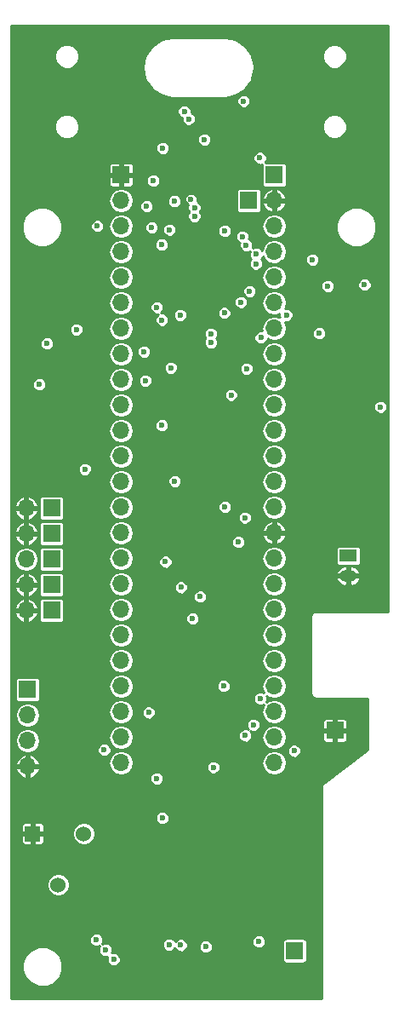
<source format=gbr>
G04 #@! TF.FileFunction,Copper,L2,Inr,Signal*
%FSLAX46Y46*%
G04 Gerber Fmt 4.6, Leading zero omitted, Abs format (unit mm)*
G04 Created by KiCad (PCBNEW 4.0.0-stable) date Friday, August 18, 2017 'PMt' 03:24:48 PM*
%MOMM*%
G01*
G04 APERTURE LIST*
%ADD10C,0.100000*%
%ADD11R,1.700000X1.200000*%
%ADD12O,1.700000X1.200000*%
%ADD13R,1.700000X1.700000*%
%ADD14O,1.700000X1.700000*%
%ADD15R,1.524000X1.524000*%
%ADD16C,1.524000*%
%ADD17C,0.600000*%
%ADD18C,0.254000*%
G04 APERTURE END LIST*
D10*
D11*
X135636000Y-81280000D03*
D12*
X135636000Y-83280000D03*
D13*
X130302000Y-120548400D03*
X103733600Y-94589600D03*
D14*
X103733600Y-97129600D03*
X103733600Y-99669600D03*
X103733600Y-102209600D03*
D13*
X134315200Y-98653600D03*
X113030000Y-43434000D03*
D14*
X113030000Y-45974000D03*
X113030000Y-48514000D03*
X113030000Y-51054000D03*
X113030000Y-53594000D03*
X113030000Y-56134000D03*
X113030000Y-58674000D03*
X113030000Y-61214000D03*
X113030000Y-63754000D03*
X113030000Y-66294000D03*
X113030000Y-68834000D03*
X113030000Y-71374000D03*
X113030000Y-73914000D03*
X113030000Y-76454000D03*
X113030000Y-78994000D03*
X113030000Y-81534000D03*
X113030000Y-84074000D03*
X113030000Y-86614000D03*
X113030000Y-89154000D03*
X113030000Y-91694000D03*
X113030000Y-94234000D03*
X113030000Y-96774000D03*
X113030000Y-99314000D03*
X113030000Y-101854000D03*
D13*
X125730000Y-45974000D03*
X128270000Y-43434000D03*
D14*
X128270000Y-45974000D03*
X128270000Y-48514000D03*
X128270000Y-51054000D03*
X128270000Y-53594000D03*
X128270000Y-56134000D03*
X128270000Y-58674000D03*
X128270000Y-61214000D03*
X128270000Y-63754000D03*
X128270000Y-66294000D03*
X128270000Y-68834000D03*
X128270000Y-71374000D03*
X128270000Y-73914000D03*
X128270000Y-76454000D03*
X128270000Y-78994000D03*
X128270000Y-81534000D03*
X128270000Y-84074000D03*
X128270000Y-86614000D03*
X128270000Y-89154000D03*
X128270000Y-91694000D03*
X128270000Y-94234000D03*
X128270000Y-96774000D03*
X128270000Y-99314000D03*
X128270000Y-101854000D03*
D13*
X106121200Y-76555600D03*
D14*
X103581200Y-76555600D03*
D13*
X106121200Y-79095600D03*
D14*
X103581200Y-79095600D03*
D13*
X106121200Y-81635600D03*
D14*
X103581200Y-81635600D03*
D13*
X106121200Y-84175600D03*
D14*
X103581200Y-84175600D03*
D13*
X106121200Y-86715600D03*
D14*
X103581200Y-86715600D03*
D15*
X104241600Y-108915200D03*
D16*
X109321600Y-108915200D03*
X106781600Y-113995200D03*
D17*
X132219700Y-30073600D03*
X119989600Y-45847000D03*
X132054600Y-70472300D03*
X137845800Y-62801500D03*
X109791500Y-114528600D03*
X116598700Y-100342700D03*
X119801600Y-52512000D03*
X121701600Y-52512000D03*
X121701600Y-50612000D03*
X119801600Y-50612000D03*
X122732800Y-62788800D03*
X109575600Y-57912000D03*
X115595400Y-56603900D03*
X115392200Y-50342800D03*
X105702100Y-30505400D03*
X130632200Y-35902900D03*
X121488200Y-38950900D03*
X123850400Y-45935900D03*
X115531900Y-45466000D03*
X124980700Y-57175400D03*
X128587500Y-106870500D03*
X114960400Y-107950000D03*
X109829600Y-123342400D03*
X118008400Y-123342400D03*
X125476000Y-121310400D03*
X131876800Y-63246000D03*
X135534400Y-64211200D03*
X134162800Y-57048400D03*
X134162800Y-55270400D03*
X134162800Y-56184800D03*
X117983000Y-64389000D03*
X118110000Y-54483000D03*
X124955300Y-56083200D03*
X125526800Y-62699900D03*
X117144800Y-107340400D03*
X116586000Y-103428800D03*
X115582700Y-46545500D03*
X117983000Y-62611000D03*
X115443000Y-63881000D03*
X105664000Y-60198000D03*
X116598700Y-56591200D03*
X116090700Y-48666400D03*
X118338600Y-46050200D03*
X123977400Y-65303400D03*
X133604000Y-54483000D03*
X137261600Y-54356000D03*
X115316000Y-61010800D03*
X108585000Y-58801000D03*
X109423200Y-72694800D03*
X138836400Y-66497200D03*
X121323100Y-39916100D03*
X123342400Y-48996600D03*
X121958100Y-59232800D03*
X104902000Y-64262000D03*
X130251200Y-100685600D03*
X125234700Y-36093400D03*
X132080000Y-51866800D03*
X126847600Y-41757600D03*
X132740400Y-59182000D03*
X126466600Y-51308000D03*
X126898400Y-95478600D03*
X126199900Y-98082100D03*
X125818900Y-54991000D03*
X111480600Y-120459500D03*
X110566200Y-119468900D03*
X110667800Y-48526700D03*
X111353600Y-100584000D03*
X125374400Y-99161600D03*
X126746000Y-119634000D03*
X122212100Y-102311200D03*
X121983500Y-60071000D03*
X117081300Y-68313300D03*
X117106700Y-57848500D03*
X118376700Y-73875900D03*
X118910100Y-57365900D03*
X117805200Y-119938800D03*
X117449600Y-81889600D03*
X118986300Y-84429600D03*
X118973600Y-119989600D03*
X129476500Y-57365900D03*
X126936500Y-59613800D03*
X126453900Y-52260500D03*
X123367800Y-76428600D03*
X123304300Y-57162700D03*
X121462800Y-120142000D03*
X123240800Y-94234000D03*
X112293400Y-121399300D03*
X115773200Y-96875600D03*
X125349000Y-77495400D03*
X125488700Y-50431700D03*
X124701300Y-79921100D03*
X125107700Y-49555400D03*
X120332500Y-47536100D03*
X120891300Y-85356700D03*
X120332500Y-46685200D03*
X120154700Y-87528400D03*
X117843300Y-48882300D03*
X119761000Y-37871400D03*
X117068600Y-50368200D03*
X119316500Y-37122100D03*
X117170200Y-40767000D03*
X116230400Y-44005500D03*
D18*
G36*
X139599600Y-86818400D02*
X132384800Y-86818400D01*
X132210296Y-86853111D01*
X132062359Y-86951959D01*
X131963511Y-87099896D01*
X131928800Y-87274400D01*
X131928800Y-94996000D01*
X131963511Y-95170504D01*
X132062359Y-95318441D01*
X132210296Y-95417289D01*
X132384800Y-95452000D01*
X137541000Y-95452000D01*
X137541000Y-100521886D01*
X133018030Y-104039752D01*
X132985171Y-104077985D01*
X132969000Y-104140000D01*
X132969000Y-125274000D01*
X102056000Y-125274000D01*
X102056000Y-122515516D01*
X103225457Y-122515516D01*
X103526411Y-123243880D01*
X104083189Y-123801631D01*
X104811026Y-124103855D01*
X105599116Y-124104543D01*
X106327480Y-123803589D01*
X106885231Y-123246811D01*
X107187455Y-122518974D01*
X107188143Y-121730884D01*
X106887189Y-121002520D01*
X106330411Y-120444769D01*
X105602574Y-120142545D01*
X104814484Y-120141857D01*
X104086120Y-120442811D01*
X103528369Y-120999589D01*
X103226145Y-121727426D01*
X103225457Y-122515516D01*
X102056000Y-122515516D01*
X102056000Y-119603765D01*
X109885082Y-119603765D01*
X109988539Y-119854152D01*
X110179941Y-120045887D01*
X110430146Y-120149782D01*
X110701065Y-120150018D01*
X110915429Y-120061445D01*
X110903613Y-120073241D01*
X110799718Y-120323446D01*
X110799482Y-120594365D01*
X110902939Y-120844752D01*
X111094341Y-121036487D01*
X111344546Y-121140382D01*
X111615465Y-121140618D01*
X111673373Y-121116691D01*
X111612518Y-121263246D01*
X111612282Y-121534165D01*
X111715739Y-121784552D01*
X111907141Y-121976287D01*
X112157346Y-122080182D01*
X112428265Y-122080418D01*
X112678652Y-121976961D01*
X112870387Y-121785559D01*
X112974282Y-121535354D01*
X112974518Y-121264435D01*
X112871061Y-121014048D01*
X112679659Y-120822313D01*
X112429454Y-120718418D01*
X112158535Y-120718182D01*
X112100627Y-120742109D01*
X112161482Y-120595554D01*
X112161718Y-120324635D01*
X112058261Y-120074248D01*
X112057680Y-120073665D01*
X117124082Y-120073665D01*
X117227539Y-120324052D01*
X117418941Y-120515787D01*
X117669146Y-120619682D01*
X117940065Y-120619918D01*
X118190452Y-120516461D01*
X118377357Y-120329880D01*
X118395939Y-120374852D01*
X118587341Y-120566587D01*
X118837546Y-120670482D01*
X119108465Y-120670718D01*
X119358852Y-120567261D01*
X119550587Y-120375859D01*
X119591693Y-120276865D01*
X120781682Y-120276865D01*
X120885139Y-120527252D01*
X121076541Y-120718987D01*
X121326746Y-120822882D01*
X121597665Y-120823118D01*
X121848052Y-120719661D01*
X122039787Y-120528259D01*
X122143682Y-120278054D01*
X122143918Y-120007135D01*
X122045468Y-119768865D01*
X126064882Y-119768865D01*
X126168339Y-120019252D01*
X126359741Y-120210987D01*
X126609946Y-120314882D01*
X126880865Y-120315118D01*
X127131252Y-120211661D01*
X127322987Y-120020259D01*
X127426882Y-119770054D01*
X127426944Y-119698400D01*
X129063536Y-119698400D01*
X129063536Y-121398400D01*
X129090103Y-121539590D01*
X129173546Y-121669265D01*
X129300866Y-121756259D01*
X129452000Y-121786864D01*
X131152000Y-121786864D01*
X131293190Y-121760297D01*
X131422865Y-121676854D01*
X131509859Y-121549534D01*
X131540464Y-121398400D01*
X131540464Y-119698400D01*
X131513897Y-119557210D01*
X131430454Y-119427535D01*
X131303134Y-119340541D01*
X131152000Y-119309936D01*
X129452000Y-119309936D01*
X129310810Y-119336503D01*
X129181135Y-119419946D01*
X129094141Y-119547266D01*
X129063536Y-119698400D01*
X127426944Y-119698400D01*
X127427118Y-119499135D01*
X127323661Y-119248748D01*
X127132259Y-119057013D01*
X126882054Y-118953118D01*
X126611135Y-118952882D01*
X126360748Y-119056339D01*
X126169013Y-119247741D01*
X126065118Y-119497946D01*
X126064882Y-119768865D01*
X122045468Y-119768865D01*
X122040461Y-119756748D01*
X121849059Y-119565013D01*
X121598854Y-119461118D01*
X121327935Y-119460882D01*
X121077548Y-119564339D01*
X120885813Y-119755741D01*
X120781918Y-120005946D01*
X120781682Y-120276865D01*
X119591693Y-120276865D01*
X119654482Y-120125654D01*
X119654718Y-119854735D01*
X119551261Y-119604348D01*
X119359859Y-119412613D01*
X119109654Y-119308718D01*
X118838735Y-119308482D01*
X118588348Y-119411939D01*
X118401443Y-119598520D01*
X118382861Y-119553548D01*
X118191459Y-119361813D01*
X117941254Y-119257918D01*
X117670335Y-119257682D01*
X117419948Y-119361139D01*
X117228213Y-119552541D01*
X117124318Y-119802746D01*
X117124082Y-120073665D01*
X112057680Y-120073665D01*
X111866859Y-119882513D01*
X111616654Y-119778618D01*
X111345735Y-119778382D01*
X111131371Y-119866955D01*
X111143187Y-119855159D01*
X111247082Y-119604954D01*
X111247318Y-119334035D01*
X111143861Y-119083648D01*
X110952459Y-118891913D01*
X110702254Y-118788018D01*
X110431335Y-118787782D01*
X110180948Y-118891239D01*
X109989213Y-119082641D01*
X109885318Y-119332846D01*
X109885082Y-119603765D01*
X102056000Y-119603765D01*
X102056000Y-114221559D01*
X105638402Y-114221559D01*
X105812046Y-114641812D01*
X106133297Y-114963623D01*
X106553246Y-115138001D01*
X107007959Y-115138398D01*
X107428212Y-114964754D01*
X107750023Y-114643503D01*
X107924401Y-114223554D01*
X107924798Y-113768841D01*
X107751154Y-113348588D01*
X107429903Y-113026777D01*
X107009954Y-112852399D01*
X106555241Y-112852002D01*
X106134988Y-113025646D01*
X105813177Y-113346897D01*
X105638799Y-113766846D01*
X105638402Y-114221559D01*
X102056000Y-114221559D01*
X102056000Y-109137450D01*
X103098600Y-109137450D01*
X103098600Y-109752985D01*
X103156604Y-109893019D01*
X103263780Y-110000196D01*
X103403814Y-110058200D01*
X104019350Y-110058200D01*
X104114600Y-109962950D01*
X104114600Y-109042200D01*
X104368600Y-109042200D01*
X104368600Y-109962950D01*
X104463850Y-110058200D01*
X105079386Y-110058200D01*
X105219420Y-110000196D01*
X105326596Y-109893019D01*
X105384600Y-109752985D01*
X105384600Y-109141559D01*
X108178402Y-109141559D01*
X108352046Y-109561812D01*
X108673297Y-109883623D01*
X109093246Y-110058001D01*
X109547959Y-110058398D01*
X109968212Y-109884754D01*
X110290023Y-109563503D01*
X110464401Y-109143554D01*
X110464798Y-108688841D01*
X110291154Y-108268588D01*
X109969903Y-107946777D01*
X109549954Y-107772399D01*
X109095241Y-107772002D01*
X108674988Y-107945646D01*
X108353177Y-108266897D01*
X108178799Y-108686846D01*
X108178402Y-109141559D01*
X105384600Y-109141559D01*
X105384600Y-109137450D01*
X105289350Y-109042200D01*
X104368600Y-109042200D01*
X104114600Y-109042200D01*
X103193850Y-109042200D01*
X103098600Y-109137450D01*
X102056000Y-109137450D01*
X102056000Y-108077415D01*
X103098600Y-108077415D01*
X103098600Y-108692950D01*
X103193850Y-108788200D01*
X104114600Y-108788200D01*
X104114600Y-107867450D01*
X104368600Y-107867450D01*
X104368600Y-108788200D01*
X105289350Y-108788200D01*
X105384600Y-108692950D01*
X105384600Y-108077415D01*
X105326596Y-107937381D01*
X105219420Y-107830204D01*
X105079386Y-107772200D01*
X104463850Y-107772200D01*
X104368600Y-107867450D01*
X104114600Y-107867450D01*
X104019350Y-107772200D01*
X103403814Y-107772200D01*
X103263780Y-107830204D01*
X103156604Y-107937381D01*
X103098600Y-108077415D01*
X102056000Y-108077415D01*
X102056000Y-107475265D01*
X116463682Y-107475265D01*
X116567139Y-107725652D01*
X116758541Y-107917387D01*
X117008746Y-108021282D01*
X117279665Y-108021518D01*
X117530052Y-107918061D01*
X117721787Y-107726659D01*
X117825682Y-107476454D01*
X117825918Y-107205535D01*
X117722461Y-106955148D01*
X117531059Y-106763413D01*
X117280854Y-106659518D01*
X117009935Y-106659282D01*
X116759548Y-106762739D01*
X116567813Y-106954141D01*
X116463918Y-107204346D01*
X116463682Y-107475265D01*
X102056000Y-107475265D01*
X102056000Y-103563665D01*
X115904882Y-103563665D01*
X116008339Y-103814052D01*
X116199741Y-104005787D01*
X116449946Y-104109682D01*
X116720865Y-104109918D01*
X116971252Y-104006461D01*
X117162987Y-103815059D01*
X117266882Y-103564854D01*
X117267118Y-103293935D01*
X117163661Y-103043548D01*
X116972259Y-102851813D01*
X116722054Y-102747918D01*
X116451135Y-102747682D01*
X116200748Y-102851139D01*
X116009013Y-103042541D01*
X115905118Y-103292746D01*
X115904882Y-103563665D01*
X102056000Y-103563665D01*
X102056000Y-102526580D01*
X102544111Y-102526580D01*
X102668355Y-102826564D01*
X102985544Y-103187252D01*
X103416618Y-103399101D01*
X103606600Y-103338793D01*
X103606600Y-102336600D01*
X103860600Y-102336600D01*
X103860600Y-103338793D01*
X104050582Y-103399101D01*
X104481656Y-103187252D01*
X104798845Y-102826564D01*
X104923089Y-102526580D01*
X104862227Y-102336600D01*
X103860600Y-102336600D01*
X103606600Y-102336600D01*
X102604973Y-102336600D01*
X102544111Y-102526580D01*
X102056000Y-102526580D01*
X102056000Y-101892620D01*
X102544111Y-101892620D01*
X102604973Y-102082600D01*
X103606600Y-102082600D01*
X103606600Y-101080407D01*
X103860600Y-101080407D01*
X103860600Y-102082600D01*
X104862227Y-102082600D01*
X104923089Y-101892620D01*
X104907094Y-101854000D01*
X111774883Y-101854000D01*
X111868587Y-102325083D01*
X112135435Y-102724448D01*
X112534800Y-102991296D01*
X113005883Y-103085000D01*
X113054117Y-103085000D01*
X113525200Y-102991296D01*
X113924565Y-102724448D01*
X114110575Y-102446065D01*
X121530982Y-102446065D01*
X121634439Y-102696452D01*
X121825841Y-102888187D01*
X122076046Y-102992082D01*
X122346965Y-102992318D01*
X122597352Y-102888861D01*
X122789087Y-102697459D01*
X122892982Y-102447254D01*
X122893218Y-102176335D01*
X122789761Y-101925948D01*
X122717938Y-101854000D01*
X127014883Y-101854000D01*
X127108587Y-102325083D01*
X127375435Y-102724448D01*
X127774800Y-102991296D01*
X128245883Y-103085000D01*
X128294117Y-103085000D01*
X128765200Y-102991296D01*
X129164565Y-102724448D01*
X129431413Y-102325083D01*
X129525117Y-101854000D01*
X129431413Y-101382917D01*
X129164565Y-100983552D01*
X128920489Y-100820465D01*
X129570082Y-100820465D01*
X129673539Y-101070852D01*
X129864941Y-101262587D01*
X130115146Y-101366482D01*
X130386065Y-101366718D01*
X130636452Y-101263261D01*
X130828187Y-101071859D01*
X130932082Y-100821654D01*
X130932318Y-100550735D01*
X130828861Y-100300348D01*
X130637459Y-100108613D01*
X130387254Y-100004718D01*
X130116335Y-100004482D01*
X129865948Y-100107939D01*
X129674213Y-100299341D01*
X129570318Y-100549546D01*
X129570082Y-100820465D01*
X128920489Y-100820465D01*
X128765200Y-100716704D01*
X128294117Y-100623000D01*
X128245883Y-100623000D01*
X127774800Y-100716704D01*
X127375435Y-100983552D01*
X127108587Y-101382917D01*
X127014883Y-101854000D01*
X122717938Y-101854000D01*
X122598359Y-101734213D01*
X122348154Y-101630318D01*
X122077235Y-101630082D01*
X121826848Y-101733539D01*
X121635113Y-101924941D01*
X121531218Y-102175146D01*
X121530982Y-102446065D01*
X114110575Y-102446065D01*
X114191413Y-102325083D01*
X114285117Y-101854000D01*
X114191413Y-101382917D01*
X113924565Y-100983552D01*
X113525200Y-100716704D01*
X113054117Y-100623000D01*
X113005883Y-100623000D01*
X112534800Y-100716704D01*
X112135435Y-100983552D01*
X111868587Y-101382917D01*
X111774883Y-101854000D01*
X104907094Y-101854000D01*
X104798845Y-101592636D01*
X104481656Y-101231948D01*
X104050582Y-101020099D01*
X103860600Y-101080407D01*
X103606600Y-101080407D01*
X103416618Y-101020099D01*
X102985544Y-101231948D01*
X102668355Y-101592636D01*
X102544111Y-101892620D01*
X102056000Y-101892620D01*
X102056000Y-99669600D01*
X102478483Y-99669600D01*
X102572187Y-100140683D01*
X102839035Y-100540048D01*
X103238400Y-100806896D01*
X103709483Y-100900600D01*
X103757717Y-100900600D01*
X104228800Y-100806896D01*
X104360547Y-100718865D01*
X110672482Y-100718865D01*
X110775939Y-100969252D01*
X110967341Y-101160987D01*
X111217546Y-101264882D01*
X111488465Y-101265118D01*
X111738852Y-101161661D01*
X111930587Y-100970259D01*
X112034482Y-100720054D01*
X112034718Y-100449135D01*
X111931261Y-100198748D01*
X111739859Y-100007013D01*
X111489654Y-99903118D01*
X111218735Y-99902882D01*
X110968348Y-100006339D01*
X110776613Y-100197741D01*
X110672718Y-100447946D01*
X110672482Y-100718865D01*
X104360547Y-100718865D01*
X104628165Y-100540048D01*
X104895013Y-100140683D01*
X104988717Y-99669600D01*
X104917984Y-99314000D01*
X111774883Y-99314000D01*
X111868587Y-99785083D01*
X112135435Y-100184448D01*
X112534800Y-100451296D01*
X113005883Y-100545000D01*
X113054117Y-100545000D01*
X113525200Y-100451296D01*
X113924565Y-100184448D01*
X114191413Y-99785083D01*
X114285117Y-99314000D01*
X114281630Y-99296465D01*
X124693282Y-99296465D01*
X124796739Y-99546852D01*
X124988141Y-99738587D01*
X125238346Y-99842482D01*
X125509265Y-99842718D01*
X125759652Y-99739261D01*
X125951387Y-99547859D01*
X126048494Y-99314000D01*
X127014883Y-99314000D01*
X127108587Y-99785083D01*
X127375435Y-100184448D01*
X127774800Y-100451296D01*
X128245883Y-100545000D01*
X128294117Y-100545000D01*
X128765200Y-100451296D01*
X129164565Y-100184448D01*
X129431413Y-99785083D01*
X129525117Y-99314000D01*
X129437964Y-98875850D01*
X133084200Y-98875850D01*
X133084200Y-99579385D01*
X133142204Y-99719419D01*
X133249380Y-99826596D01*
X133389414Y-99884600D01*
X134092950Y-99884600D01*
X134188200Y-99789350D01*
X134188200Y-98780600D01*
X134442200Y-98780600D01*
X134442200Y-99789350D01*
X134537450Y-99884600D01*
X135240986Y-99884600D01*
X135381020Y-99826596D01*
X135488196Y-99719419D01*
X135546200Y-99579385D01*
X135546200Y-98875850D01*
X135450950Y-98780600D01*
X134442200Y-98780600D01*
X134188200Y-98780600D01*
X133179450Y-98780600D01*
X133084200Y-98875850D01*
X129437964Y-98875850D01*
X129431413Y-98842917D01*
X129164565Y-98443552D01*
X128765200Y-98176704D01*
X128294117Y-98083000D01*
X128245883Y-98083000D01*
X127774800Y-98176704D01*
X127375435Y-98443552D01*
X127108587Y-98842917D01*
X127014883Y-99314000D01*
X126048494Y-99314000D01*
X126055282Y-99297654D01*
X126055518Y-99026735D01*
X125952061Y-98776348D01*
X125850128Y-98674238D01*
X126063846Y-98762982D01*
X126334765Y-98763218D01*
X126585152Y-98659761D01*
X126776887Y-98468359D01*
X126880782Y-98218154D01*
X126881018Y-97947235D01*
X126777561Y-97696848D01*
X126586159Y-97505113D01*
X126335954Y-97401218D01*
X126065035Y-97400982D01*
X125814648Y-97504439D01*
X125622913Y-97695841D01*
X125519018Y-97946046D01*
X125518782Y-98216965D01*
X125622239Y-98467352D01*
X125724172Y-98569462D01*
X125510454Y-98480718D01*
X125239535Y-98480482D01*
X124989148Y-98583939D01*
X124797413Y-98775341D01*
X124693518Y-99025546D01*
X124693282Y-99296465D01*
X114281630Y-99296465D01*
X114191413Y-98842917D01*
X113924565Y-98443552D01*
X113525200Y-98176704D01*
X113054117Y-98083000D01*
X113005883Y-98083000D01*
X112534800Y-98176704D01*
X112135435Y-98443552D01*
X111868587Y-98842917D01*
X111774883Y-99314000D01*
X104917984Y-99314000D01*
X104895013Y-99198517D01*
X104628165Y-98799152D01*
X104228800Y-98532304D01*
X103757717Y-98438600D01*
X103709483Y-98438600D01*
X103238400Y-98532304D01*
X102839035Y-98799152D01*
X102572187Y-99198517D01*
X102478483Y-99669600D01*
X102056000Y-99669600D01*
X102056000Y-97129600D01*
X102478483Y-97129600D01*
X102572187Y-97600683D01*
X102839035Y-98000048D01*
X103238400Y-98266896D01*
X103709483Y-98360600D01*
X103757717Y-98360600D01*
X104228800Y-98266896D01*
X104628165Y-98000048D01*
X104895013Y-97600683D01*
X104988717Y-97129600D01*
X104917984Y-96774000D01*
X111774883Y-96774000D01*
X111868587Y-97245083D01*
X112135435Y-97644448D01*
X112534800Y-97911296D01*
X113005883Y-98005000D01*
X113054117Y-98005000D01*
X113525200Y-97911296D01*
X113924565Y-97644448D01*
X114191413Y-97245083D01*
X114238081Y-97010465D01*
X115092082Y-97010465D01*
X115195539Y-97260852D01*
X115386941Y-97452587D01*
X115637146Y-97556482D01*
X115908065Y-97556718D01*
X116158452Y-97453261D01*
X116350187Y-97261859D01*
X116454082Y-97011654D01*
X116454318Y-96740735D01*
X116350861Y-96490348D01*
X116159459Y-96298613D01*
X115909254Y-96194718D01*
X115638335Y-96194482D01*
X115387948Y-96297939D01*
X115196213Y-96489341D01*
X115092318Y-96739546D01*
X115092082Y-97010465D01*
X114238081Y-97010465D01*
X114285117Y-96774000D01*
X114191413Y-96302917D01*
X113924565Y-95903552D01*
X113525200Y-95636704D01*
X113408370Y-95613465D01*
X126217282Y-95613465D01*
X126320739Y-95863852D01*
X126512141Y-96055587D01*
X126762346Y-96159482D01*
X127033265Y-96159718D01*
X127269487Y-96062114D01*
X127108587Y-96302917D01*
X127014883Y-96774000D01*
X127108587Y-97245083D01*
X127375435Y-97644448D01*
X127774800Y-97911296D01*
X128245883Y-98005000D01*
X128294117Y-98005000D01*
X128765200Y-97911296D01*
X129039797Y-97727815D01*
X133084200Y-97727815D01*
X133084200Y-98431350D01*
X133179450Y-98526600D01*
X134188200Y-98526600D01*
X134188200Y-97517850D01*
X134442200Y-97517850D01*
X134442200Y-98526600D01*
X135450950Y-98526600D01*
X135546200Y-98431350D01*
X135546200Y-97727815D01*
X135488196Y-97587781D01*
X135381020Y-97480604D01*
X135240986Y-97422600D01*
X134537450Y-97422600D01*
X134442200Y-97517850D01*
X134188200Y-97517850D01*
X134092950Y-97422600D01*
X133389414Y-97422600D01*
X133249380Y-97480604D01*
X133142204Y-97587781D01*
X133084200Y-97727815D01*
X129039797Y-97727815D01*
X129164565Y-97644448D01*
X129431413Y-97245083D01*
X129525117Y-96774000D01*
X129431413Y-96302917D01*
X129164565Y-95903552D01*
X128765200Y-95636704D01*
X128294117Y-95543000D01*
X128245883Y-95543000D01*
X127774800Y-95636704D01*
X127491532Y-95825978D01*
X127579282Y-95614654D01*
X127579518Y-95343735D01*
X127520773Y-95201560D01*
X127774800Y-95371296D01*
X128245883Y-95465000D01*
X128294117Y-95465000D01*
X128765200Y-95371296D01*
X129164565Y-95104448D01*
X129431413Y-94705083D01*
X129525117Y-94234000D01*
X129431413Y-93762917D01*
X129164565Y-93363552D01*
X128765200Y-93096704D01*
X128294117Y-93003000D01*
X128245883Y-93003000D01*
X127774800Y-93096704D01*
X127375435Y-93363552D01*
X127108587Y-93762917D01*
X127014883Y-94234000D01*
X127108587Y-94705083D01*
X127222719Y-94875893D01*
X127034454Y-94797718D01*
X126763535Y-94797482D01*
X126513148Y-94900939D01*
X126321413Y-95092341D01*
X126217518Y-95342546D01*
X126217282Y-95613465D01*
X113408370Y-95613465D01*
X113054117Y-95543000D01*
X113005883Y-95543000D01*
X112534800Y-95636704D01*
X112135435Y-95903552D01*
X111868587Y-96302917D01*
X111774883Y-96774000D01*
X104917984Y-96774000D01*
X104895013Y-96658517D01*
X104628165Y-96259152D01*
X104228800Y-95992304D01*
X103757717Y-95898600D01*
X103709483Y-95898600D01*
X103238400Y-95992304D01*
X102839035Y-96259152D01*
X102572187Y-96658517D01*
X102478483Y-97129600D01*
X102056000Y-97129600D01*
X102056000Y-93739600D01*
X102495136Y-93739600D01*
X102495136Y-95439600D01*
X102521703Y-95580790D01*
X102605146Y-95710465D01*
X102732466Y-95797459D01*
X102883600Y-95828064D01*
X104583600Y-95828064D01*
X104724790Y-95801497D01*
X104854465Y-95718054D01*
X104941459Y-95590734D01*
X104972064Y-95439600D01*
X104972064Y-94234000D01*
X111774883Y-94234000D01*
X111868587Y-94705083D01*
X112135435Y-95104448D01*
X112534800Y-95371296D01*
X113005883Y-95465000D01*
X113054117Y-95465000D01*
X113525200Y-95371296D01*
X113924565Y-95104448D01*
X114191413Y-94705083D01*
X114258290Y-94368865D01*
X122559682Y-94368865D01*
X122663139Y-94619252D01*
X122854541Y-94810987D01*
X123104746Y-94914882D01*
X123375665Y-94915118D01*
X123626052Y-94811661D01*
X123817787Y-94620259D01*
X123921682Y-94370054D01*
X123921918Y-94099135D01*
X123818461Y-93848748D01*
X123627059Y-93657013D01*
X123376854Y-93553118D01*
X123105935Y-93552882D01*
X122855548Y-93656339D01*
X122663813Y-93847741D01*
X122559918Y-94097946D01*
X122559682Y-94368865D01*
X114258290Y-94368865D01*
X114285117Y-94234000D01*
X114191413Y-93762917D01*
X113924565Y-93363552D01*
X113525200Y-93096704D01*
X113054117Y-93003000D01*
X113005883Y-93003000D01*
X112534800Y-93096704D01*
X112135435Y-93363552D01*
X111868587Y-93762917D01*
X111774883Y-94234000D01*
X104972064Y-94234000D01*
X104972064Y-93739600D01*
X104945497Y-93598410D01*
X104862054Y-93468735D01*
X104734734Y-93381741D01*
X104583600Y-93351136D01*
X102883600Y-93351136D01*
X102742410Y-93377703D01*
X102612735Y-93461146D01*
X102525741Y-93588466D01*
X102495136Y-93739600D01*
X102056000Y-93739600D01*
X102056000Y-91694000D01*
X111774883Y-91694000D01*
X111868587Y-92165083D01*
X112135435Y-92564448D01*
X112534800Y-92831296D01*
X113005883Y-92925000D01*
X113054117Y-92925000D01*
X113525200Y-92831296D01*
X113924565Y-92564448D01*
X114191413Y-92165083D01*
X114285117Y-91694000D01*
X127014883Y-91694000D01*
X127108587Y-92165083D01*
X127375435Y-92564448D01*
X127774800Y-92831296D01*
X128245883Y-92925000D01*
X128294117Y-92925000D01*
X128765200Y-92831296D01*
X129164565Y-92564448D01*
X129431413Y-92165083D01*
X129525117Y-91694000D01*
X129431413Y-91222917D01*
X129164565Y-90823552D01*
X128765200Y-90556704D01*
X128294117Y-90463000D01*
X128245883Y-90463000D01*
X127774800Y-90556704D01*
X127375435Y-90823552D01*
X127108587Y-91222917D01*
X127014883Y-91694000D01*
X114285117Y-91694000D01*
X114191413Y-91222917D01*
X113924565Y-90823552D01*
X113525200Y-90556704D01*
X113054117Y-90463000D01*
X113005883Y-90463000D01*
X112534800Y-90556704D01*
X112135435Y-90823552D01*
X111868587Y-91222917D01*
X111774883Y-91694000D01*
X102056000Y-91694000D01*
X102056000Y-89154000D01*
X111774883Y-89154000D01*
X111868587Y-89625083D01*
X112135435Y-90024448D01*
X112534800Y-90291296D01*
X113005883Y-90385000D01*
X113054117Y-90385000D01*
X113525200Y-90291296D01*
X113924565Y-90024448D01*
X114191413Y-89625083D01*
X114285117Y-89154000D01*
X127014883Y-89154000D01*
X127108587Y-89625083D01*
X127375435Y-90024448D01*
X127774800Y-90291296D01*
X128245883Y-90385000D01*
X128294117Y-90385000D01*
X128765200Y-90291296D01*
X129164565Y-90024448D01*
X129431413Y-89625083D01*
X129525117Y-89154000D01*
X129431413Y-88682917D01*
X129164565Y-88283552D01*
X128765200Y-88016704D01*
X128294117Y-87923000D01*
X128245883Y-87923000D01*
X127774800Y-88016704D01*
X127375435Y-88283552D01*
X127108587Y-88682917D01*
X127014883Y-89154000D01*
X114285117Y-89154000D01*
X114191413Y-88682917D01*
X113924565Y-88283552D01*
X113525200Y-88016704D01*
X113054117Y-87923000D01*
X113005883Y-87923000D01*
X112534800Y-88016704D01*
X112135435Y-88283552D01*
X111868587Y-88682917D01*
X111774883Y-89154000D01*
X102056000Y-89154000D01*
X102056000Y-87032582D01*
X102391699Y-87032582D01*
X102603548Y-87463656D01*
X102964236Y-87780845D01*
X103264220Y-87905089D01*
X103454200Y-87844227D01*
X103454200Y-86842600D01*
X103708200Y-86842600D01*
X103708200Y-87844227D01*
X103898180Y-87905089D01*
X104198164Y-87780845D01*
X104558852Y-87463656D01*
X104770701Y-87032582D01*
X104710393Y-86842600D01*
X103708200Y-86842600D01*
X103454200Y-86842600D01*
X102452007Y-86842600D01*
X102391699Y-87032582D01*
X102056000Y-87032582D01*
X102056000Y-86398618D01*
X102391699Y-86398618D01*
X102452007Y-86588600D01*
X103454200Y-86588600D01*
X103454200Y-85586973D01*
X103708200Y-85586973D01*
X103708200Y-86588600D01*
X104710393Y-86588600D01*
X104770701Y-86398618D01*
X104558852Y-85967544D01*
X104442928Y-85865600D01*
X104882736Y-85865600D01*
X104882736Y-87565600D01*
X104909303Y-87706790D01*
X104992746Y-87836465D01*
X105120066Y-87923459D01*
X105271200Y-87954064D01*
X106971200Y-87954064D01*
X107112390Y-87927497D01*
X107242065Y-87844054D01*
X107329059Y-87716734D01*
X107359664Y-87565600D01*
X107359664Y-86614000D01*
X111774883Y-86614000D01*
X111868587Y-87085083D01*
X112135435Y-87484448D01*
X112534800Y-87751296D01*
X113005883Y-87845000D01*
X113054117Y-87845000D01*
X113525200Y-87751296D01*
X113656947Y-87663265D01*
X119473582Y-87663265D01*
X119577039Y-87913652D01*
X119768441Y-88105387D01*
X120018646Y-88209282D01*
X120289565Y-88209518D01*
X120539952Y-88106061D01*
X120731687Y-87914659D01*
X120835582Y-87664454D01*
X120835818Y-87393535D01*
X120732361Y-87143148D01*
X120540959Y-86951413D01*
X120290754Y-86847518D01*
X120019835Y-86847282D01*
X119769448Y-86950739D01*
X119577713Y-87142141D01*
X119473818Y-87392346D01*
X119473582Y-87663265D01*
X113656947Y-87663265D01*
X113924565Y-87484448D01*
X114191413Y-87085083D01*
X114285117Y-86614000D01*
X127014883Y-86614000D01*
X127108587Y-87085083D01*
X127375435Y-87484448D01*
X127774800Y-87751296D01*
X128245883Y-87845000D01*
X128294117Y-87845000D01*
X128765200Y-87751296D01*
X129164565Y-87484448D01*
X129431413Y-87085083D01*
X129525117Y-86614000D01*
X129431413Y-86142917D01*
X129164565Y-85743552D01*
X128765200Y-85476704D01*
X128294117Y-85383000D01*
X128245883Y-85383000D01*
X127774800Y-85476704D01*
X127375435Y-85743552D01*
X127108587Y-86142917D01*
X127014883Y-86614000D01*
X114285117Y-86614000D01*
X114191413Y-86142917D01*
X113924565Y-85743552D01*
X113547441Y-85491565D01*
X120210182Y-85491565D01*
X120313639Y-85741952D01*
X120505041Y-85933687D01*
X120755246Y-86037582D01*
X121026165Y-86037818D01*
X121276552Y-85934361D01*
X121468287Y-85742959D01*
X121572182Y-85492754D01*
X121572418Y-85221835D01*
X121468961Y-84971448D01*
X121277559Y-84779713D01*
X121027354Y-84675818D01*
X120756435Y-84675582D01*
X120506048Y-84779039D01*
X120314313Y-84970441D01*
X120210418Y-85220646D01*
X120210182Y-85491565D01*
X113547441Y-85491565D01*
X113525200Y-85476704D01*
X113054117Y-85383000D01*
X113005883Y-85383000D01*
X112534800Y-85476704D01*
X112135435Y-85743552D01*
X111868587Y-86142917D01*
X111774883Y-86614000D01*
X107359664Y-86614000D01*
X107359664Y-85865600D01*
X107333097Y-85724410D01*
X107249654Y-85594735D01*
X107122334Y-85507741D01*
X106971200Y-85477136D01*
X105271200Y-85477136D01*
X105130010Y-85503703D01*
X105000335Y-85587146D01*
X104913341Y-85714466D01*
X104882736Y-85865600D01*
X104442928Y-85865600D01*
X104198164Y-85650355D01*
X103898180Y-85526111D01*
X103708200Y-85586973D01*
X103454200Y-85586973D01*
X103264220Y-85526111D01*
X102964236Y-85650355D01*
X102603548Y-85967544D01*
X102391699Y-86398618D01*
X102056000Y-86398618D01*
X102056000Y-84492582D01*
X102391699Y-84492582D01*
X102603548Y-84923656D01*
X102964236Y-85240845D01*
X103264220Y-85365089D01*
X103454200Y-85304227D01*
X103454200Y-84302600D01*
X103708200Y-84302600D01*
X103708200Y-85304227D01*
X103898180Y-85365089D01*
X104198164Y-85240845D01*
X104558852Y-84923656D01*
X104770701Y-84492582D01*
X104710393Y-84302600D01*
X103708200Y-84302600D01*
X103454200Y-84302600D01*
X102452007Y-84302600D01*
X102391699Y-84492582D01*
X102056000Y-84492582D01*
X102056000Y-83858618D01*
X102391699Y-83858618D01*
X102452007Y-84048600D01*
X103454200Y-84048600D01*
X103454200Y-83046973D01*
X103708200Y-83046973D01*
X103708200Y-84048600D01*
X104710393Y-84048600D01*
X104770701Y-83858618D01*
X104558852Y-83427544D01*
X104442928Y-83325600D01*
X104882736Y-83325600D01*
X104882736Y-85025600D01*
X104909303Y-85166790D01*
X104992746Y-85296465D01*
X105120066Y-85383459D01*
X105271200Y-85414064D01*
X106971200Y-85414064D01*
X107112390Y-85387497D01*
X107242065Y-85304054D01*
X107329059Y-85176734D01*
X107359664Y-85025600D01*
X107359664Y-84074000D01*
X111774883Y-84074000D01*
X111868587Y-84545083D01*
X112135435Y-84944448D01*
X112534800Y-85211296D01*
X113005883Y-85305000D01*
X113054117Y-85305000D01*
X113525200Y-85211296D01*
X113924565Y-84944448D01*
X114178462Y-84564465D01*
X118305182Y-84564465D01*
X118408639Y-84814852D01*
X118600041Y-85006587D01*
X118850246Y-85110482D01*
X119121165Y-85110718D01*
X119371552Y-85007261D01*
X119563287Y-84815859D01*
X119667182Y-84565654D01*
X119667418Y-84294735D01*
X119576213Y-84074000D01*
X127014883Y-84074000D01*
X127108587Y-84545083D01*
X127375435Y-84944448D01*
X127774800Y-85211296D01*
X128245883Y-85305000D01*
X128294117Y-85305000D01*
X128765200Y-85211296D01*
X129164565Y-84944448D01*
X129431413Y-84545083D01*
X129525117Y-84074000D01*
X129431413Y-83602917D01*
X129401138Y-83557607D01*
X134445098Y-83557607D01*
X134453122Y-83630460D01*
X134658248Y-83960780D01*
X134974168Y-84187457D01*
X135352785Y-84275982D01*
X135509000Y-84173666D01*
X135509000Y-83407000D01*
X135763000Y-83407000D01*
X135763000Y-84173666D01*
X135919215Y-84275982D01*
X136297832Y-84187457D01*
X136613752Y-83960780D01*
X136818878Y-83630460D01*
X136826902Y-83557607D01*
X136762598Y-83407000D01*
X135763000Y-83407000D01*
X135509000Y-83407000D01*
X134509402Y-83407000D01*
X134445098Y-83557607D01*
X129401138Y-83557607D01*
X129164565Y-83203552D01*
X128863511Y-83002393D01*
X134445098Y-83002393D01*
X134509402Y-83153000D01*
X135509000Y-83153000D01*
X135509000Y-82386334D01*
X135763000Y-82386334D01*
X135763000Y-83153000D01*
X136762598Y-83153000D01*
X136826902Y-83002393D01*
X136818878Y-82929540D01*
X136613752Y-82599220D01*
X136297832Y-82372543D01*
X135919215Y-82284018D01*
X135763000Y-82386334D01*
X135509000Y-82386334D01*
X135352785Y-82284018D01*
X134974168Y-82372543D01*
X134658248Y-82599220D01*
X134453122Y-82929540D01*
X134445098Y-83002393D01*
X128863511Y-83002393D01*
X128765200Y-82936704D01*
X128294117Y-82843000D01*
X128245883Y-82843000D01*
X127774800Y-82936704D01*
X127375435Y-83203552D01*
X127108587Y-83602917D01*
X127014883Y-84074000D01*
X119576213Y-84074000D01*
X119563961Y-84044348D01*
X119372559Y-83852613D01*
X119122354Y-83748718D01*
X118851435Y-83748482D01*
X118601048Y-83851939D01*
X118409313Y-84043341D01*
X118305418Y-84293546D01*
X118305182Y-84564465D01*
X114178462Y-84564465D01*
X114191413Y-84545083D01*
X114285117Y-84074000D01*
X114191413Y-83602917D01*
X113924565Y-83203552D01*
X113525200Y-82936704D01*
X113054117Y-82843000D01*
X113005883Y-82843000D01*
X112534800Y-82936704D01*
X112135435Y-83203552D01*
X111868587Y-83602917D01*
X111774883Y-84074000D01*
X107359664Y-84074000D01*
X107359664Y-83325600D01*
X107333097Y-83184410D01*
X107249654Y-83054735D01*
X107122334Y-82967741D01*
X106971200Y-82937136D01*
X105271200Y-82937136D01*
X105130010Y-82963703D01*
X105000335Y-83047146D01*
X104913341Y-83174466D01*
X104882736Y-83325600D01*
X104442928Y-83325600D01*
X104198164Y-83110355D01*
X103898180Y-82986111D01*
X103708200Y-83046973D01*
X103454200Y-83046973D01*
X103264220Y-82986111D01*
X102964236Y-83110355D01*
X102603548Y-83427544D01*
X102391699Y-83858618D01*
X102056000Y-83858618D01*
X102056000Y-81611483D01*
X102350200Y-81611483D01*
X102350200Y-81659717D01*
X102443904Y-82130800D01*
X102710752Y-82530165D01*
X103110117Y-82797013D01*
X103581200Y-82890717D01*
X104052283Y-82797013D01*
X104451648Y-82530165D01*
X104718496Y-82130800D01*
X104812200Y-81659717D01*
X104812200Y-81611483D01*
X104718496Y-81140400D01*
X104481426Y-80785600D01*
X104882736Y-80785600D01*
X104882736Y-82485600D01*
X104909303Y-82626790D01*
X104992746Y-82756465D01*
X105120066Y-82843459D01*
X105271200Y-82874064D01*
X106971200Y-82874064D01*
X107112390Y-82847497D01*
X107242065Y-82764054D01*
X107329059Y-82636734D01*
X107359664Y-82485600D01*
X107359664Y-81534000D01*
X111774883Y-81534000D01*
X111868587Y-82005083D01*
X112135435Y-82404448D01*
X112534800Y-82671296D01*
X113005883Y-82765000D01*
X113054117Y-82765000D01*
X113525200Y-82671296D01*
X113924565Y-82404448D01*
X114178462Y-82024465D01*
X116768482Y-82024465D01*
X116871939Y-82274852D01*
X117063341Y-82466587D01*
X117313546Y-82570482D01*
X117584465Y-82570718D01*
X117834852Y-82467261D01*
X118026587Y-82275859D01*
X118130482Y-82025654D01*
X118130718Y-81754735D01*
X118039513Y-81534000D01*
X127014883Y-81534000D01*
X127108587Y-82005083D01*
X127375435Y-82404448D01*
X127774800Y-82671296D01*
X128245883Y-82765000D01*
X128294117Y-82765000D01*
X128765200Y-82671296D01*
X129164565Y-82404448D01*
X129431413Y-82005083D01*
X129525117Y-81534000D01*
X129431413Y-81062917D01*
X129175556Y-80680000D01*
X134397536Y-80680000D01*
X134397536Y-81880000D01*
X134424103Y-82021190D01*
X134507546Y-82150865D01*
X134634866Y-82237859D01*
X134786000Y-82268464D01*
X136486000Y-82268464D01*
X136627190Y-82241897D01*
X136756865Y-82158454D01*
X136843859Y-82031134D01*
X136874464Y-81880000D01*
X136874464Y-80680000D01*
X136847897Y-80538810D01*
X136764454Y-80409135D01*
X136637134Y-80322141D01*
X136486000Y-80291536D01*
X134786000Y-80291536D01*
X134644810Y-80318103D01*
X134515135Y-80401546D01*
X134428141Y-80528866D01*
X134397536Y-80680000D01*
X129175556Y-80680000D01*
X129164565Y-80663552D01*
X128765200Y-80396704D01*
X128294117Y-80303000D01*
X128245883Y-80303000D01*
X127774800Y-80396704D01*
X127375435Y-80663552D01*
X127108587Y-81062917D01*
X127014883Y-81534000D01*
X118039513Y-81534000D01*
X118027261Y-81504348D01*
X117835859Y-81312613D01*
X117585654Y-81208718D01*
X117314735Y-81208482D01*
X117064348Y-81311939D01*
X116872613Y-81503341D01*
X116768718Y-81753546D01*
X116768482Y-82024465D01*
X114178462Y-82024465D01*
X114191413Y-82005083D01*
X114285117Y-81534000D01*
X114191413Y-81062917D01*
X113924565Y-80663552D01*
X113525200Y-80396704D01*
X113054117Y-80303000D01*
X113005883Y-80303000D01*
X112534800Y-80396704D01*
X112135435Y-80663552D01*
X111868587Y-81062917D01*
X111774883Y-81534000D01*
X107359664Y-81534000D01*
X107359664Y-80785600D01*
X107333097Y-80644410D01*
X107249654Y-80514735D01*
X107122334Y-80427741D01*
X106971200Y-80397136D01*
X105271200Y-80397136D01*
X105130010Y-80423703D01*
X105000335Y-80507146D01*
X104913341Y-80634466D01*
X104882736Y-80785600D01*
X104481426Y-80785600D01*
X104451648Y-80741035D01*
X104052283Y-80474187D01*
X103581200Y-80380483D01*
X103110117Y-80474187D01*
X102710752Y-80741035D01*
X102443904Y-81140400D01*
X102350200Y-81611483D01*
X102056000Y-81611483D01*
X102056000Y-79412582D01*
X102391699Y-79412582D01*
X102603548Y-79843656D01*
X102964236Y-80160845D01*
X103264220Y-80285089D01*
X103454200Y-80224227D01*
X103454200Y-79222600D01*
X103708200Y-79222600D01*
X103708200Y-80224227D01*
X103898180Y-80285089D01*
X104198164Y-80160845D01*
X104558852Y-79843656D01*
X104770701Y-79412582D01*
X104710393Y-79222600D01*
X103708200Y-79222600D01*
X103454200Y-79222600D01*
X102452007Y-79222600D01*
X102391699Y-79412582D01*
X102056000Y-79412582D01*
X102056000Y-78778618D01*
X102391699Y-78778618D01*
X102452007Y-78968600D01*
X103454200Y-78968600D01*
X103454200Y-77966973D01*
X103708200Y-77966973D01*
X103708200Y-78968600D01*
X104710393Y-78968600D01*
X104770701Y-78778618D01*
X104558852Y-78347544D01*
X104442928Y-78245600D01*
X104882736Y-78245600D01*
X104882736Y-79945600D01*
X104909303Y-80086790D01*
X104992746Y-80216465D01*
X105120066Y-80303459D01*
X105271200Y-80334064D01*
X106971200Y-80334064D01*
X107112390Y-80307497D01*
X107242065Y-80224054D01*
X107329059Y-80096734D01*
X107359664Y-79945600D01*
X107359664Y-78994000D01*
X111774883Y-78994000D01*
X111868587Y-79465083D01*
X112135435Y-79864448D01*
X112534800Y-80131296D01*
X113005883Y-80225000D01*
X113054117Y-80225000D01*
X113525200Y-80131296D01*
X113637940Y-80055965D01*
X124020182Y-80055965D01*
X124123639Y-80306352D01*
X124315041Y-80498087D01*
X124565246Y-80601982D01*
X124836165Y-80602218D01*
X125086552Y-80498761D01*
X125278287Y-80307359D01*
X125382182Y-80057154D01*
X125382418Y-79786235D01*
X125278961Y-79535848D01*
X125087559Y-79344113D01*
X125007767Y-79310980D01*
X127080511Y-79310980D01*
X127204755Y-79610964D01*
X127521944Y-79971652D01*
X127953018Y-80183501D01*
X128143000Y-80123193D01*
X128143000Y-79121000D01*
X128397000Y-79121000D01*
X128397000Y-80123193D01*
X128586982Y-80183501D01*
X129018056Y-79971652D01*
X129335245Y-79610964D01*
X129459489Y-79310980D01*
X129398627Y-79121000D01*
X128397000Y-79121000D01*
X128143000Y-79121000D01*
X127141373Y-79121000D01*
X127080511Y-79310980D01*
X125007767Y-79310980D01*
X124837354Y-79240218D01*
X124566435Y-79239982D01*
X124316048Y-79343439D01*
X124124313Y-79534841D01*
X124020418Y-79785046D01*
X124020182Y-80055965D01*
X113637940Y-80055965D01*
X113924565Y-79864448D01*
X114191413Y-79465083D01*
X114285117Y-78994000D01*
X114222066Y-78677020D01*
X127080511Y-78677020D01*
X127141373Y-78867000D01*
X128143000Y-78867000D01*
X128143000Y-77864807D01*
X128397000Y-77864807D01*
X128397000Y-78867000D01*
X129398627Y-78867000D01*
X129459489Y-78677020D01*
X129335245Y-78377036D01*
X129018056Y-78016348D01*
X128586982Y-77804499D01*
X128397000Y-77864807D01*
X128143000Y-77864807D01*
X127953018Y-77804499D01*
X127521944Y-78016348D01*
X127204755Y-78377036D01*
X127080511Y-78677020D01*
X114222066Y-78677020D01*
X114191413Y-78522917D01*
X113924565Y-78123552D01*
X113525200Y-77856704D01*
X113054117Y-77763000D01*
X113005883Y-77763000D01*
X112534800Y-77856704D01*
X112135435Y-78123552D01*
X111868587Y-78522917D01*
X111774883Y-78994000D01*
X107359664Y-78994000D01*
X107359664Y-78245600D01*
X107333097Y-78104410D01*
X107249654Y-77974735D01*
X107122334Y-77887741D01*
X106971200Y-77857136D01*
X105271200Y-77857136D01*
X105130010Y-77883703D01*
X105000335Y-77967146D01*
X104913341Y-78094466D01*
X104882736Y-78245600D01*
X104442928Y-78245600D01*
X104198164Y-78030355D01*
X103898180Y-77906111D01*
X103708200Y-77966973D01*
X103454200Y-77966973D01*
X103264220Y-77906111D01*
X102964236Y-78030355D01*
X102603548Y-78347544D01*
X102391699Y-78778618D01*
X102056000Y-78778618D01*
X102056000Y-76872582D01*
X102391699Y-76872582D01*
X102603548Y-77303656D01*
X102964236Y-77620845D01*
X103264220Y-77745089D01*
X103454200Y-77684227D01*
X103454200Y-76682600D01*
X103708200Y-76682600D01*
X103708200Y-77684227D01*
X103898180Y-77745089D01*
X104198164Y-77620845D01*
X104558852Y-77303656D01*
X104770701Y-76872582D01*
X104710393Y-76682600D01*
X103708200Y-76682600D01*
X103454200Y-76682600D01*
X102452007Y-76682600D01*
X102391699Y-76872582D01*
X102056000Y-76872582D01*
X102056000Y-76238618D01*
X102391699Y-76238618D01*
X102452007Y-76428600D01*
X103454200Y-76428600D01*
X103454200Y-75426973D01*
X103708200Y-75426973D01*
X103708200Y-76428600D01*
X104710393Y-76428600D01*
X104770701Y-76238618D01*
X104558852Y-75807544D01*
X104442928Y-75705600D01*
X104882736Y-75705600D01*
X104882736Y-77405600D01*
X104909303Y-77546790D01*
X104992746Y-77676465D01*
X105120066Y-77763459D01*
X105271200Y-77794064D01*
X106971200Y-77794064D01*
X107112390Y-77767497D01*
X107242065Y-77684054D01*
X107329059Y-77556734D01*
X107359664Y-77405600D01*
X107359664Y-76454000D01*
X111774883Y-76454000D01*
X111868587Y-76925083D01*
X112135435Y-77324448D01*
X112534800Y-77591296D01*
X113005883Y-77685000D01*
X113054117Y-77685000D01*
X113329289Y-77630265D01*
X124667882Y-77630265D01*
X124771339Y-77880652D01*
X124962741Y-78072387D01*
X125212946Y-78176282D01*
X125483865Y-78176518D01*
X125734252Y-78073061D01*
X125925987Y-77881659D01*
X126029882Y-77631454D01*
X126030118Y-77360535D01*
X125926661Y-77110148D01*
X125735259Y-76918413D01*
X125485054Y-76814518D01*
X125214135Y-76814282D01*
X124963748Y-76917739D01*
X124772013Y-77109141D01*
X124668118Y-77359346D01*
X124667882Y-77630265D01*
X113329289Y-77630265D01*
X113525200Y-77591296D01*
X113924565Y-77324448D01*
X114191413Y-76925083D01*
X114263343Y-76563465D01*
X122686682Y-76563465D01*
X122790139Y-76813852D01*
X122981541Y-77005587D01*
X123231746Y-77109482D01*
X123502665Y-77109718D01*
X123753052Y-77006261D01*
X123944787Y-76814859D01*
X124048682Y-76564654D01*
X124048778Y-76454000D01*
X127014883Y-76454000D01*
X127108587Y-76925083D01*
X127375435Y-77324448D01*
X127774800Y-77591296D01*
X128245883Y-77685000D01*
X128294117Y-77685000D01*
X128765200Y-77591296D01*
X129164565Y-77324448D01*
X129431413Y-76925083D01*
X129525117Y-76454000D01*
X129431413Y-75982917D01*
X129164565Y-75583552D01*
X128765200Y-75316704D01*
X128294117Y-75223000D01*
X128245883Y-75223000D01*
X127774800Y-75316704D01*
X127375435Y-75583552D01*
X127108587Y-75982917D01*
X127014883Y-76454000D01*
X124048778Y-76454000D01*
X124048918Y-76293735D01*
X123945461Y-76043348D01*
X123754059Y-75851613D01*
X123503854Y-75747718D01*
X123232935Y-75747482D01*
X122982548Y-75850939D01*
X122790813Y-76042341D01*
X122686918Y-76292546D01*
X122686682Y-76563465D01*
X114263343Y-76563465D01*
X114285117Y-76454000D01*
X114191413Y-75982917D01*
X113924565Y-75583552D01*
X113525200Y-75316704D01*
X113054117Y-75223000D01*
X113005883Y-75223000D01*
X112534800Y-75316704D01*
X112135435Y-75583552D01*
X111868587Y-75982917D01*
X111774883Y-76454000D01*
X107359664Y-76454000D01*
X107359664Y-75705600D01*
X107333097Y-75564410D01*
X107249654Y-75434735D01*
X107122334Y-75347741D01*
X106971200Y-75317136D01*
X105271200Y-75317136D01*
X105130010Y-75343703D01*
X105000335Y-75427146D01*
X104913341Y-75554466D01*
X104882736Y-75705600D01*
X104442928Y-75705600D01*
X104198164Y-75490355D01*
X103898180Y-75366111D01*
X103708200Y-75426973D01*
X103454200Y-75426973D01*
X103264220Y-75366111D01*
X102964236Y-75490355D01*
X102603548Y-75807544D01*
X102391699Y-76238618D01*
X102056000Y-76238618D01*
X102056000Y-73914000D01*
X111774883Y-73914000D01*
X111868587Y-74385083D01*
X112135435Y-74784448D01*
X112534800Y-75051296D01*
X113005883Y-75145000D01*
X113054117Y-75145000D01*
X113525200Y-75051296D01*
X113924565Y-74784448D01*
X114191413Y-74385083D01*
X114265869Y-74010765D01*
X117695582Y-74010765D01*
X117799039Y-74261152D01*
X117990441Y-74452887D01*
X118240646Y-74556782D01*
X118511565Y-74557018D01*
X118761952Y-74453561D01*
X118953687Y-74262159D01*
X119057582Y-74011954D01*
X119057667Y-73914000D01*
X127014883Y-73914000D01*
X127108587Y-74385083D01*
X127375435Y-74784448D01*
X127774800Y-75051296D01*
X128245883Y-75145000D01*
X128294117Y-75145000D01*
X128765200Y-75051296D01*
X129164565Y-74784448D01*
X129431413Y-74385083D01*
X129525117Y-73914000D01*
X129431413Y-73442917D01*
X129164565Y-73043552D01*
X128765200Y-72776704D01*
X128294117Y-72683000D01*
X128245883Y-72683000D01*
X127774800Y-72776704D01*
X127375435Y-73043552D01*
X127108587Y-73442917D01*
X127014883Y-73914000D01*
X119057667Y-73914000D01*
X119057818Y-73741035D01*
X118954361Y-73490648D01*
X118762959Y-73298913D01*
X118512754Y-73195018D01*
X118241835Y-73194782D01*
X117991448Y-73298239D01*
X117799713Y-73489641D01*
X117695818Y-73739846D01*
X117695582Y-74010765D01*
X114265869Y-74010765D01*
X114285117Y-73914000D01*
X114191413Y-73442917D01*
X113924565Y-73043552D01*
X113525200Y-72776704D01*
X113054117Y-72683000D01*
X113005883Y-72683000D01*
X112534800Y-72776704D01*
X112135435Y-73043552D01*
X111868587Y-73442917D01*
X111774883Y-73914000D01*
X102056000Y-73914000D01*
X102056000Y-72829665D01*
X108742082Y-72829665D01*
X108845539Y-73080052D01*
X109036941Y-73271787D01*
X109287146Y-73375682D01*
X109558065Y-73375918D01*
X109808452Y-73272461D01*
X110000187Y-73081059D01*
X110104082Y-72830854D01*
X110104318Y-72559935D01*
X110000861Y-72309548D01*
X109809459Y-72117813D01*
X109559254Y-72013918D01*
X109288335Y-72013682D01*
X109037948Y-72117139D01*
X108846213Y-72308541D01*
X108742318Y-72558746D01*
X108742082Y-72829665D01*
X102056000Y-72829665D01*
X102056000Y-71374000D01*
X111774883Y-71374000D01*
X111868587Y-71845083D01*
X112135435Y-72244448D01*
X112534800Y-72511296D01*
X113005883Y-72605000D01*
X113054117Y-72605000D01*
X113525200Y-72511296D01*
X113924565Y-72244448D01*
X114191413Y-71845083D01*
X114285117Y-71374000D01*
X127014883Y-71374000D01*
X127108587Y-71845083D01*
X127375435Y-72244448D01*
X127774800Y-72511296D01*
X128245883Y-72605000D01*
X128294117Y-72605000D01*
X128765200Y-72511296D01*
X129164565Y-72244448D01*
X129431413Y-71845083D01*
X129525117Y-71374000D01*
X129431413Y-70902917D01*
X129164565Y-70503552D01*
X128765200Y-70236704D01*
X128294117Y-70143000D01*
X128245883Y-70143000D01*
X127774800Y-70236704D01*
X127375435Y-70503552D01*
X127108587Y-70902917D01*
X127014883Y-71374000D01*
X114285117Y-71374000D01*
X114191413Y-70902917D01*
X113924565Y-70503552D01*
X113525200Y-70236704D01*
X113054117Y-70143000D01*
X113005883Y-70143000D01*
X112534800Y-70236704D01*
X112135435Y-70503552D01*
X111868587Y-70902917D01*
X111774883Y-71374000D01*
X102056000Y-71374000D01*
X102056000Y-68834000D01*
X111774883Y-68834000D01*
X111868587Y-69305083D01*
X112135435Y-69704448D01*
X112534800Y-69971296D01*
X113005883Y-70065000D01*
X113054117Y-70065000D01*
X113525200Y-69971296D01*
X113924565Y-69704448D01*
X114191413Y-69305083D01*
X114285117Y-68834000D01*
X114208370Y-68448165D01*
X116400182Y-68448165D01*
X116503639Y-68698552D01*
X116695041Y-68890287D01*
X116945246Y-68994182D01*
X117216165Y-68994418D01*
X117466552Y-68890961D01*
X117523612Y-68834000D01*
X127014883Y-68834000D01*
X127108587Y-69305083D01*
X127375435Y-69704448D01*
X127774800Y-69971296D01*
X128245883Y-70065000D01*
X128294117Y-70065000D01*
X128765200Y-69971296D01*
X129164565Y-69704448D01*
X129431413Y-69305083D01*
X129525117Y-68834000D01*
X129431413Y-68362917D01*
X129164565Y-67963552D01*
X128765200Y-67696704D01*
X128294117Y-67603000D01*
X128245883Y-67603000D01*
X127774800Y-67696704D01*
X127375435Y-67963552D01*
X127108587Y-68362917D01*
X127014883Y-68834000D01*
X117523612Y-68834000D01*
X117658287Y-68699559D01*
X117762182Y-68449354D01*
X117762418Y-68178435D01*
X117658961Y-67928048D01*
X117467559Y-67736313D01*
X117217354Y-67632418D01*
X116946435Y-67632182D01*
X116696048Y-67735639D01*
X116504313Y-67927041D01*
X116400418Y-68177246D01*
X116400182Y-68448165D01*
X114208370Y-68448165D01*
X114191413Y-68362917D01*
X113924565Y-67963552D01*
X113525200Y-67696704D01*
X113054117Y-67603000D01*
X113005883Y-67603000D01*
X112534800Y-67696704D01*
X112135435Y-67963552D01*
X111868587Y-68362917D01*
X111774883Y-68834000D01*
X102056000Y-68834000D01*
X102056000Y-66294000D01*
X111774883Y-66294000D01*
X111868587Y-66765083D01*
X112135435Y-67164448D01*
X112534800Y-67431296D01*
X113005883Y-67525000D01*
X113054117Y-67525000D01*
X113525200Y-67431296D01*
X113924565Y-67164448D01*
X114191413Y-66765083D01*
X114285117Y-66294000D01*
X127014883Y-66294000D01*
X127108587Y-66765083D01*
X127375435Y-67164448D01*
X127774800Y-67431296D01*
X128245883Y-67525000D01*
X128294117Y-67525000D01*
X128765200Y-67431296D01*
X129164565Y-67164448D01*
X129431413Y-66765083D01*
X129457871Y-66632065D01*
X138155282Y-66632065D01*
X138258739Y-66882452D01*
X138450141Y-67074187D01*
X138700346Y-67178082D01*
X138971265Y-67178318D01*
X139221652Y-67074861D01*
X139413387Y-66883459D01*
X139517282Y-66633254D01*
X139517518Y-66362335D01*
X139414061Y-66111948D01*
X139222659Y-65920213D01*
X138972454Y-65816318D01*
X138701535Y-65816082D01*
X138451148Y-65919539D01*
X138259413Y-66110941D01*
X138155518Y-66361146D01*
X138155282Y-66632065D01*
X129457871Y-66632065D01*
X129525117Y-66294000D01*
X129431413Y-65822917D01*
X129164565Y-65423552D01*
X128765200Y-65156704D01*
X128294117Y-65063000D01*
X128245883Y-65063000D01*
X127774800Y-65156704D01*
X127375435Y-65423552D01*
X127108587Y-65822917D01*
X127014883Y-66294000D01*
X114285117Y-66294000D01*
X114191413Y-65822917D01*
X113934396Y-65438265D01*
X123296282Y-65438265D01*
X123399739Y-65688652D01*
X123591141Y-65880387D01*
X123841346Y-65984282D01*
X124112265Y-65984518D01*
X124362652Y-65881061D01*
X124554387Y-65689659D01*
X124658282Y-65439454D01*
X124658518Y-65168535D01*
X124555061Y-64918148D01*
X124363659Y-64726413D01*
X124113454Y-64622518D01*
X123842535Y-64622282D01*
X123592148Y-64725739D01*
X123400413Y-64917141D01*
X123296518Y-65167346D01*
X123296282Y-65438265D01*
X113934396Y-65438265D01*
X113924565Y-65423552D01*
X113525200Y-65156704D01*
X113054117Y-65063000D01*
X113005883Y-65063000D01*
X112534800Y-65156704D01*
X112135435Y-65423552D01*
X111868587Y-65822917D01*
X111774883Y-66294000D01*
X102056000Y-66294000D01*
X102056000Y-64396865D01*
X104220882Y-64396865D01*
X104324339Y-64647252D01*
X104515741Y-64838987D01*
X104765946Y-64942882D01*
X105036865Y-64943118D01*
X105287252Y-64839661D01*
X105478987Y-64648259D01*
X105582882Y-64398054D01*
X105583118Y-64127135D01*
X105479661Y-63876748D01*
X105357127Y-63754000D01*
X111774883Y-63754000D01*
X111868587Y-64225083D01*
X112135435Y-64624448D01*
X112534800Y-64891296D01*
X113005883Y-64985000D01*
X113054117Y-64985000D01*
X113525200Y-64891296D01*
X113924565Y-64624448D01*
X114191413Y-64225083D01*
X114233028Y-64015865D01*
X114761882Y-64015865D01*
X114865339Y-64266252D01*
X115056741Y-64457987D01*
X115306946Y-64561882D01*
X115577865Y-64562118D01*
X115828252Y-64458661D01*
X116019987Y-64267259D01*
X116123882Y-64017054D01*
X116124111Y-63754000D01*
X127014883Y-63754000D01*
X127108587Y-64225083D01*
X127375435Y-64624448D01*
X127774800Y-64891296D01*
X128245883Y-64985000D01*
X128294117Y-64985000D01*
X128765200Y-64891296D01*
X129164565Y-64624448D01*
X129431413Y-64225083D01*
X129525117Y-63754000D01*
X129431413Y-63282917D01*
X129164565Y-62883552D01*
X128765200Y-62616704D01*
X128294117Y-62523000D01*
X128245883Y-62523000D01*
X127774800Y-62616704D01*
X127375435Y-62883552D01*
X127108587Y-63282917D01*
X127014883Y-63754000D01*
X116124111Y-63754000D01*
X116124118Y-63746135D01*
X116020661Y-63495748D01*
X115829259Y-63304013D01*
X115579054Y-63200118D01*
X115308135Y-63199882D01*
X115057748Y-63303339D01*
X114866013Y-63494741D01*
X114762118Y-63744946D01*
X114761882Y-64015865D01*
X114233028Y-64015865D01*
X114285117Y-63754000D01*
X114191413Y-63282917D01*
X113924565Y-62883552D01*
X113718503Y-62745865D01*
X117301882Y-62745865D01*
X117405339Y-62996252D01*
X117596741Y-63187987D01*
X117846946Y-63291882D01*
X118117865Y-63292118D01*
X118368252Y-63188661D01*
X118559987Y-62997259D01*
X118627460Y-62834765D01*
X124845682Y-62834765D01*
X124949139Y-63085152D01*
X125140541Y-63276887D01*
X125390746Y-63380782D01*
X125661665Y-63381018D01*
X125912052Y-63277561D01*
X126103787Y-63086159D01*
X126207682Y-62835954D01*
X126207918Y-62565035D01*
X126104461Y-62314648D01*
X125913059Y-62122913D01*
X125662854Y-62019018D01*
X125391935Y-62018782D01*
X125141548Y-62122239D01*
X124949813Y-62313641D01*
X124845918Y-62563846D01*
X124845682Y-62834765D01*
X118627460Y-62834765D01*
X118663882Y-62747054D01*
X118664118Y-62476135D01*
X118560661Y-62225748D01*
X118369259Y-62034013D01*
X118119054Y-61930118D01*
X117848135Y-61929882D01*
X117597748Y-62033339D01*
X117406013Y-62224741D01*
X117302118Y-62474946D01*
X117301882Y-62745865D01*
X113718503Y-62745865D01*
X113525200Y-62616704D01*
X113054117Y-62523000D01*
X113005883Y-62523000D01*
X112534800Y-62616704D01*
X112135435Y-62883552D01*
X111868587Y-63282917D01*
X111774883Y-63754000D01*
X105357127Y-63754000D01*
X105288259Y-63685013D01*
X105038054Y-63581118D01*
X104767135Y-63580882D01*
X104516748Y-63684339D01*
X104325013Y-63875741D01*
X104221118Y-64125946D01*
X104220882Y-64396865D01*
X102056000Y-64396865D01*
X102056000Y-61214000D01*
X111774883Y-61214000D01*
X111868587Y-61685083D01*
X112135435Y-62084448D01*
X112534800Y-62351296D01*
X113005883Y-62445000D01*
X113054117Y-62445000D01*
X113525200Y-62351296D01*
X113924565Y-62084448D01*
X114191413Y-61685083D01*
X114285117Y-61214000D01*
X114271525Y-61145665D01*
X114634882Y-61145665D01*
X114738339Y-61396052D01*
X114929741Y-61587787D01*
X115179946Y-61691682D01*
X115450865Y-61691918D01*
X115701252Y-61588461D01*
X115892987Y-61397059D01*
X115969000Y-61214000D01*
X127014883Y-61214000D01*
X127108587Y-61685083D01*
X127375435Y-62084448D01*
X127774800Y-62351296D01*
X128245883Y-62445000D01*
X128294117Y-62445000D01*
X128765200Y-62351296D01*
X129164565Y-62084448D01*
X129431413Y-61685083D01*
X129525117Y-61214000D01*
X129431413Y-60742917D01*
X129164565Y-60343552D01*
X128765200Y-60076704D01*
X128294117Y-59983000D01*
X128245883Y-59983000D01*
X127774800Y-60076704D01*
X127375435Y-60343552D01*
X127108587Y-60742917D01*
X127014883Y-61214000D01*
X115969000Y-61214000D01*
X115996882Y-61146854D01*
X115997118Y-60875935D01*
X115893661Y-60625548D01*
X115702259Y-60433813D01*
X115452054Y-60329918D01*
X115181135Y-60329682D01*
X114930748Y-60433139D01*
X114739013Y-60624541D01*
X114635118Y-60874746D01*
X114634882Y-61145665D01*
X114271525Y-61145665D01*
X114191413Y-60742917D01*
X113924565Y-60343552D01*
X113525200Y-60076704D01*
X113054117Y-59983000D01*
X113005883Y-59983000D01*
X112534800Y-60076704D01*
X112135435Y-60343552D01*
X111868587Y-60742917D01*
X111774883Y-61214000D01*
X102056000Y-61214000D01*
X102056000Y-60332865D01*
X104982882Y-60332865D01*
X105086339Y-60583252D01*
X105277741Y-60774987D01*
X105527946Y-60878882D01*
X105798865Y-60879118D01*
X106049252Y-60775661D01*
X106240987Y-60584259D01*
X106344882Y-60334054D01*
X106345118Y-60063135D01*
X106241661Y-59812748D01*
X106050259Y-59621013D01*
X105800054Y-59517118D01*
X105529135Y-59516882D01*
X105278748Y-59620339D01*
X105087013Y-59811741D01*
X104983118Y-60061946D01*
X104982882Y-60332865D01*
X102056000Y-60332865D01*
X102056000Y-58935865D01*
X107903882Y-58935865D01*
X108007339Y-59186252D01*
X108198741Y-59377987D01*
X108448946Y-59481882D01*
X108719865Y-59482118D01*
X108970252Y-59378661D01*
X109161987Y-59187259D01*
X109265882Y-58937054D01*
X109266111Y-58674000D01*
X111774883Y-58674000D01*
X111868587Y-59145083D01*
X112135435Y-59544448D01*
X112534800Y-59811296D01*
X113005883Y-59905000D01*
X113054117Y-59905000D01*
X113525200Y-59811296D01*
X113924565Y-59544448D01*
X114042687Y-59367665D01*
X121276982Y-59367665D01*
X121380439Y-59618052D01*
X121426798Y-59664491D01*
X121406513Y-59684741D01*
X121302618Y-59934946D01*
X121302382Y-60205865D01*
X121405839Y-60456252D01*
X121597241Y-60647987D01*
X121847446Y-60751882D01*
X122118365Y-60752118D01*
X122368752Y-60648661D01*
X122560487Y-60457259D01*
X122664382Y-60207054D01*
X122664618Y-59936135D01*
X122587158Y-59748665D01*
X126255382Y-59748665D01*
X126358839Y-59999052D01*
X126550241Y-60190787D01*
X126800446Y-60294682D01*
X127071365Y-60294918D01*
X127321752Y-60191461D01*
X127513487Y-60000059D01*
X127617382Y-59749854D01*
X127617420Y-59706138D01*
X127774800Y-59811296D01*
X128245883Y-59905000D01*
X128294117Y-59905000D01*
X128765200Y-59811296D01*
X129164565Y-59544448D01*
X129316631Y-59316865D01*
X132059282Y-59316865D01*
X132162739Y-59567252D01*
X132354141Y-59758987D01*
X132604346Y-59862882D01*
X132875265Y-59863118D01*
X133125652Y-59759661D01*
X133317387Y-59568259D01*
X133421282Y-59318054D01*
X133421518Y-59047135D01*
X133318061Y-58796748D01*
X133126659Y-58605013D01*
X132876454Y-58501118D01*
X132605535Y-58500882D01*
X132355148Y-58604339D01*
X132163413Y-58795741D01*
X132059518Y-59045946D01*
X132059282Y-59316865D01*
X129316631Y-59316865D01*
X129431413Y-59145083D01*
X129525117Y-58674000D01*
X129431413Y-58202917D01*
X129321957Y-58039104D01*
X129340446Y-58046782D01*
X129611365Y-58047018D01*
X129861752Y-57943561D01*
X130053487Y-57752159D01*
X130157382Y-57501954D01*
X130157618Y-57231035D01*
X130054161Y-56980648D01*
X129862759Y-56788913D01*
X129612554Y-56685018D01*
X129378138Y-56684814D01*
X129431413Y-56605083D01*
X129525117Y-56134000D01*
X129431413Y-55662917D01*
X129164565Y-55263552D01*
X128765200Y-54996704D01*
X128294117Y-54903000D01*
X128245883Y-54903000D01*
X127774800Y-54996704D01*
X127375435Y-55263552D01*
X127108587Y-55662917D01*
X127014883Y-56134000D01*
X127108587Y-56605083D01*
X127375435Y-57004448D01*
X127774800Y-57271296D01*
X128245883Y-57365000D01*
X128294117Y-57365000D01*
X128765200Y-57271296D01*
X128795600Y-57250984D01*
X128795382Y-57500765D01*
X128827406Y-57578269D01*
X128765200Y-57536704D01*
X128294117Y-57443000D01*
X128245883Y-57443000D01*
X127774800Y-57536704D01*
X127375435Y-57803552D01*
X127108587Y-58202917D01*
X127014883Y-58674000D01*
X127066384Y-58932913D01*
X126801635Y-58932682D01*
X126551248Y-59036139D01*
X126359513Y-59227541D01*
X126255618Y-59477746D01*
X126255382Y-59748665D01*
X122587158Y-59748665D01*
X122561161Y-59685748D01*
X122514802Y-59639309D01*
X122535087Y-59619059D01*
X122638982Y-59368854D01*
X122639218Y-59097935D01*
X122535761Y-58847548D01*
X122344359Y-58655813D01*
X122094154Y-58551918D01*
X121823235Y-58551682D01*
X121572848Y-58655139D01*
X121381113Y-58846541D01*
X121277218Y-59096746D01*
X121276982Y-59367665D01*
X114042687Y-59367665D01*
X114191413Y-59145083D01*
X114285117Y-58674000D01*
X114191413Y-58202917D01*
X113924565Y-57803552D01*
X113525200Y-57536704D01*
X113054117Y-57443000D01*
X113005883Y-57443000D01*
X112534800Y-57536704D01*
X112135435Y-57803552D01*
X111868587Y-58202917D01*
X111774883Y-58674000D01*
X109266111Y-58674000D01*
X109266118Y-58666135D01*
X109162661Y-58415748D01*
X108971259Y-58224013D01*
X108721054Y-58120118D01*
X108450135Y-58119882D01*
X108199748Y-58223339D01*
X108008013Y-58414741D01*
X107904118Y-58664946D01*
X107903882Y-58935865D01*
X102056000Y-58935865D01*
X102056000Y-56134000D01*
X111774883Y-56134000D01*
X111868587Y-56605083D01*
X112135435Y-57004448D01*
X112534800Y-57271296D01*
X113005883Y-57365000D01*
X113054117Y-57365000D01*
X113525200Y-57271296D01*
X113924565Y-57004448D01*
X114110575Y-56726065D01*
X115917582Y-56726065D01*
X116021039Y-56976452D01*
X116212441Y-57168187D01*
X116462646Y-57272082D01*
X116719978Y-57272306D01*
X116529713Y-57462241D01*
X116425818Y-57712446D01*
X116425582Y-57983365D01*
X116529039Y-58233752D01*
X116720441Y-58425487D01*
X116970646Y-58529382D01*
X117241565Y-58529618D01*
X117491952Y-58426161D01*
X117683687Y-58234759D01*
X117787582Y-57984554D01*
X117787818Y-57713635D01*
X117699863Y-57500765D01*
X118228982Y-57500765D01*
X118332439Y-57751152D01*
X118523841Y-57942887D01*
X118774046Y-58046782D01*
X119044965Y-58047018D01*
X119295352Y-57943561D01*
X119487087Y-57752159D01*
X119590982Y-57501954D01*
X119591160Y-57297565D01*
X122623182Y-57297565D01*
X122726639Y-57547952D01*
X122918041Y-57739687D01*
X123168246Y-57843582D01*
X123439165Y-57843818D01*
X123689552Y-57740361D01*
X123881287Y-57548959D01*
X123985182Y-57298754D01*
X123985418Y-57027835D01*
X123881961Y-56777448D01*
X123690559Y-56585713D01*
X123440354Y-56481818D01*
X123169435Y-56481582D01*
X122919048Y-56585039D01*
X122727313Y-56776441D01*
X122623418Y-57026646D01*
X122623182Y-57297565D01*
X119591160Y-57297565D01*
X119591218Y-57231035D01*
X119487761Y-56980648D01*
X119296359Y-56788913D01*
X119046154Y-56685018D01*
X118775235Y-56684782D01*
X118524848Y-56788239D01*
X118333113Y-56979641D01*
X118229218Y-57229846D01*
X118228982Y-57500765D01*
X117699863Y-57500765D01*
X117684361Y-57463248D01*
X117492959Y-57271513D01*
X117242754Y-57167618D01*
X116985422Y-57167394D01*
X117175687Y-56977459D01*
X117279582Y-56727254D01*
X117279818Y-56456335D01*
X117181368Y-56218065D01*
X124274182Y-56218065D01*
X124377639Y-56468452D01*
X124569041Y-56660187D01*
X124819246Y-56764082D01*
X125090165Y-56764318D01*
X125340552Y-56660861D01*
X125532287Y-56469459D01*
X125636182Y-56219254D01*
X125636418Y-55948335D01*
X125532961Y-55697948D01*
X125341559Y-55506213D01*
X125091354Y-55402318D01*
X124820435Y-55402082D01*
X124570048Y-55505539D01*
X124378313Y-55696941D01*
X124274418Y-55947146D01*
X124274182Y-56218065D01*
X117181368Y-56218065D01*
X117176361Y-56205948D01*
X116984959Y-56014213D01*
X116734754Y-55910318D01*
X116463835Y-55910082D01*
X116213448Y-56013539D01*
X116021713Y-56204941D01*
X115917818Y-56455146D01*
X115917582Y-56726065D01*
X114110575Y-56726065D01*
X114191413Y-56605083D01*
X114285117Y-56134000D01*
X114191413Y-55662917D01*
X113924565Y-55263552D01*
X113718503Y-55125865D01*
X125137782Y-55125865D01*
X125241239Y-55376252D01*
X125432641Y-55567987D01*
X125682846Y-55671882D01*
X125953765Y-55672118D01*
X126204152Y-55568661D01*
X126395887Y-55377259D01*
X126499782Y-55127054D01*
X126500018Y-54856135D01*
X126396561Y-54605748D01*
X126205159Y-54414013D01*
X125954954Y-54310118D01*
X125684035Y-54309882D01*
X125433648Y-54413339D01*
X125241913Y-54604741D01*
X125138018Y-54854946D01*
X125137782Y-55125865D01*
X113718503Y-55125865D01*
X113525200Y-54996704D01*
X113054117Y-54903000D01*
X113005883Y-54903000D01*
X112534800Y-54996704D01*
X112135435Y-55263552D01*
X111868587Y-55662917D01*
X111774883Y-56134000D01*
X102056000Y-56134000D01*
X102056000Y-53594000D01*
X111774883Y-53594000D01*
X111868587Y-54065083D01*
X112135435Y-54464448D01*
X112534800Y-54731296D01*
X113005883Y-54825000D01*
X113054117Y-54825000D01*
X113525200Y-54731296D01*
X113924565Y-54464448D01*
X114191413Y-54065083D01*
X114285117Y-53594000D01*
X127014883Y-53594000D01*
X127108587Y-54065083D01*
X127375435Y-54464448D01*
X127774800Y-54731296D01*
X128245883Y-54825000D01*
X128294117Y-54825000D01*
X128765200Y-54731296D01*
X128934960Y-54617865D01*
X132922882Y-54617865D01*
X133026339Y-54868252D01*
X133217741Y-55059987D01*
X133467946Y-55163882D01*
X133738865Y-55164118D01*
X133989252Y-55060661D01*
X134180987Y-54869259D01*
X134284882Y-54619054D01*
X134284993Y-54490865D01*
X136580482Y-54490865D01*
X136683939Y-54741252D01*
X136875341Y-54932987D01*
X137125546Y-55036882D01*
X137396465Y-55037118D01*
X137646852Y-54933661D01*
X137838587Y-54742259D01*
X137942482Y-54492054D01*
X137942718Y-54221135D01*
X137839261Y-53970748D01*
X137647859Y-53779013D01*
X137397654Y-53675118D01*
X137126735Y-53674882D01*
X136876348Y-53778339D01*
X136684613Y-53969741D01*
X136580718Y-54219946D01*
X136580482Y-54490865D01*
X134284993Y-54490865D01*
X134285118Y-54348135D01*
X134181661Y-54097748D01*
X133990259Y-53906013D01*
X133740054Y-53802118D01*
X133469135Y-53801882D01*
X133218748Y-53905339D01*
X133027013Y-54096741D01*
X132923118Y-54346946D01*
X132922882Y-54617865D01*
X128934960Y-54617865D01*
X129164565Y-54464448D01*
X129431413Y-54065083D01*
X129525117Y-53594000D01*
X129431413Y-53122917D01*
X129164565Y-52723552D01*
X128765200Y-52456704D01*
X128294117Y-52363000D01*
X128245883Y-52363000D01*
X127774800Y-52456704D01*
X127375435Y-52723552D01*
X127108587Y-53122917D01*
X127014883Y-53594000D01*
X114285117Y-53594000D01*
X114191413Y-53122917D01*
X113924565Y-52723552D01*
X113525200Y-52456704D01*
X113054117Y-52363000D01*
X113005883Y-52363000D01*
X112534800Y-52456704D01*
X112135435Y-52723552D01*
X111868587Y-53122917D01*
X111774883Y-53594000D01*
X102056000Y-53594000D01*
X102056000Y-51054000D01*
X111774883Y-51054000D01*
X111868587Y-51525083D01*
X112135435Y-51924448D01*
X112534800Y-52191296D01*
X113005883Y-52285000D01*
X113054117Y-52285000D01*
X113525200Y-52191296D01*
X113924565Y-51924448D01*
X114191413Y-51525083D01*
X114285117Y-51054000D01*
X114191413Y-50582917D01*
X114138058Y-50503065D01*
X116387482Y-50503065D01*
X116490939Y-50753452D01*
X116682341Y-50945187D01*
X116932546Y-51049082D01*
X117203465Y-51049318D01*
X117453852Y-50945861D01*
X117645587Y-50754459D01*
X117749482Y-50504254D01*
X117749718Y-50233335D01*
X117646261Y-49982948D01*
X117454859Y-49791213D01*
X117211752Y-49690265D01*
X124426582Y-49690265D01*
X124530039Y-49940652D01*
X124721441Y-50132387D01*
X124852937Y-50186989D01*
X124807818Y-50295646D01*
X124807582Y-50566565D01*
X124911039Y-50816952D01*
X125102441Y-51008687D01*
X125352646Y-51112582D01*
X125623565Y-51112818D01*
X125848938Y-51019696D01*
X125785718Y-51171946D01*
X125785482Y-51442865D01*
X125888939Y-51693252D01*
X125973431Y-51777891D01*
X125876913Y-51874241D01*
X125773018Y-52124446D01*
X125772782Y-52395365D01*
X125876239Y-52645752D01*
X126067641Y-52837487D01*
X126317846Y-52941382D01*
X126588765Y-52941618D01*
X126839152Y-52838161D01*
X127030887Y-52646759D01*
X127134782Y-52396554D01*
X127135018Y-52125635D01*
X127031561Y-51875248D01*
X126947069Y-51790609D01*
X127043587Y-51694259D01*
X127111824Y-51529927D01*
X127375435Y-51924448D01*
X127774800Y-52191296D01*
X128245883Y-52285000D01*
X128294117Y-52285000D01*
X128765200Y-52191296D01*
X129049001Y-52001665D01*
X131398882Y-52001665D01*
X131502339Y-52252052D01*
X131693741Y-52443787D01*
X131943946Y-52547682D01*
X132214865Y-52547918D01*
X132465252Y-52444461D01*
X132656987Y-52253059D01*
X132760882Y-52002854D01*
X132761118Y-51731935D01*
X132657661Y-51481548D01*
X132466259Y-51289813D01*
X132216054Y-51185918D01*
X131945135Y-51185682D01*
X131694748Y-51289139D01*
X131503013Y-51480541D01*
X131399118Y-51730746D01*
X131398882Y-52001665D01*
X129049001Y-52001665D01*
X129164565Y-51924448D01*
X129431413Y-51525083D01*
X129525117Y-51054000D01*
X129431413Y-50582917D01*
X129164565Y-50183552D01*
X128765200Y-49916704D01*
X128294117Y-49823000D01*
X128245883Y-49823000D01*
X127774800Y-49916704D01*
X127375435Y-50183552D01*
X127108587Y-50582917D01*
X127041534Y-50920016D01*
X126852859Y-50731013D01*
X126602654Y-50627118D01*
X126331735Y-50626882D01*
X126106362Y-50720004D01*
X126169582Y-50567754D01*
X126169818Y-50296835D01*
X126066361Y-50046448D01*
X125874959Y-49854713D01*
X125743463Y-49800111D01*
X125788582Y-49691454D01*
X125788818Y-49420535D01*
X125685361Y-49170148D01*
X125493959Y-48978413D01*
X125243754Y-48874518D01*
X124972835Y-48874282D01*
X124722448Y-48977739D01*
X124530713Y-49169141D01*
X124426818Y-49419346D01*
X124426582Y-49690265D01*
X117211752Y-49690265D01*
X117204654Y-49687318D01*
X116933735Y-49687082D01*
X116683348Y-49790539D01*
X116491613Y-49981941D01*
X116387718Y-50232146D01*
X116387482Y-50503065D01*
X114138058Y-50503065D01*
X113924565Y-50183552D01*
X113525200Y-49916704D01*
X113054117Y-49823000D01*
X113005883Y-49823000D01*
X112534800Y-49916704D01*
X112135435Y-50183552D01*
X111868587Y-50582917D01*
X111774883Y-51054000D01*
X102056000Y-51054000D01*
X102056000Y-49007916D01*
X103174657Y-49007916D01*
X103475611Y-49736280D01*
X104032389Y-50294031D01*
X104760226Y-50596255D01*
X105548316Y-50596943D01*
X106276680Y-50295989D01*
X106834431Y-49739211D01*
X107136655Y-49011374D01*
X107136960Y-48661565D01*
X109986682Y-48661565D01*
X110090139Y-48911952D01*
X110281541Y-49103687D01*
X110531746Y-49207582D01*
X110802665Y-49207818D01*
X111053052Y-49104361D01*
X111244787Y-48912959D01*
X111348682Y-48662754D01*
X111348811Y-48514000D01*
X111774883Y-48514000D01*
X111868587Y-48985083D01*
X112135435Y-49384448D01*
X112534800Y-49651296D01*
X113005883Y-49745000D01*
X113054117Y-49745000D01*
X113525200Y-49651296D01*
X113924565Y-49384448D01*
X114191413Y-48985083D01*
X114227976Y-48801265D01*
X115409582Y-48801265D01*
X115513039Y-49051652D01*
X115704441Y-49243387D01*
X115954646Y-49347282D01*
X116225565Y-49347518D01*
X116475952Y-49244061D01*
X116667687Y-49052659D01*
X116682425Y-49017165D01*
X117162182Y-49017165D01*
X117265639Y-49267552D01*
X117457041Y-49459287D01*
X117707246Y-49563182D01*
X117978165Y-49563418D01*
X118228552Y-49459961D01*
X118420287Y-49268559D01*
X118477213Y-49131465D01*
X122661282Y-49131465D01*
X122764739Y-49381852D01*
X122956141Y-49573587D01*
X123206346Y-49677482D01*
X123477265Y-49677718D01*
X123727652Y-49574261D01*
X123919387Y-49382859D01*
X124023282Y-49132654D01*
X124023518Y-48861735D01*
X123920061Y-48611348D01*
X123822883Y-48514000D01*
X127014883Y-48514000D01*
X127108587Y-48985083D01*
X127375435Y-49384448D01*
X127774800Y-49651296D01*
X128245883Y-49745000D01*
X128294117Y-49745000D01*
X128765200Y-49651296D01*
X129164565Y-49384448D01*
X129416156Y-49007916D01*
X134467457Y-49007916D01*
X134768411Y-49736280D01*
X135325189Y-50294031D01*
X136053026Y-50596255D01*
X136841116Y-50596943D01*
X137569480Y-50295989D01*
X138127231Y-49739211D01*
X138429455Y-49011374D01*
X138430143Y-48223284D01*
X138129189Y-47494920D01*
X137572411Y-46937169D01*
X136844574Y-46634945D01*
X136056484Y-46634257D01*
X135328120Y-46935211D01*
X134770369Y-47491989D01*
X134468145Y-48219826D01*
X134467457Y-49007916D01*
X129416156Y-49007916D01*
X129431413Y-48985083D01*
X129525117Y-48514000D01*
X129431413Y-48042917D01*
X129164565Y-47643552D01*
X128765200Y-47376704D01*
X128294117Y-47283000D01*
X128245883Y-47283000D01*
X127774800Y-47376704D01*
X127375435Y-47643552D01*
X127108587Y-48042917D01*
X127014883Y-48514000D01*
X123822883Y-48514000D01*
X123728659Y-48419613D01*
X123478454Y-48315718D01*
X123207535Y-48315482D01*
X122957148Y-48418939D01*
X122765413Y-48610341D01*
X122661518Y-48860546D01*
X122661282Y-49131465D01*
X118477213Y-49131465D01*
X118524182Y-49018354D01*
X118524418Y-48747435D01*
X118420961Y-48497048D01*
X118229559Y-48305313D01*
X117979354Y-48201418D01*
X117708435Y-48201182D01*
X117458048Y-48304639D01*
X117266313Y-48496041D01*
X117162418Y-48746246D01*
X117162182Y-49017165D01*
X116682425Y-49017165D01*
X116771582Y-48802454D01*
X116771818Y-48531535D01*
X116668361Y-48281148D01*
X116476959Y-48089413D01*
X116226754Y-47985518D01*
X115955835Y-47985282D01*
X115705448Y-48088739D01*
X115513713Y-48280141D01*
X115409818Y-48530346D01*
X115409582Y-48801265D01*
X114227976Y-48801265D01*
X114285117Y-48514000D01*
X114191413Y-48042917D01*
X113924565Y-47643552D01*
X113525200Y-47376704D01*
X113054117Y-47283000D01*
X113005883Y-47283000D01*
X112534800Y-47376704D01*
X112135435Y-47643552D01*
X111868587Y-48042917D01*
X111774883Y-48514000D01*
X111348811Y-48514000D01*
X111348918Y-48391835D01*
X111245461Y-48141448D01*
X111054059Y-47949713D01*
X110803854Y-47845818D01*
X110532935Y-47845582D01*
X110282548Y-47949039D01*
X110090813Y-48140441D01*
X109986918Y-48390646D01*
X109986682Y-48661565D01*
X107136960Y-48661565D01*
X107137343Y-48223284D01*
X106836389Y-47494920D01*
X106279611Y-46937169D01*
X105551774Y-46634945D01*
X104763684Y-46634257D01*
X104035320Y-46935211D01*
X103477569Y-47491989D01*
X103175345Y-48219826D01*
X103174657Y-49007916D01*
X102056000Y-49007916D01*
X102056000Y-45974000D01*
X111774883Y-45974000D01*
X111868587Y-46445083D01*
X112135435Y-46844448D01*
X112534800Y-47111296D01*
X113005883Y-47205000D01*
X113054117Y-47205000D01*
X113525200Y-47111296D01*
X113924565Y-46844448D01*
X114034202Y-46680365D01*
X114901582Y-46680365D01*
X115005039Y-46930752D01*
X115196441Y-47122487D01*
X115446646Y-47226382D01*
X115717565Y-47226618D01*
X115967952Y-47123161D01*
X116159687Y-46931759D01*
X116263582Y-46681554D01*
X116263818Y-46410635D01*
X116170616Y-46185065D01*
X117657482Y-46185065D01*
X117760939Y-46435452D01*
X117952341Y-46627187D01*
X118202546Y-46731082D01*
X118473465Y-46731318D01*
X118723852Y-46627861D01*
X118915587Y-46436459D01*
X119019482Y-46186254D01*
X119019718Y-45915335D01*
X118916261Y-45664948D01*
X118869794Y-45618400D01*
X119392700Y-45618400D01*
X119392700Y-46037500D01*
X119402034Y-46085289D01*
X119429897Y-46127303D01*
X119696597Y-46394003D01*
X119711792Y-46404232D01*
X119651618Y-46549146D01*
X119651382Y-46820065D01*
X119754839Y-47070452D01*
X119794870Y-47110552D01*
X119755513Y-47149841D01*
X119651618Y-47400046D01*
X119651382Y-47670965D01*
X119754839Y-47921352D01*
X119946241Y-48113087D01*
X120196446Y-48216982D01*
X120467365Y-48217218D01*
X120717752Y-48113761D01*
X120909487Y-47922359D01*
X121013382Y-47672154D01*
X121013618Y-47401235D01*
X120910161Y-47150848D01*
X120870130Y-47110748D01*
X120909487Y-47071459D01*
X121013382Y-46821254D01*
X121013618Y-46550335D01*
X120910161Y-46299948D01*
X120718759Y-46108213D01*
X120586500Y-46053294D01*
X120586500Y-45618400D01*
X120577166Y-45570611D01*
X120549303Y-45528597D01*
X120320703Y-45299997D01*
X120280310Y-45272806D01*
X120230900Y-45262800D01*
X119748300Y-45262800D01*
X119700511Y-45272134D01*
X119658497Y-45299997D01*
X119429897Y-45528597D01*
X119402706Y-45568990D01*
X119392700Y-45618400D01*
X118869794Y-45618400D01*
X118724859Y-45473213D01*
X118474654Y-45369318D01*
X118203735Y-45369082D01*
X117953348Y-45472539D01*
X117761613Y-45663941D01*
X117657718Y-45914146D01*
X117657482Y-46185065D01*
X116170616Y-46185065D01*
X116160361Y-46160248D01*
X115968959Y-45968513D01*
X115718754Y-45864618D01*
X115447835Y-45864382D01*
X115197448Y-45967839D01*
X115005713Y-46159241D01*
X114901818Y-46409446D01*
X114901582Y-46680365D01*
X114034202Y-46680365D01*
X114191413Y-46445083D01*
X114285117Y-45974000D01*
X114191413Y-45502917D01*
X113938228Y-45124000D01*
X124491536Y-45124000D01*
X124491536Y-46824000D01*
X124518103Y-46965190D01*
X124601546Y-47094865D01*
X124728866Y-47181859D01*
X124880000Y-47212464D01*
X126580000Y-47212464D01*
X126721190Y-47185897D01*
X126850865Y-47102454D01*
X126937859Y-46975134D01*
X126968464Y-46824000D01*
X126968464Y-46290980D01*
X127080511Y-46290980D01*
X127204755Y-46590964D01*
X127521944Y-46951652D01*
X127953018Y-47163501D01*
X128143000Y-47103193D01*
X128143000Y-46101000D01*
X128397000Y-46101000D01*
X128397000Y-47103193D01*
X128586982Y-47163501D01*
X129018056Y-46951652D01*
X129335245Y-46590964D01*
X129459489Y-46290980D01*
X129398627Y-46101000D01*
X128397000Y-46101000D01*
X128143000Y-46101000D01*
X127141373Y-46101000D01*
X127080511Y-46290980D01*
X126968464Y-46290980D01*
X126968464Y-45657020D01*
X127080511Y-45657020D01*
X127141373Y-45847000D01*
X128143000Y-45847000D01*
X128143000Y-44844807D01*
X128397000Y-44844807D01*
X128397000Y-45847000D01*
X129398627Y-45847000D01*
X129459489Y-45657020D01*
X129335245Y-45357036D01*
X129018056Y-44996348D01*
X128586982Y-44784499D01*
X128397000Y-44844807D01*
X128143000Y-44844807D01*
X127953018Y-44784499D01*
X127521944Y-44996348D01*
X127204755Y-45357036D01*
X127080511Y-45657020D01*
X126968464Y-45657020D01*
X126968464Y-45124000D01*
X126941897Y-44982810D01*
X126858454Y-44853135D01*
X126731134Y-44766141D01*
X126580000Y-44735536D01*
X124880000Y-44735536D01*
X124738810Y-44762103D01*
X124609135Y-44845546D01*
X124522141Y-44972866D01*
X124491536Y-45124000D01*
X113938228Y-45124000D01*
X113924565Y-45103552D01*
X113525200Y-44836704D01*
X113054117Y-44743000D01*
X113005883Y-44743000D01*
X112534800Y-44836704D01*
X112135435Y-45103552D01*
X111868587Y-45502917D01*
X111774883Y-45974000D01*
X102056000Y-45974000D01*
X102056000Y-43656250D01*
X111799000Y-43656250D01*
X111799000Y-44359785D01*
X111857004Y-44499819D01*
X111964180Y-44606996D01*
X112104214Y-44665000D01*
X112807750Y-44665000D01*
X112903000Y-44569750D01*
X112903000Y-43561000D01*
X113157000Y-43561000D01*
X113157000Y-44569750D01*
X113252250Y-44665000D01*
X113955786Y-44665000D01*
X114095820Y-44606996D01*
X114202996Y-44499819D01*
X114261000Y-44359785D01*
X114261000Y-44140365D01*
X115549282Y-44140365D01*
X115652739Y-44390752D01*
X115844141Y-44582487D01*
X116094346Y-44686382D01*
X116365265Y-44686618D01*
X116615652Y-44583161D01*
X116807387Y-44391759D01*
X116911282Y-44141554D01*
X116911518Y-43870635D01*
X116808061Y-43620248D01*
X116616659Y-43428513D01*
X116366454Y-43324618D01*
X116095535Y-43324382D01*
X115845148Y-43427839D01*
X115653413Y-43619241D01*
X115549518Y-43869446D01*
X115549282Y-44140365D01*
X114261000Y-44140365D01*
X114261000Y-43656250D01*
X114165750Y-43561000D01*
X113157000Y-43561000D01*
X112903000Y-43561000D01*
X111894250Y-43561000D01*
X111799000Y-43656250D01*
X102056000Y-43656250D01*
X102056000Y-42508215D01*
X111799000Y-42508215D01*
X111799000Y-43211750D01*
X111894250Y-43307000D01*
X112903000Y-43307000D01*
X112903000Y-42298250D01*
X113157000Y-42298250D01*
X113157000Y-43307000D01*
X114165750Y-43307000D01*
X114261000Y-43211750D01*
X114261000Y-42508215D01*
X114202996Y-42368181D01*
X114095820Y-42261004D01*
X113955786Y-42203000D01*
X113252250Y-42203000D01*
X113157000Y-42298250D01*
X112903000Y-42298250D01*
X112807750Y-42203000D01*
X112104214Y-42203000D01*
X111964180Y-42261004D01*
X111857004Y-42368181D01*
X111799000Y-42508215D01*
X102056000Y-42508215D01*
X102056000Y-41892465D01*
X126166482Y-41892465D01*
X126269939Y-42142852D01*
X126461341Y-42334587D01*
X126711546Y-42438482D01*
X126982465Y-42438718D01*
X127087912Y-42395148D01*
X127062141Y-42432866D01*
X127031536Y-42584000D01*
X127031536Y-44284000D01*
X127058103Y-44425190D01*
X127141546Y-44554865D01*
X127268866Y-44641859D01*
X127420000Y-44672464D01*
X129120000Y-44672464D01*
X129261190Y-44645897D01*
X129390865Y-44562454D01*
X129477859Y-44435134D01*
X129508464Y-44284000D01*
X129508464Y-42584000D01*
X129481897Y-42442810D01*
X129398454Y-42313135D01*
X129271134Y-42226141D01*
X129120000Y-42195536D01*
X127420000Y-42195536D01*
X127361861Y-42206476D01*
X127424587Y-42143859D01*
X127528482Y-41893654D01*
X127528718Y-41622735D01*
X127425261Y-41372348D01*
X127233859Y-41180613D01*
X126983654Y-41076718D01*
X126712735Y-41076482D01*
X126462348Y-41179939D01*
X126270613Y-41371341D01*
X126166718Y-41621546D01*
X126166482Y-41892465D01*
X102056000Y-41892465D01*
X102056000Y-40901865D01*
X116489082Y-40901865D01*
X116592539Y-41152252D01*
X116783941Y-41343987D01*
X117034146Y-41447882D01*
X117305065Y-41448118D01*
X117555452Y-41344661D01*
X117747187Y-41153259D01*
X117851082Y-40903054D01*
X117851318Y-40632135D01*
X117747861Y-40381748D01*
X117556459Y-40190013D01*
X117306254Y-40086118D01*
X117035335Y-40085882D01*
X116784948Y-40189339D01*
X116593213Y-40380741D01*
X116489318Y-40630946D01*
X116489082Y-40901865D01*
X102056000Y-40901865D01*
X102056000Y-40050965D01*
X120641982Y-40050965D01*
X120745439Y-40301352D01*
X120936841Y-40493087D01*
X121187046Y-40596982D01*
X121457965Y-40597218D01*
X121708352Y-40493761D01*
X121900087Y-40302359D01*
X122003982Y-40052154D01*
X122004218Y-39781235D01*
X121900761Y-39530848D01*
X121709359Y-39339113D01*
X121459154Y-39235218D01*
X121188235Y-39234982D01*
X120937848Y-39338439D01*
X120746113Y-39529841D01*
X120642218Y-39780046D01*
X120641982Y-40050965D01*
X102056000Y-40050965D01*
X102056000Y-38892187D01*
X106413987Y-38892187D01*
X106601000Y-39344795D01*
X106946984Y-39691383D01*
X107399265Y-39879186D01*
X107888987Y-39879613D01*
X108341595Y-39692600D01*
X108688183Y-39346616D01*
X108875986Y-38894335D01*
X108875987Y-38892187D01*
X133033187Y-38892187D01*
X133220200Y-39344795D01*
X133566184Y-39691383D01*
X134018465Y-39879186D01*
X134508187Y-39879613D01*
X134960795Y-39692600D01*
X135307383Y-39346616D01*
X135495186Y-38894335D01*
X135495613Y-38404613D01*
X135308600Y-37952005D01*
X134962616Y-37605417D01*
X134510335Y-37417614D01*
X134020613Y-37417187D01*
X133568005Y-37604200D01*
X133221417Y-37950184D01*
X133033614Y-38402465D01*
X133033187Y-38892187D01*
X108875987Y-38892187D01*
X108876413Y-38404613D01*
X108689400Y-37952005D01*
X108343416Y-37605417D01*
X107891135Y-37417614D01*
X107401413Y-37417187D01*
X106948805Y-37604200D01*
X106602217Y-37950184D01*
X106414414Y-38402465D01*
X106413987Y-38892187D01*
X102056000Y-38892187D01*
X102056000Y-37256965D01*
X118635382Y-37256965D01*
X118738839Y-37507352D01*
X118930241Y-37699087D01*
X119080095Y-37761312D01*
X119079882Y-38006265D01*
X119183339Y-38256652D01*
X119374741Y-38448387D01*
X119624946Y-38552282D01*
X119895865Y-38552518D01*
X120146252Y-38449061D01*
X120337987Y-38257659D01*
X120441882Y-38007454D01*
X120442118Y-37736535D01*
X120338661Y-37486148D01*
X120147259Y-37294413D01*
X119997405Y-37232188D01*
X119997618Y-36987235D01*
X119894161Y-36736848D01*
X119702759Y-36545113D01*
X119452554Y-36441218D01*
X119181635Y-36440982D01*
X118931248Y-36544439D01*
X118739513Y-36735841D01*
X118635618Y-36986046D01*
X118635382Y-37256965D01*
X102056000Y-37256965D01*
X102056000Y-36228265D01*
X124553582Y-36228265D01*
X124657039Y-36478652D01*
X124848441Y-36670387D01*
X125098646Y-36774282D01*
X125369565Y-36774518D01*
X125619952Y-36671061D01*
X125811687Y-36479659D01*
X125915582Y-36229454D01*
X125915818Y-35958535D01*
X125812361Y-35708148D01*
X125620959Y-35516413D01*
X125370754Y-35412518D01*
X125099835Y-35412282D01*
X124849448Y-35515739D01*
X124657713Y-35707141D01*
X124553818Y-35957346D01*
X124553582Y-36228265D01*
X102056000Y-36228265D01*
X102056000Y-31892187D01*
X106413987Y-31892187D01*
X106601000Y-32344795D01*
X106946984Y-32691383D01*
X107399265Y-32879186D01*
X107888987Y-32879613D01*
X108341595Y-32692600D01*
X108357185Y-32677037D01*
X115224362Y-32677037D01*
X115224362Y-32854961D01*
X115417708Y-33826977D01*
X115485796Y-33991356D01*
X116036399Y-34815391D01*
X116162209Y-34941201D01*
X116986244Y-35491804D01*
X117150623Y-35559892D01*
X118122639Y-35753238D01*
X118167550Y-35753238D01*
X118211600Y-35762000D01*
X123291600Y-35762000D01*
X123335650Y-35753238D01*
X123380561Y-35753238D01*
X124352577Y-35559892D01*
X124516956Y-35491804D01*
X125340991Y-34941201D01*
X125466803Y-34815389D01*
X126017404Y-33991356D01*
X126085492Y-33826977D01*
X126278838Y-32854961D01*
X126278838Y-32677037D01*
X126122722Y-31892187D01*
X133033187Y-31892187D01*
X133220200Y-32344795D01*
X133566184Y-32691383D01*
X134018465Y-32879186D01*
X134508187Y-32879613D01*
X134960795Y-32692600D01*
X135307383Y-32346616D01*
X135495186Y-31894335D01*
X135495613Y-31404613D01*
X135308600Y-30952005D01*
X134962616Y-30605417D01*
X134510335Y-30417614D01*
X134020613Y-30417187D01*
X133568005Y-30604200D01*
X133221417Y-30950184D01*
X133033614Y-31402465D01*
X133033187Y-31892187D01*
X126122722Y-31892187D01*
X126085492Y-31705023D01*
X126017404Y-31540644D01*
X125466801Y-30716609D01*
X125340991Y-30590799D01*
X124516956Y-30040196D01*
X124352577Y-29972108D01*
X123380561Y-29778762D01*
X123335650Y-29778762D01*
X123291600Y-29770000D01*
X118211600Y-29770000D01*
X118167550Y-29778762D01*
X118122639Y-29778762D01*
X117150623Y-29972108D01*
X116986244Y-30040196D01*
X116162211Y-30590797D01*
X116036399Y-30716609D01*
X115485796Y-31540644D01*
X115417708Y-31705023D01*
X115224362Y-32677037D01*
X108357185Y-32677037D01*
X108688183Y-32346616D01*
X108875986Y-31894335D01*
X108876413Y-31404613D01*
X108689400Y-30952005D01*
X108343416Y-30605417D01*
X107891135Y-30417614D01*
X107401413Y-30417187D01*
X106948805Y-30604200D01*
X106602217Y-30950184D01*
X106414414Y-31402465D01*
X106413987Y-31892187D01*
X102056000Y-31892187D01*
X102056000Y-28599200D01*
X139599600Y-28599200D01*
X139599600Y-86818400D01*
X139599600Y-86818400D01*
G37*
X139599600Y-86818400D02*
X132384800Y-86818400D01*
X132210296Y-86853111D01*
X132062359Y-86951959D01*
X131963511Y-87099896D01*
X131928800Y-87274400D01*
X131928800Y-94996000D01*
X131963511Y-95170504D01*
X132062359Y-95318441D01*
X132210296Y-95417289D01*
X132384800Y-95452000D01*
X137541000Y-95452000D01*
X137541000Y-100521886D01*
X133018030Y-104039752D01*
X132985171Y-104077985D01*
X132969000Y-104140000D01*
X132969000Y-125274000D01*
X102056000Y-125274000D01*
X102056000Y-122515516D01*
X103225457Y-122515516D01*
X103526411Y-123243880D01*
X104083189Y-123801631D01*
X104811026Y-124103855D01*
X105599116Y-124104543D01*
X106327480Y-123803589D01*
X106885231Y-123246811D01*
X107187455Y-122518974D01*
X107188143Y-121730884D01*
X106887189Y-121002520D01*
X106330411Y-120444769D01*
X105602574Y-120142545D01*
X104814484Y-120141857D01*
X104086120Y-120442811D01*
X103528369Y-120999589D01*
X103226145Y-121727426D01*
X103225457Y-122515516D01*
X102056000Y-122515516D01*
X102056000Y-119603765D01*
X109885082Y-119603765D01*
X109988539Y-119854152D01*
X110179941Y-120045887D01*
X110430146Y-120149782D01*
X110701065Y-120150018D01*
X110915429Y-120061445D01*
X110903613Y-120073241D01*
X110799718Y-120323446D01*
X110799482Y-120594365D01*
X110902939Y-120844752D01*
X111094341Y-121036487D01*
X111344546Y-121140382D01*
X111615465Y-121140618D01*
X111673373Y-121116691D01*
X111612518Y-121263246D01*
X111612282Y-121534165D01*
X111715739Y-121784552D01*
X111907141Y-121976287D01*
X112157346Y-122080182D01*
X112428265Y-122080418D01*
X112678652Y-121976961D01*
X112870387Y-121785559D01*
X112974282Y-121535354D01*
X112974518Y-121264435D01*
X112871061Y-121014048D01*
X112679659Y-120822313D01*
X112429454Y-120718418D01*
X112158535Y-120718182D01*
X112100627Y-120742109D01*
X112161482Y-120595554D01*
X112161718Y-120324635D01*
X112058261Y-120074248D01*
X112057680Y-120073665D01*
X117124082Y-120073665D01*
X117227539Y-120324052D01*
X117418941Y-120515787D01*
X117669146Y-120619682D01*
X117940065Y-120619918D01*
X118190452Y-120516461D01*
X118377357Y-120329880D01*
X118395939Y-120374852D01*
X118587341Y-120566587D01*
X118837546Y-120670482D01*
X119108465Y-120670718D01*
X119358852Y-120567261D01*
X119550587Y-120375859D01*
X119591693Y-120276865D01*
X120781682Y-120276865D01*
X120885139Y-120527252D01*
X121076541Y-120718987D01*
X121326746Y-120822882D01*
X121597665Y-120823118D01*
X121848052Y-120719661D01*
X122039787Y-120528259D01*
X122143682Y-120278054D01*
X122143918Y-120007135D01*
X122045468Y-119768865D01*
X126064882Y-119768865D01*
X126168339Y-120019252D01*
X126359741Y-120210987D01*
X126609946Y-120314882D01*
X126880865Y-120315118D01*
X127131252Y-120211661D01*
X127322987Y-120020259D01*
X127426882Y-119770054D01*
X127426944Y-119698400D01*
X129063536Y-119698400D01*
X129063536Y-121398400D01*
X129090103Y-121539590D01*
X129173546Y-121669265D01*
X129300866Y-121756259D01*
X129452000Y-121786864D01*
X131152000Y-121786864D01*
X131293190Y-121760297D01*
X131422865Y-121676854D01*
X131509859Y-121549534D01*
X131540464Y-121398400D01*
X131540464Y-119698400D01*
X131513897Y-119557210D01*
X131430454Y-119427535D01*
X131303134Y-119340541D01*
X131152000Y-119309936D01*
X129452000Y-119309936D01*
X129310810Y-119336503D01*
X129181135Y-119419946D01*
X129094141Y-119547266D01*
X129063536Y-119698400D01*
X127426944Y-119698400D01*
X127427118Y-119499135D01*
X127323661Y-119248748D01*
X127132259Y-119057013D01*
X126882054Y-118953118D01*
X126611135Y-118952882D01*
X126360748Y-119056339D01*
X126169013Y-119247741D01*
X126065118Y-119497946D01*
X126064882Y-119768865D01*
X122045468Y-119768865D01*
X122040461Y-119756748D01*
X121849059Y-119565013D01*
X121598854Y-119461118D01*
X121327935Y-119460882D01*
X121077548Y-119564339D01*
X120885813Y-119755741D01*
X120781918Y-120005946D01*
X120781682Y-120276865D01*
X119591693Y-120276865D01*
X119654482Y-120125654D01*
X119654718Y-119854735D01*
X119551261Y-119604348D01*
X119359859Y-119412613D01*
X119109654Y-119308718D01*
X118838735Y-119308482D01*
X118588348Y-119411939D01*
X118401443Y-119598520D01*
X118382861Y-119553548D01*
X118191459Y-119361813D01*
X117941254Y-119257918D01*
X117670335Y-119257682D01*
X117419948Y-119361139D01*
X117228213Y-119552541D01*
X117124318Y-119802746D01*
X117124082Y-120073665D01*
X112057680Y-120073665D01*
X111866859Y-119882513D01*
X111616654Y-119778618D01*
X111345735Y-119778382D01*
X111131371Y-119866955D01*
X111143187Y-119855159D01*
X111247082Y-119604954D01*
X111247318Y-119334035D01*
X111143861Y-119083648D01*
X110952459Y-118891913D01*
X110702254Y-118788018D01*
X110431335Y-118787782D01*
X110180948Y-118891239D01*
X109989213Y-119082641D01*
X109885318Y-119332846D01*
X109885082Y-119603765D01*
X102056000Y-119603765D01*
X102056000Y-114221559D01*
X105638402Y-114221559D01*
X105812046Y-114641812D01*
X106133297Y-114963623D01*
X106553246Y-115138001D01*
X107007959Y-115138398D01*
X107428212Y-114964754D01*
X107750023Y-114643503D01*
X107924401Y-114223554D01*
X107924798Y-113768841D01*
X107751154Y-113348588D01*
X107429903Y-113026777D01*
X107009954Y-112852399D01*
X106555241Y-112852002D01*
X106134988Y-113025646D01*
X105813177Y-113346897D01*
X105638799Y-113766846D01*
X105638402Y-114221559D01*
X102056000Y-114221559D01*
X102056000Y-109137450D01*
X103098600Y-109137450D01*
X103098600Y-109752985D01*
X103156604Y-109893019D01*
X103263780Y-110000196D01*
X103403814Y-110058200D01*
X104019350Y-110058200D01*
X104114600Y-109962950D01*
X104114600Y-109042200D01*
X104368600Y-109042200D01*
X104368600Y-109962950D01*
X104463850Y-110058200D01*
X105079386Y-110058200D01*
X105219420Y-110000196D01*
X105326596Y-109893019D01*
X105384600Y-109752985D01*
X105384600Y-109141559D01*
X108178402Y-109141559D01*
X108352046Y-109561812D01*
X108673297Y-109883623D01*
X109093246Y-110058001D01*
X109547959Y-110058398D01*
X109968212Y-109884754D01*
X110290023Y-109563503D01*
X110464401Y-109143554D01*
X110464798Y-108688841D01*
X110291154Y-108268588D01*
X109969903Y-107946777D01*
X109549954Y-107772399D01*
X109095241Y-107772002D01*
X108674988Y-107945646D01*
X108353177Y-108266897D01*
X108178799Y-108686846D01*
X108178402Y-109141559D01*
X105384600Y-109141559D01*
X105384600Y-109137450D01*
X105289350Y-109042200D01*
X104368600Y-109042200D01*
X104114600Y-109042200D01*
X103193850Y-109042200D01*
X103098600Y-109137450D01*
X102056000Y-109137450D01*
X102056000Y-108077415D01*
X103098600Y-108077415D01*
X103098600Y-108692950D01*
X103193850Y-108788200D01*
X104114600Y-108788200D01*
X104114600Y-107867450D01*
X104368600Y-107867450D01*
X104368600Y-108788200D01*
X105289350Y-108788200D01*
X105384600Y-108692950D01*
X105384600Y-108077415D01*
X105326596Y-107937381D01*
X105219420Y-107830204D01*
X105079386Y-107772200D01*
X104463850Y-107772200D01*
X104368600Y-107867450D01*
X104114600Y-107867450D01*
X104019350Y-107772200D01*
X103403814Y-107772200D01*
X103263780Y-107830204D01*
X103156604Y-107937381D01*
X103098600Y-108077415D01*
X102056000Y-108077415D01*
X102056000Y-107475265D01*
X116463682Y-107475265D01*
X116567139Y-107725652D01*
X116758541Y-107917387D01*
X117008746Y-108021282D01*
X117279665Y-108021518D01*
X117530052Y-107918061D01*
X117721787Y-107726659D01*
X117825682Y-107476454D01*
X117825918Y-107205535D01*
X117722461Y-106955148D01*
X117531059Y-106763413D01*
X117280854Y-106659518D01*
X117009935Y-106659282D01*
X116759548Y-106762739D01*
X116567813Y-106954141D01*
X116463918Y-107204346D01*
X116463682Y-107475265D01*
X102056000Y-107475265D01*
X102056000Y-103563665D01*
X115904882Y-103563665D01*
X116008339Y-103814052D01*
X116199741Y-104005787D01*
X116449946Y-104109682D01*
X116720865Y-104109918D01*
X116971252Y-104006461D01*
X117162987Y-103815059D01*
X117266882Y-103564854D01*
X117267118Y-103293935D01*
X117163661Y-103043548D01*
X116972259Y-102851813D01*
X116722054Y-102747918D01*
X116451135Y-102747682D01*
X116200748Y-102851139D01*
X116009013Y-103042541D01*
X115905118Y-103292746D01*
X115904882Y-103563665D01*
X102056000Y-103563665D01*
X102056000Y-102526580D01*
X102544111Y-102526580D01*
X102668355Y-102826564D01*
X102985544Y-103187252D01*
X103416618Y-103399101D01*
X103606600Y-103338793D01*
X103606600Y-102336600D01*
X103860600Y-102336600D01*
X103860600Y-103338793D01*
X104050582Y-103399101D01*
X104481656Y-103187252D01*
X104798845Y-102826564D01*
X104923089Y-102526580D01*
X104862227Y-102336600D01*
X103860600Y-102336600D01*
X103606600Y-102336600D01*
X102604973Y-102336600D01*
X102544111Y-102526580D01*
X102056000Y-102526580D01*
X102056000Y-101892620D01*
X102544111Y-101892620D01*
X102604973Y-102082600D01*
X103606600Y-102082600D01*
X103606600Y-101080407D01*
X103860600Y-101080407D01*
X103860600Y-102082600D01*
X104862227Y-102082600D01*
X104923089Y-101892620D01*
X104907094Y-101854000D01*
X111774883Y-101854000D01*
X111868587Y-102325083D01*
X112135435Y-102724448D01*
X112534800Y-102991296D01*
X113005883Y-103085000D01*
X113054117Y-103085000D01*
X113525200Y-102991296D01*
X113924565Y-102724448D01*
X114110575Y-102446065D01*
X121530982Y-102446065D01*
X121634439Y-102696452D01*
X121825841Y-102888187D01*
X122076046Y-102992082D01*
X122346965Y-102992318D01*
X122597352Y-102888861D01*
X122789087Y-102697459D01*
X122892982Y-102447254D01*
X122893218Y-102176335D01*
X122789761Y-101925948D01*
X122717938Y-101854000D01*
X127014883Y-101854000D01*
X127108587Y-102325083D01*
X127375435Y-102724448D01*
X127774800Y-102991296D01*
X128245883Y-103085000D01*
X128294117Y-103085000D01*
X128765200Y-102991296D01*
X129164565Y-102724448D01*
X129431413Y-102325083D01*
X129525117Y-101854000D01*
X129431413Y-101382917D01*
X129164565Y-100983552D01*
X128920489Y-100820465D01*
X129570082Y-100820465D01*
X129673539Y-101070852D01*
X129864941Y-101262587D01*
X130115146Y-101366482D01*
X130386065Y-101366718D01*
X130636452Y-101263261D01*
X130828187Y-101071859D01*
X130932082Y-100821654D01*
X130932318Y-100550735D01*
X130828861Y-100300348D01*
X130637459Y-100108613D01*
X130387254Y-100004718D01*
X130116335Y-100004482D01*
X129865948Y-100107939D01*
X129674213Y-100299341D01*
X129570318Y-100549546D01*
X129570082Y-100820465D01*
X128920489Y-100820465D01*
X128765200Y-100716704D01*
X128294117Y-100623000D01*
X128245883Y-100623000D01*
X127774800Y-100716704D01*
X127375435Y-100983552D01*
X127108587Y-101382917D01*
X127014883Y-101854000D01*
X122717938Y-101854000D01*
X122598359Y-101734213D01*
X122348154Y-101630318D01*
X122077235Y-101630082D01*
X121826848Y-101733539D01*
X121635113Y-101924941D01*
X121531218Y-102175146D01*
X121530982Y-102446065D01*
X114110575Y-102446065D01*
X114191413Y-102325083D01*
X114285117Y-101854000D01*
X114191413Y-101382917D01*
X113924565Y-100983552D01*
X113525200Y-100716704D01*
X113054117Y-100623000D01*
X113005883Y-100623000D01*
X112534800Y-100716704D01*
X112135435Y-100983552D01*
X111868587Y-101382917D01*
X111774883Y-101854000D01*
X104907094Y-101854000D01*
X104798845Y-101592636D01*
X104481656Y-101231948D01*
X104050582Y-101020099D01*
X103860600Y-101080407D01*
X103606600Y-101080407D01*
X103416618Y-101020099D01*
X102985544Y-101231948D01*
X102668355Y-101592636D01*
X102544111Y-101892620D01*
X102056000Y-101892620D01*
X102056000Y-99669600D01*
X102478483Y-99669600D01*
X102572187Y-100140683D01*
X102839035Y-100540048D01*
X103238400Y-100806896D01*
X103709483Y-100900600D01*
X103757717Y-100900600D01*
X104228800Y-100806896D01*
X104360547Y-100718865D01*
X110672482Y-100718865D01*
X110775939Y-100969252D01*
X110967341Y-101160987D01*
X111217546Y-101264882D01*
X111488465Y-101265118D01*
X111738852Y-101161661D01*
X111930587Y-100970259D01*
X112034482Y-100720054D01*
X112034718Y-100449135D01*
X111931261Y-100198748D01*
X111739859Y-100007013D01*
X111489654Y-99903118D01*
X111218735Y-99902882D01*
X110968348Y-100006339D01*
X110776613Y-100197741D01*
X110672718Y-100447946D01*
X110672482Y-100718865D01*
X104360547Y-100718865D01*
X104628165Y-100540048D01*
X104895013Y-100140683D01*
X104988717Y-99669600D01*
X104917984Y-99314000D01*
X111774883Y-99314000D01*
X111868587Y-99785083D01*
X112135435Y-100184448D01*
X112534800Y-100451296D01*
X113005883Y-100545000D01*
X113054117Y-100545000D01*
X113525200Y-100451296D01*
X113924565Y-100184448D01*
X114191413Y-99785083D01*
X114285117Y-99314000D01*
X114281630Y-99296465D01*
X124693282Y-99296465D01*
X124796739Y-99546852D01*
X124988141Y-99738587D01*
X125238346Y-99842482D01*
X125509265Y-99842718D01*
X125759652Y-99739261D01*
X125951387Y-99547859D01*
X126048494Y-99314000D01*
X127014883Y-99314000D01*
X127108587Y-99785083D01*
X127375435Y-100184448D01*
X127774800Y-100451296D01*
X128245883Y-100545000D01*
X128294117Y-100545000D01*
X128765200Y-100451296D01*
X129164565Y-100184448D01*
X129431413Y-99785083D01*
X129525117Y-99314000D01*
X129437964Y-98875850D01*
X133084200Y-98875850D01*
X133084200Y-99579385D01*
X133142204Y-99719419D01*
X133249380Y-99826596D01*
X133389414Y-99884600D01*
X134092950Y-99884600D01*
X134188200Y-99789350D01*
X134188200Y-98780600D01*
X134442200Y-98780600D01*
X134442200Y-99789350D01*
X134537450Y-99884600D01*
X135240986Y-99884600D01*
X135381020Y-99826596D01*
X135488196Y-99719419D01*
X135546200Y-99579385D01*
X135546200Y-98875850D01*
X135450950Y-98780600D01*
X134442200Y-98780600D01*
X134188200Y-98780600D01*
X133179450Y-98780600D01*
X133084200Y-98875850D01*
X129437964Y-98875850D01*
X129431413Y-98842917D01*
X129164565Y-98443552D01*
X128765200Y-98176704D01*
X128294117Y-98083000D01*
X128245883Y-98083000D01*
X127774800Y-98176704D01*
X127375435Y-98443552D01*
X127108587Y-98842917D01*
X127014883Y-99314000D01*
X126048494Y-99314000D01*
X126055282Y-99297654D01*
X126055518Y-99026735D01*
X125952061Y-98776348D01*
X125850128Y-98674238D01*
X126063846Y-98762982D01*
X126334765Y-98763218D01*
X126585152Y-98659761D01*
X126776887Y-98468359D01*
X126880782Y-98218154D01*
X126881018Y-97947235D01*
X126777561Y-97696848D01*
X126586159Y-97505113D01*
X126335954Y-97401218D01*
X126065035Y-97400982D01*
X125814648Y-97504439D01*
X125622913Y-97695841D01*
X125519018Y-97946046D01*
X125518782Y-98216965D01*
X125622239Y-98467352D01*
X125724172Y-98569462D01*
X125510454Y-98480718D01*
X125239535Y-98480482D01*
X124989148Y-98583939D01*
X124797413Y-98775341D01*
X124693518Y-99025546D01*
X124693282Y-99296465D01*
X114281630Y-99296465D01*
X114191413Y-98842917D01*
X113924565Y-98443552D01*
X113525200Y-98176704D01*
X113054117Y-98083000D01*
X113005883Y-98083000D01*
X112534800Y-98176704D01*
X112135435Y-98443552D01*
X111868587Y-98842917D01*
X111774883Y-99314000D01*
X104917984Y-99314000D01*
X104895013Y-99198517D01*
X104628165Y-98799152D01*
X104228800Y-98532304D01*
X103757717Y-98438600D01*
X103709483Y-98438600D01*
X103238400Y-98532304D01*
X102839035Y-98799152D01*
X102572187Y-99198517D01*
X102478483Y-99669600D01*
X102056000Y-99669600D01*
X102056000Y-97129600D01*
X102478483Y-97129600D01*
X102572187Y-97600683D01*
X102839035Y-98000048D01*
X103238400Y-98266896D01*
X103709483Y-98360600D01*
X103757717Y-98360600D01*
X104228800Y-98266896D01*
X104628165Y-98000048D01*
X104895013Y-97600683D01*
X104988717Y-97129600D01*
X104917984Y-96774000D01*
X111774883Y-96774000D01*
X111868587Y-97245083D01*
X112135435Y-97644448D01*
X112534800Y-97911296D01*
X113005883Y-98005000D01*
X113054117Y-98005000D01*
X113525200Y-97911296D01*
X113924565Y-97644448D01*
X114191413Y-97245083D01*
X114238081Y-97010465D01*
X115092082Y-97010465D01*
X115195539Y-97260852D01*
X115386941Y-97452587D01*
X115637146Y-97556482D01*
X115908065Y-97556718D01*
X116158452Y-97453261D01*
X116350187Y-97261859D01*
X116454082Y-97011654D01*
X116454318Y-96740735D01*
X116350861Y-96490348D01*
X116159459Y-96298613D01*
X115909254Y-96194718D01*
X115638335Y-96194482D01*
X115387948Y-96297939D01*
X115196213Y-96489341D01*
X115092318Y-96739546D01*
X115092082Y-97010465D01*
X114238081Y-97010465D01*
X114285117Y-96774000D01*
X114191413Y-96302917D01*
X113924565Y-95903552D01*
X113525200Y-95636704D01*
X113408370Y-95613465D01*
X126217282Y-95613465D01*
X126320739Y-95863852D01*
X126512141Y-96055587D01*
X126762346Y-96159482D01*
X127033265Y-96159718D01*
X127269487Y-96062114D01*
X127108587Y-96302917D01*
X127014883Y-96774000D01*
X127108587Y-97245083D01*
X127375435Y-97644448D01*
X127774800Y-97911296D01*
X128245883Y-98005000D01*
X128294117Y-98005000D01*
X128765200Y-97911296D01*
X129039797Y-97727815D01*
X133084200Y-97727815D01*
X133084200Y-98431350D01*
X133179450Y-98526600D01*
X134188200Y-98526600D01*
X134188200Y-97517850D01*
X134442200Y-97517850D01*
X134442200Y-98526600D01*
X135450950Y-98526600D01*
X135546200Y-98431350D01*
X135546200Y-97727815D01*
X135488196Y-97587781D01*
X135381020Y-97480604D01*
X135240986Y-97422600D01*
X134537450Y-97422600D01*
X134442200Y-97517850D01*
X134188200Y-97517850D01*
X134092950Y-97422600D01*
X133389414Y-97422600D01*
X133249380Y-97480604D01*
X133142204Y-97587781D01*
X133084200Y-97727815D01*
X129039797Y-97727815D01*
X129164565Y-97644448D01*
X129431413Y-97245083D01*
X129525117Y-96774000D01*
X129431413Y-96302917D01*
X129164565Y-95903552D01*
X128765200Y-95636704D01*
X128294117Y-95543000D01*
X128245883Y-95543000D01*
X127774800Y-95636704D01*
X127491532Y-95825978D01*
X127579282Y-95614654D01*
X127579518Y-95343735D01*
X127520773Y-95201560D01*
X127774800Y-95371296D01*
X128245883Y-95465000D01*
X128294117Y-95465000D01*
X128765200Y-95371296D01*
X129164565Y-95104448D01*
X129431413Y-94705083D01*
X129525117Y-94234000D01*
X129431413Y-93762917D01*
X129164565Y-93363552D01*
X128765200Y-93096704D01*
X128294117Y-93003000D01*
X128245883Y-93003000D01*
X127774800Y-93096704D01*
X127375435Y-93363552D01*
X127108587Y-93762917D01*
X127014883Y-94234000D01*
X127108587Y-94705083D01*
X127222719Y-94875893D01*
X127034454Y-94797718D01*
X126763535Y-94797482D01*
X126513148Y-94900939D01*
X126321413Y-95092341D01*
X126217518Y-95342546D01*
X126217282Y-95613465D01*
X113408370Y-95613465D01*
X113054117Y-95543000D01*
X113005883Y-95543000D01*
X112534800Y-95636704D01*
X112135435Y-95903552D01*
X111868587Y-96302917D01*
X111774883Y-96774000D01*
X104917984Y-96774000D01*
X104895013Y-96658517D01*
X104628165Y-96259152D01*
X104228800Y-95992304D01*
X103757717Y-95898600D01*
X103709483Y-95898600D01*
X103238400Y-95992304D01*
X102839035Y-96259152D01*
X102572187Y-96658517D01*
X102478483Y-97129600D01*
X102056000Y-97129600D01*
X102056000Y-93739600D01*
X102495136Y-93739600D01*
X102495136Y-95439600D01*
X102521703Y-95580790D01*
X102605146Y-95710465D01*
X102732466Y-95797459D01*
X102883600Y-95828064D01*
X104583600Y-95828064D01*
X104724790Y-95801497D01*
X104854465Y-95718054D01*
X104941459Y-95590734D01*
X104972064Y-95439600D01*
X104972064Y-94234000D01*
X111774883Y-94234000D01*
X111868587Y-94705083D01*
X112135435Y-95104448D01*
X112534800Y-95371296D01*
X113005883Y-95465000D01*
X113054117Y-95465000D01*
X113525200Y-95371296D01*
X113924565Y-95104448D01*
X114191413Y-94705083D01*
X114258290Y-94368865D01*
X122559682Y-94368865D01*
X122663139Y-94619252D01*
X122854541Y-94810987D01*
X123104746Y-94914882D01*
X123375665Y-94915118D01*
X123626052Y-94811661D01*
X123817787Y-94620259D01*
X123921682Y-94370054D01*
X123921918Y-94099135D01*
X123818461Y-93848748D01*
X123627059Y-93657013D01*
X123376854Y-93553118D01*
X123105935Y-93552882D01*
X122855548Y-93656339D01*
X122663813Y-93847741D01*
X122559918Y-94097946D01*
X122559682Y-94368865D01*
X114258290Y-94368865D01*
X114285117Y-94234000D01*
X114191413Y-93762917D01*
X113924565Y-93363552D01*
X113525200Y-93096704D01*
X113054117Y-93003000D01*
X113005883Y-93003000D01*
X112534800Y-93096704D01*
X112135435Y-93363552D01*
X111868587Y-93762917D01*
X111774883Y-94234000D01*
X104972064Y-94234000D01*
X104972064Y-93739600D01*
X104945497Y-93598410D01*
X104862054Y-93468735D01*
X104734734Y-93381741D01*
X104583600Y-93351136D01*
X102883600Y-93351136D01*
X102742410Y-93377703D01*
X102612735Y-93461146D01*
X102525741Y-93588466D01*
X102495136Y-93739600D01*
X102056000Y-93739600D01*
X102056000Y-91694000D01*
X111774883Y-91694000D01*
X111868587Y-92165083D01*
X112135435Y-92564448D01*
X112534800Y-92831296D01*
X113005883Y-92925000D01*
X113054117Y-92925000D01*
X113525200Y-92831296D01*
X113924565Y-92564448D01*
X114191413Y-92165083D01*
X114285117Y-91694000D01*
X127014883Y-91694000D01*
X127108587Y-92165083D01*
X127375435Y-92564448D01*
X127774800Y-92831296D01*
X128245883Y-92925000D01*
X128294117Y-92925000D01*
X128765200Y-92831296D01*
X129164565Y-92564448D01*
X129431413Y-92165083D01*
X129525117Y-91694000D01*
X129431413Y-91222917D01*
X129164565Y-90823552D01*
X128765200Y-90556704D01*
X128294117Y-90463000D01*
X128245883Y-90463000D01*
X127774800Y-90556704D01*
X127375435Y-90823552D01*
X127108587Y-91222917D01*
X127014883Y-91694000D01*
X114285117Y-91694000D01*
X114191413Y-91222917D01*
X113924565Y-90823552D01*
X113525200Y-90556704D01*
X113054117Y-90463000D01*
X113005883Y-90463000D01*
X112534800Y-90556704D01*
X112135435Y-90823552D01*
X111868587Y-91222917D01*
X111774883Y-91694000D01*
X102056000Y-91694000D01*
X102056000Y-89154000D01*
X111774883Y-89154000D01*
X111868587Y-89625083D01*
X112135435Y-90024448D01*
X112534800Y-90291296D01*
X113005883Y-90385000D01*
X113054117Y-90385000D01*
X113525200Y-90291296D01*
X113924565Y-90024448D01*
X114191413Y-89625083D01*
X114285117Y-89154000D01*
X127014883Y-89154000D01*
X127108587Y-89625083D01*
X127375435Y-90024448D01*
X127774800Y-90291296D01*
X128245883Y-90385000D01*
X128294117Y-90385000D01*
X128765200Y-90291296D01*
X129164565Y-90024448D01*
X129431413Y-89625083D01*
X129525117Y-89154000D01*
X129431413Y-88682917D01*
X129164565Y-88283552D01*
X128765200Y-88016704D01*
X128294117Y-87923000D01*
X128245883Y-87923000D01*
X127774800Y-88016704D01*
X127375435Y-88283552D01*
X127108587Y-88682917D01*
X127014883Y-89154000D01*
X114285117Y-89154000D01*
X114191413Y-88682917D01*
X113924565Y-88283552D01*
X113525200Y-88016704D01*
X113054117Y-87923000D01*
X113005883Y-87923000D01*
X112534800Y-88016704D01*
X112135435Y-88283552D01*
X111868587Y-88682917D01*
X111774883Y-89154000D01*
X102056000Y-89154000D01*
X102056000Y-87032582D01*
X102391699Y-87032582D01*
X102603548Y-87463656D01*
X102964236Y-87780845D01*
X103264220Y-87905089D01*
X103454200Y-87844227D01*
X103454200Y-86842600D01*
X103708200Y-86842600D01*
X103708200Y-87844227D01*
X103898180Y-87905089D01*
X104198164Y-87780845D01*
X104558852Y-87463656D01*
X104770701Y-87032582D01*
X104710393Y-86842600D01*
X103708200Y-86842600D01*
X103454200Y-86842600D01*
X102452007Y-86842600D01*
X102391699Y-87032582D01*
X102056000Y-87032582D01*
X102056000Y-86398618D01*
X102391699Y-86398618D01*
X102452007Y-86588600D01*
X103454200Y-86588600D01*
X103454200Y-85586973D01*
X103708200Y-85586973D01*
X103708200Y-86588600D01*
X104710393Y-86588600D01*
X104770701Y-86398618D01*
X104558852Y-85967544D01*
X104442928Y-85865600D01*
X104882736Y-85865600D01*
X104882736Y-87565600D01*
X104909303Y-87706790D01*
X104992746Y-87836465D01*
X105120066Y-87923459D01*
X105271200Y-87954064D01*
X106971200Y-87954064D01*
X107112390Y-87927497D01*
X107242065Y-87844054D01*
X107329059Y-87716734D01*
X107359664Y-87565600D01*
X107359664Y-86614000D01*
X111774883Y-86614000D01*
X111868587Y-87085083D01*
X112135435Y-87484448D01*
X112534800Y-87751296D01*
X113005883Y-87845000D01*
X113054117Y-87845000D01*
X113525200Y-87751296D01*
X113656947Y-87663265D01*
X119473582Y-87663265D01*
X119577039Y-87913652D01*
X119768441Y-88105387D01*
X120018646Y-88209282D01*
X120289565Y-88209518D01*
X120539952Y-88106061D01*
X120731687Y-87914659D01*
X120835582Y-87664454D01*
X120835818Y-87393535D01*
X120732361Y-87143148D01*
X120540959Y-86951413D01*
X120290754Y-86847518D01*
X120019835Y-86847282D01*
X119769448Y-86950739D01*
X119577713Y-87142141D01*
X119473818Y-87392346D01*
X119473582Y-87663265D01*
X113656947Y-87663265D01*
X113924565Y-87484448D01*
X114191413Y-87085083D01*
X114285117Y-86614000D01*
X127014883Y-86614000D01*
X127108587Y-87085083D01*
X127375435Y-87484448D01*
X127774800Y-87751296D01*
X128245883Y-87845000D01*
X128294117Y-87845000D01*
X128765200Y-87751296D01*
X129164565Y-87484448D01*
X129431413Y-87085083D01*
X129525117Y-86614000D01*
X129431413Y-86142917D01*
X129164565Y-85743552D01*
X128765200Y-85476704D01*
X128294117Y-85383000D01*
X128245883Y-85383000D01*
X127774800Y-85476704D01*
X127375435Y-85743552D01*
X127108587Y-86142917D01*
X127014883Y-86614000D01*
X114285117Y-86614000D01*
X114191413Y-86142917D01*
X113924565Y-85743552D01*
X113547441Y-85491565D01*
X120210182Y-85491565D01*
X120313639Y-85741952D01*
X120505041Y-85933687D01*
X120755246Y-86037582D01*
X121026165Y-86037818D01*
X121276552Y-85934361D01*
X121468287Y-85742959D01*
X121572182Y-85492754D01*
X121572418Y-85221835D01*
X121468961Y-84971448D01*
X121277559Y-84779713D01*
X121027354Y-84675818D01*
X120756435Y-84675582D01*
X120506048Y-84779039D01*
X120314313Y-84970441D01*
X120210418Y-85220646D01*
X120210182Y-85491565D01*
X113547441Y-85491565D01*
X113525200Y-85476704D01*
X113054117Y-85383000D01*
X113005883Y-85383000D01*
X112534800Y-85476704D01*
X112135435Y-85743552D01*
X111868587Y-86142917D01*
X111774883Y-86614000D01*
X107359664Y-86614000D01*
X107359664Y-85865600D01*
X107333097Y-85724410D01*
X107249654Y-85594735D01*
X107122334Y-85507741D01*
X106971200Y-85477136D01*
X105271200Y-85477136D01*
X105130010Y-85503703D01*
X105000335Y-85587146D01*
X104913341Y-85714466D01*
X104882736Y-85865600D01*
X104442928Y-85865600D01*
X104198164Y-85650355D01*
X103898180Y-85526111D01*
X103708200Y-85586973D01*
X103454200Y-85586973D01*
X103264220Y-85526111D01*
X102964236Y-85650355D01*
X102603548Y-85967544D01*
X102391699Y-86398618D01*
X102056000Y-86398618D01*
X102056000Y-84492582D01*
X102391699Y-84492582D01*
X102603548Y-84923656D01*
X102964236Y-85240845D01*
X103264220Y-85365089D01*
X103454200Y-85304227D01*
X103454200Y-84302600D01*
X103708200Y-84302600D01*
X103708200Y-85304227D01*
X103898180Y-85365089D01*
X104198164Y-85240845D01*
X104558852Y-84923656D01*
X104770701Y-84492582D01*
X104710393Y-84302600D01*
X103708200Y-84302600D01*
X103454200Y-84302600D01*
X102452007Y-84302600D01*
X102391699Y-84492582D01*
X102056000Y-84492582D01*
X102056000Y-83858618D01*
X102391699Y-83858618D01*
X102452007Y-84048600D01*
X103454200Y-84048600D01*
X103454200Y-83046973D01*
X103708200Y-83046973D01*
X103708200Y-84048600D01*
X104710393Y-84048600D01*
X104770701Y-83858618D01*
X104558852Y-83427544D01*
X104442928Y-83325600D01*
X104882736Y-83325600D01*
X104882736Y-85025600D01*
X104909303Y-85166790D01*
X104992746Y-85296465D01*
X105120066Y-85383459D01*
X105271200Y-85414064D01*
X106971200Y-85414064D01*
X107112390Y-85387497D01*
X107242065Y-85304054D01*
X107329059Y-85176734D01*
X107359664Y-85025600D01*
X107359664Y-84074000D01*
X111774883Y-84074000D01*
X111868587Y-84545083D01*
X112135435Y-84944448D01*
X112534800Y-85211296D01*
X113005883Y-85305000D01*
X113054117Y-85305000D01*
X113525200Y-85211296D01*
X113924565Y-84944448D01*
X114178462Y-84564465D01*
X118305182Y-84564465D01*
X118408639Y-84814852D01*
X118600041Y-85006587D01*
X118850246Y-85110482D01*
X119121165Y-85110718D01*
X119371552Y-85007261D01*
X119563287Y-84815859D01*
X119667182Y-84565654D01*
X119667418Y-84294735D01*
X119576213Y-84074000D01*
X127014883Y-84074000D01*
X127108587Y-84545083D01*
X127375435Y-84944448D01*
X127774800Y-85211296D01*
X128245883Y-85305000D01*
X128294117Y-85305000D01*
X128765200Y-85211296D01*
X129164565Y-84944448D01*
X129431413Y-84545083D01*
X129525117Y-84074000D01*
X129431413Y-83602917D01*
X129401138Y-83557607D01*
X134445098Y-83557607D01*
X134453122Y-83630460D01*
X134658248Y-83960780D01*
X134974168Y-84187457D01*
X135352785Y-84275982D01*
X135509000Y-84173666D01*
X135509000Y-83407000D01*
X135763000Y-83407000D01*
X135763000Y-84173666D01*
X135919215Y-84275982D01*
X136297832Y-84187457D01*
X136613752Y-83960780D01*
X136818878Y-83630460D01*
X136826902Y-83557607D01*
X136762598Y-83407000D01*
X135763000Y-83407000D01*
X135509000Y-83407000D01*
X134509402Y-83407000D01*
X134445098Y-83557607D01*
X129401138Y-83557607D01*
X129164565Y-83203552D01*
X128863511Y-83002393D01*
X134445098Y-83002393D01*
X134509402Y-83153000D01*
X135509000Y-83153000D01*
X135509000Y-82386334D01*
X135763000Y-82386334D01*
X135763000Y-83153000D01*
X136762598Y-83153000D01*
X136826902Y-83002393D01*
X136818878Y-82929540D01*
X136613752Y-82599220D01*
X136297832Y-82372543D01*
X135919215Y-82284018D01*
X135763000Y-82386334D01*
X135509000Y-82386334D01*
X135352785Y-82284018D01*
X134974168Y-82372543D01*
X134658248Y-82599220D01*
X134453122Y-82929540D01*
X134445098Y-83002393D01*
X128863511Y-83002393D01*
X128765200Y-82936704D01*
X128294117Y-82843000D01*
X128245883Y-82843000D01*
X127774800Y-82936704D01*
X127375435Y-83203552D01*
X127108587Y-83602917D01*
X127014883Y-84074000D01*
X119576213Y-84074000D01*
X119563961Y-84044348D01*
X119372559Y-83852613D01*
X119122354Y-83748718D01*
X118851435Y-83748482D01*
X118601048Y-83851939D01*
X118409313Y-84043341D01*
X118305418Y-84293546D01*
X118305182Y-84564465D01*
X114178462Y-84564465D01*
X114191413Y-84545083D01*
X114285117Y-84074000D01*
X114191413Y-83602917D01*
X113924565Y-83203552D01*
X113525200Y-82936704D01*
X113054117Y-82843000D01*
X113005883Y-82843000D01*
X112534800Y-82936704D01*
X112135435Y-83203552D01*
X111868587Y-83602917D01*
X111774883Y-84074000D01*
X107359664Y-84074000D01*
X107359664Y-83325600D01*
X107333097Y-83184410D01*
X107249654Y-83054735D01*
X107122334Y-82967741D01*
X106971200Y-82937136D01*
X105271200Y-82937136D01*
X105130010Y-82963703D01*
X105000335Y-83047146D01*
X104913341Y-83174466D01*
X104882736Y-83325600D01*
X104442928Y-83325600D01*
X104198164Y-83110355D01*
X103898180Y-82986111D01*
X103708200Y-83046973D01*
X103454200Y-83046973D01*
X103264220Y-82986111D01*
X102964236Y-83110355D01*
X102603548Y-83427544D01*
X102391699Y-83858618D01*
X102056000Y-83858618D01*
X102056000Y-81611483D01*
X102350200Y-81611483D01*
X102350200Y-81659717D01*
X102443904Y-82130800D01*
X102710752Y-82530165D01*
X103110117Y-82797013D01*
X103581200Y-82890717D01*
X104052283Y-82797013D01*
X104451648Y-82530165D01*
X104718496Y-82130800D01*
X104812200Y-81659717D01*
X104812200Y-81611483D01*
X104718496Y-81140400D01*
X104481426Y-80785600D01*
X104882736Y-80785600D01*
X104882736Y-82485600D01*
X104909303Y-82626790D01*
X104992746Y-82756465D01*
X105120066Y-82843459D01*
X105271200Y-82874064D01*
X106971200Y-82874064D01*
X107112390Y-82847497D01*
X107242065Y-82764054D01*
X107329059Y-82636734D01*
X107359664Y-82485600D01*
X107359664Y-81534000D01*
X111774883Y-81534000D01*
X111868587Y-82005083D01*
X112135435Y-82404448D01*
X112534800Y-82671296D01*
X113005883Y-82765000D01*
X113054117Y-82765000D01*
X113525200Y-82671296D01*
X113924565Y-82404448D01*
X114178462Y-82024465D01*
X116768482Y-82024465D01*
X116871939Y-82274852D01*
X117063341Y-82466587D01*
X117313546Y-82570482D01*
X117584465Y-82570718D01*
X117834852Y-82467261D01*
X118026587Y-82275859D01*
X118130482Y-82025654D01*
X118130718Y-81754735D01*
X118039513Y-81534000D01*
X127014883Y-81534000D01*
X127108587Y-82005083D01*
X127375435Y-82404448D01*
X127774800Y-82671296D01*
X128245883Y-82765000D01*
X128294117Y-82765000D01*
X128765200Y-82671296D01*
X129164565Y-82404448D01*
X129431413Y-82005083D01*
X129525117Y-81534000D01*
X129431413Y-81062917D01*
X129175556Y-80680000D01*
X134397536Y-80680000D01*
X134397536Y-81880000D01*
X134424103Y-82021190D01*
X134507546Y-82150865D01*
X134634866Y-82237859D01*
X134786000Y-82268464D01*
X136486000Y-82268464D01*
X136627190Y-82241897D01*
X136756865Y-82158454D01*
X136843859Y-82031134D01*
X136874464Y-81880000D01*
X136874464Y-80680000D01*
X136847897Y-80538810D01*
X136764454Y-80409135D01*
X136637134Y-80322141D01*
X136486000Y-80291536D01*
X134786000Y-80291536D01*
X134644810Y-80318103D01*
X134515135Y-80401546D01*
X134428141Y-80528866D01*
X134397536Y-80680000D01*
X129175556Y-80680000D01*
X129164565Y-80663552D01*
X128765200Y-80396704D01*
X128294117Y-80303000D01*
X128245883Y-80303000D01*
X127774800Y-80396704D01*
X127375435Y-80663552D01*
X127108587Y-81062917D01*
X127014883Y-81534000D01*
X118039513Y-81534000D01*
X118027261Y-81504348D01*
X117835859Y-81312613D01*
X117585654Y-81208718D01*
X117314735Y-81208482D01*
X117064348Y-81311939D01*
X116872613Y-81503341D01*
X116768718Y-81753546D01*
X116768482Y-82024465D01*
X114178462Y-82024465D01*
X114191413Y-82005083D01*
X114285117Y-81534000D01*
X114191413Y-81062917D01*
X113924565Y-80663552D01*
X113525200Y-80396704D01*
X113054117Y-80303000D01*
X113005883Y-80303000D01*
X112534800Y-80396704D01*
X112135435Y-80663552D01*
X111868587Y-81062917D01*
X111774883Y-81534000D01*
X107359664Y-81534000D01*
X107359664Y-80785600D01*
X107333097Y-80644410D01*
X107249654Y-80514735D01*
X107122334Y-80427741D01*
X106971200Y-80397136D01*
X105271200Y-80397136D01*
X105130010Y-80423703D01*
X105000335Y-80507146D01*
X104913341Y-80634466D01*
X104882736Y-80785600D01*
X104481426Y-80785600D01*
X104451648Y-80741035D01*
X104052283Y-80474187D01*
X103581200Y-80380483D01*
X103110117Y-80474187D01*
X102710752Y-80741035D01*
X102443904Y-81140400D01*
X102350200Y-81611483D01*
X102056000Y-81611483D01*
X102056000Y-79412582D01*
X102391699Y-79412582D01*
X102603548Y-79843656D01*
X102964236Y-80160845D01*
X103264220Y-80285089D01*
X103454200Y-80224227D01*
X103454200Y-79222600D01*
X103708200Y-79222600D01*
X103708200Y-80224227D01*
X103898180Y-80285089D01*
X104198164Y-80160845D01*
X104558852Y-79843656D01*
X104770701Y-79412582D01*
X104710393Y-79222600D01*
X103708200Y-79222600D01*
X103454200Y-79222600D01*
X102452007Y-79222600D01*
X102391699Y-79412582D01*
X102056000Y-79412582D01*
X102056000Y-78778618D01*
X102391699Y-78778618D01*
X102452007Y-78968600D01*
X103454200Y-78968600D01*
X103454200Y-77966973D01*
X103708200Y-77966973D01*
X103708200Y-78968600D01*
X104710393Y-78968600D01*
X104770701Y-78778618D01*
X104558852Y-78347544D01*
X104442928Y-78245600D01*
X104882736Y-78245600D01*
X104882736Y-79945600D01*
X104909303Y-80086790D01*
X104992746Y-80216465D01*
X105120066Y-80303459D01*
X105271200Y-80334064D01*
X106971200Y-80334064D01*
X107112390Y-80307497D01*
X107242065Y-80224054D01*
X107329059Y-80096734D01*
X107359664Y-79945600D01*
X107359664Y-78994000D01*
X111774883Y-78994000D01*
X111868587Y-79465083D01*
X112135435Y-79864448D01*
X112534800Y-80131296D01*
X113005883Y-80225000D01*
X113054117Y-80225000D01*
X113525200Y-80131296D01*
X113637940Y-80055965D01*
X124020182Y-80055965D01*
X124123639Y-80306352D01*
X124315041Y-80498087D01*
X124565246Y-80601982D01*
X124836165Y-80602218D01*
X125086552Y-80498761D01*
X125278287Y-80307359D01*
X125382182Y-80057154D01*
X125382418Y-79786235D01*
X125278961Y-79535848D01*
X125087559Y-79344113D01*
X125007767Y-79310980D01*
X127080511Y-79310980D01*
X127204755Y-79610964D01*
X127521944Y-79971652D01*
X127953018Y-80183501D01*
X128143000Y-80123193D01*
X128143000Y-79121000D01*
X128397000Y-79121000D01*
X128397000Y-80123193D01*
X128586982Y-80183501D01*
X129018056Y-79971652D01*
X129335245Y-79610964D01*
X129459489Y-79310980D01*
X129398627Y-79121000D01*
X128397000Y-79121000D01*
X128143000Y-79121000D01*
X127141373Y-79121000D01*
X127080511Y-79310980D01*
X125007767Y-79310980D01*
X124837354Y-79240218D01*
X124566435Y-79239982D01*
X124316048Y-79343439D01*
X124124313Y-79534841D01*
X124020418Y-79785046D01*
X124020182Y-80055965D01*
X113637940Y-80055965D01*
X113924565Y-79864448D01*
X114191413Y-79465083D01*
X114285117Y-78994000D01*
X114222066Y-78677020D01*
X127080511Y-78677020D01*
X127141373Y-78867000D01*
X128143000Y-78867000D01*
X128143000Y-77864807D01*
X128397000Y-77864807D01*
X128397000Y-78867000D01*
X129398627Y-78867000D01*
X129459489Y-78677020D01*
X129335245Y-78377036D01*
X129018056Y-78016348D01*
X128586982Y-77804499D01*
X128397000Y-77864807D01*
X128143000Y-77864807D01*
X127953018Y-77804499D01*
X127521944Y-78016348D01*
X127204755Y-78377036D01*
X127080511Y-78677020D01*
X114222066Y-78677020D01*
X114191413Y-78522917D01*
X113924565Y-78123552D01*
X113525200Y-77856704D01*
X113054117Y-77763000D01*
X113005883Y-77763000D01*
X112534800Y-77856704D01*
X112135435Y-78123552D01*
X111868587Y-78522917D01*
X111774883Y-78994000D01*
X107359664Y-78994000D01*
X107359664Y-78245600D01*
X107333097Y-78104410D01*
X107249654Y-77974735D01*
X107122334Y-77887741D01*
X106971200Y-77857136D01*
X105271200Y-77857136D01*
X105130010Y-77883703D01*
X105000335Y-77967146D01*
X104913341Y-78094466D01*
X104882736Y-78245600D01*
X104442928Y-78245600D01*
X104198164Y-78030355D01*
X103898180Y-77906111D01*
X103708200Y-77966973D01*
X103454200Y-77966973D01*
X103264220Y-77906111D01*
X102964236Y-78030355D01*
X102603548Y-78347544D01*
X102391699Y-78778618D01*
X102056000Y-78778618D01*
X102056000Y-76872582D01*
X102391699Y-76872582D01*
X102603548Y-77303656D01*
X102964236Y-77620845D01*
X103264220Y-77745089D01*
X103454200Y-77684227D01*
X103454200Y-76682600D01*
X103708200Y-76682600D01*
X103708200Y-77684227D01*
X103898180Y-77745089D01*
X104198164Y-77620845D01*
X104558852Y-77303656D01*
X104770701Y-76872582D01*
X104710393Y-76682600D01*
X103708200Y-76682600D01*
X103454200Y-76682600D01*
X102452007Y-76682600D01*
X102391699Y-76872582D01*
X102056000Y-76872582D01*
X102056000Y-76238618D01*
X102391699Y-76238618D01*
X102452007Y-76428600D01*
X103454200Y-76428600D01*
X103454200Y-75426973D01*
X103708200Y-75426973D01*
X103708200Y-76428600D01*
X104710393Y-76428600D01*
X104770701Y-76238618D01*
X104558852Y-75807544D01*
X104442928Y-75705600D01*
X104882736Y-75705600D01*
X104882736Y-77405600D01*
X104909303Y-77546790D01*
X104992746Y-77676465D01*
X105120066Y-77763459D01*
X105271200Y-77794064D01*
X106971200Y-77794064D01*
X107112390Y-77767497D01*
X107242065Y-77684054D01*
X107329059Y-77556734D01*
X107359664Y-77405600D01*
X107359664Y-76454000D01*
X111774883Y-76454000D01*
X111868587Y-76925083D01*
X112135435Y-77324448D01*
X112534800Y-77591296D01*
X113005883Y-77685000D01*
X113054117Y-77685000D01*
X113329289Y-77630265D01*
X124667882Y-77630265D01*
X124771339Y-77880652D01*
X124962741Y-78072387D01*
X125212946Y-78176282D01*
X125483865Y-78176518D01*
X125734252Y-78073061D01*
X125925987Y-77881659D01*
X126029882Y-77631454D01*
X126030118Y-77360535D01*
X125926661Y-77110148D01*
X125735259Y-76918413D01*
X125485054Y-76814518D01*
X125214135Y-76814282D01*
X124963748Y-76917739D01*
X124772013Y-77109141D01*
X124668118Y-77359346D01*
X124667882Y-77630265D01*
X113329289Y-77630265D01*
X113525200Y-77591296D01*
X113924565Y-77324448D01*
X114191413Y-76925083D01*
X114263343Y-76563465D01*
X122686682Y-76563465D01*
X122790139Y-76813852D01*
X122981541Y-77005587D01*
X123231746Y-77109482D01*
X123502665Y-77109718D01*
X123753052Y-77006261D01*
X123944787Y-76814859D01*
X124048682Y-76564654D01*
X124048778Y-76454000D01*
X127014883Y-76454000D01*
X127108587Y-76925083D01*
X127375435Y-77324448D01*
X127774800Y-77591296D01*
X128245883Y-77685000D01*
X128294117Y-77685000D01*
X128765200Y-77591296D01*
X129164565Y-77324448D01*
X129431413Y-76925083D01*
X129525117Y-76454000D01*
X129431413Y-75982917D01*
X129164565Y-75583552D01*
X128765200Y-75316704D01*
X128294117Y-75223000D01*
X128245883Y-75223000D01*
X127774800Y-75316704D01*
X127375435Y-75583552D01*
X127108587Y-75982917D01*
X127014883Y-76454000D01*
X124048778Y-76454000D01*
X124048918Y-76293735D01*
X123945461Y-76043348D01*
X123754059Y-75851613D01*
X123503854Y-75747718D01*
X123232935Y-75747482D01*
X122982548Y-75850939D01*
X122790813Y-76042341D01*
X122686918Y-76292546D01*
X122686682Y-76563465D01*
X114263343Y-76563465D01*
X114285117Y-76454000D01*
X114191413Y-75982917D01*
X113924565Y-75583552D01*
X113525200Y-75316704D01*
X113054117Y-75223000D01*
X113005883Y-75223000D01*
X112534800Y-75316704D01*
X112135435Y-75583552D01*
X111868587Y-75982917D01*
X111774883Y-76454000D01*
X107359664Y-76454000D01*
X107359664Y-75705600D01*
X107333097Y-75564410D01*
X107249654Y-75434735D01*
X107122334Y-75347741D01*
X106971200Y-75317136D01*
X105271200Y-75317136D01*
X105130010Y-75343703D01*
X105000335Y-75427146D01*
X104913341Y-75554466D01*
X104882736Y-75705600D01*
X104442928Y-75705600D01*
X104198164Y-75490355D01*
X103898180Y-75366111D01*
X103708200Y-75426973D01*
X103454200Y-75426973D01*
X103264220Y-75366111D01*
X102964236Y-75490355D01*
X102603548Y-75807544D01*
X102391699Y-76238618D01*
X102056000Y-76238618D01*
X102056000Y-73914000D01*
X111774883Y-73914000D01*
X111868587Y-74385083D01*
X112135435Y-74784448D01*
X112534800Y-75051296D01*
X113005883Y-75145000D01*
X113054117Y-75145000D01*
X113525200Y-75051296D01*
X113924565Y-74784448D01*
X114191413Y-74385083D01*
X114265869Y-74010765D01*
X117695582Y-74010765D01*
X117799039Y-74261152D01*
X117990441Y-74452887D01*
X118240646Y-74556782D01*
X118511565Y-74557018D01*
X118761952Y-74453561D01*
X118953687Y-74262159D01*
X119057582Y-74011954D01*
X119057667Y-73914000D01*
X127014883Y-73914000D01*
X127108587Y-74385083D01*
X127375435Y-74784448D01*
X127774800Y-75051296D01*
X128245883Y-75145000D01*
X128294117Y-75145000D01*
X128765200Y-75051296D01*
X129164565Y-74784448D01*
X129431413Y-74385083D01*
X129525117Y-73914000D01*
X129431413Y-73442917D01*
X129164565Y-73043552D01*
X128765200Y-72776704D01*
X128294117Y-72683000D01*
X128245883Y-72683000D01*
X127774800Y-72776704D01*
X127375435Y-73043552D01*
X127108587Y-73442917D01*
X127014883Y-73914000D01*
X119057667Y-73914000D01*
X119057818Y-73741035D01*
X118954361Y-73490648D01*
X118762959Y-73298913D01*
X118512754Y-73195018D01*
X118241835Y-73194782D01*
X117991448Y-73298239D01*
X117799713Y-73489641D01*
X117695818Y-73739846D01*
X117695582Y-74010765D01*
X114265869Y-74010765D01*
X114285117Y-73914000D01*
X114191413Y-73442917D01*
X113924565Y-73043552D01*
X113525200Y-72776704D01*
X113054117Y-72683000D01*
X113005883Y-72683000D01*
X112534800Y-72776704D01*
X112135435Y-73043552D01*
X111868587Y-73442917D01*
X111774883Y-73914000D01*
X102056000Y-73914000D01*
X102056000Y-72829665D01*
X108742082Y-72829665D01*
X108845539Y-73080052D01*
X109036941Y-73271787D01*
X109287146Y-73375682D01*
X109558065Y-73375918D01*
X109808452Y-73272461D01*
X110000187Y-73081059D01*
X110104082Y-72830854D01*
X110104318Y-72559935D01*
X110000861Y-72309548D01*
X109809459Y-72117813D01*
X109559254Y-72013918D01*
X109288335Y-72013682D01*
X109037948Y-72117139D01*
X108846213Y-72308541D01*
X108742318Y-72558746D01*
X108742082Y-72829665D01*
X102056000Y-72829665D01*
X102056000Y-71374000D01*
X111774883Y-71374000D01*
X111868587Y-71845083D01*
X112135435Y-72244448D01*
X112534800Y-72511296D01*
X113005883Y-72605000D01*
X113054117Y-72605000D01*
X113525200Y-72511296D01*
X113924565Y-72244448D01*
X114191413Y-71845083D01*
X114285117Y-71374000D01*
X127014883Y-71374000D01*
X127108587Y-71845083D01*
X127375435Y-72244448D01*
X127774800Y-72511296D01*
X128245883Y-72605000D01*
X128294117Y-72605000D01*
X128765200Y-72511296D01*
X129164565Y-72244448D01*
X129431413Y-71845083D01*
X129525117Y-71374000D01*
X129431413Y-70902917D01*
X129164565Y-70503552D01*
X128765200Y-70236704D01*
X128294117Y-70143000D01*
X128245883Y-70143000D01*
X127774800Y-70236704D01*
X127375435Y-70503552D01*
X127108587Y-70902917D01*
X127014883Y-71374000D01*
X114285117Y-71374000D01*
X114191413Y-70902917D01*
X113924565Y-70503552D01*
X113525200Y-70236704D01*
X113054117Y-70143000D01*
X113005883Y-70143000D01*
X112534800Y-70236704D01*
X112135435Y-70503552D01*
X111868587Y-70902917D01*
X111774883Y-71374000D01*
X102056000Y-71374000D01*
X102056000Y-68834000D01*
X111774883Y-68834000D01*
X111868587Y-69305083D01*
X112135435Y-69704448D01*
X112534800Y-69971296D01*
X113005883Y-70065000D01*
X113054117Y-70065000D01*
X113525200Y-69971296D01*
X113924565Y-69704448D01*
X114191413Y-69305083D01*
X114285117Y-68834000D01*
X114208370Y-68448165D01*
X116400182Y-68448165D01*
X116503639Y-68698552D01*
X116695041Y-68890287D01*
X116945246Y-68994182D01*
X117216165Y-68994418D01*
X117466552Y-68890961D01*
X117523612Y-68834000D01*
X127014883Y-68834000D01*
X127108587Y-69305083D01*
X127375435Y-69704448D01*
X127774800Y-69971296D01*
X128245883Y-70065000D01*
X128294117Y-70065000D01*
X128765200Y-69971296D01*
X129164565Y-69704448D01*
X129431413Y-69305083D01*
X129525117Y-68834000D01*
X129431413Y-68362917D01*
X129164565Y-67963552D01*
X128765200Y-67696704D01*
X128294117Y-67603000D01*
X128245883Y-67603000D01*
X127774800Y-67696704D01*
X127375435Y-67963552D01*
X127108587Y-68362917D01*
X127014883Y-68834000D01*
X117523612Y-68834000D01*
X117658287Y-68699559D01*
X117762182Y-68449354D01*
X117762418Y-68178435D01*
X117658961Y-67928048D01*
X117467559Y-67736313D01*
X117217354Y-67632418D01*
X116946435Y-67632182D01*
X116696048Y-67735639D01*
X116504313Y-67927041D01*
X116400418Y-68177246D01*
X116400182Y-68448165D01*
X114208370Y-68448165D01*
X114191413Y-68362917D01*
X113924565Y-67963552D01*
X113525200Y-67696704D01*
X113054117Y-67603000D01*
X113005883Y-67603000D01*
X112534800Y-67696704D01*
X112135435Y-67963552D01*
X111868587Y-68362917D01*
X111774883Y-68834000D01*
X102056000Y-68834000D01*
X102056000Y-66294000D01*
X111774883Y-66294000D01*
X111868587Y-66765083D01*
X112135435Y-67164448D01*
X112534800Y-67431296D01*
X113005883Y-67525000D01*
X113054117Y-67525000D01*
X113525200Y-67431296D01*
X113924565Y-67164448D01*
X114191413Y-66765083D01*
X114285117Y-66294000D01*
X127014883Y-66294000D01*
X127108587Y-66765083D01*
X127375435Y-67164448D01*
X127774800Y-67431296D01*
X128245883Y-67525000D01*
X128294117Y-67525000D01*
X128765200Y-67431296D01*
X129164565Y-67164448D01*
X129431413Y-66765083D01*
X129457871Y-66632065D01*
X138155282Y-66632065D01*
X138258739Y-66882452D01*
X138450141Y-67074187D01*
X138700346Y-67178082D01*
X138971265Y-67178318D01*
X139221652Y-67074861D01*
X139413387Y-66883459D01*
X139517282Y-66633254D01*
X139517518Y-66362335D01*
X139414061Y-66111948D01*
X139222659Y-65920213D01*
X138972454Y-65816318D01*
X138701535Y-65816082D01*
X138451148Y-65919539D01*
X138259413Y-66110941D01*
X138155518Y-66361146D01*
X138155282Y-66632065D01*
X129457871Y-66632065D01*
X129525117Y-66294000D01*
X129431413Y-65822917D01*
X129164565Y-65423552D01*
X128765200Y-65156704D01*
X128294117Y-65063000D01*
X128245883Y-65063000D01*
X127774800Y-65156704D01*
X127375435Y-65423552D01*
X127108587Y-65822917D01*
X127014883Y-66294000D01*
X114285117Y-66294000D01*
X114191413Y-65822917D01*
X113934396Y-65438265D01*
X123296282Y-65438265D01*
X123399739Y-65688652D01*
X123591141Y-65880387D01*
X123841346Y-65984282D01*
X124112265Y-65984518D01*
X124362652Y-65881061D01*
X124554387Y-65689659D01*
X124658282Y-65439454D01*
X124658518Y-65168535D01*
X124555061Y-64918148D01*
X124363659Y-64726413D01*
X124113454Y-64622518D01*
X123842535Y-64622282D01*
X123592148Y-64725739D01*
X123400413Y-64917141D01*
X123296518Y-65167346D01*
X123296282Y-65438265D01*
X113934396Y-65438265D01*
X113924565Y-65423552D01*
X113525200Y-65156704D01*
X113054117Y-65063000D01*
X113005883Y-65063000D01*
X112534800Y-65156704D01*
X112135435Y-65423552D01*
X111868587Y-65822917D01*
X111774883Y-66294000D01*
X102056000Y-66294000D01*
X102056000Y-64396865D01*
X104220882Y-64396865D01*
X104324339Y-64647252D01*
X104515741Y-64838987D01*
X104765946Y-64942882D01*
X105036865Y-64943118D01*
X105287252Y-64839661D01*
X105478987Y-64648259D01*
X105582882Y-64398054D01*
X105583118Y-64127135D01*
X105479661Y-63876748D01*
X105357127Y-63754000D01*
X111774883Y-63754000D01*
X111868587Y-64225083D01*
X112135435Y-64624448D01*
X112534800Y-64891296D01*
X113005883Y-64985000D01*
X113054117Y-64985000D01*
X113525200Y-64891296D01*
X113924565Y-64624448D01*
X114191413Y-64225083D01*
X114233028Y-64015865D01*
X114761882Y-64015865D01*
X114865339Y-64266252D01*
X115056741Y-64457987D01*
X115306946Y-64561882D01*
X115577865Y-64562118D01*
X115828252Y-64458661D01*
X116019987Y-64267259D01*
X116123882Y-64017054D01*
X116124111Y-63754000D01*
X127014883Y-63754000D01*
X127108587Y-64225083D01*
X127375435Y-64624448D01*
X127774800Y-64891296D01*
X128245883Y-64985000D01*
X128294117Y-64985000D01*
X128765200Y-64891296D01*
X129164565Y-64624448D01*
X129431413Y-64225083D01*
X129525117Y-63754000D01*
X129431413Y-63282917D01*
X129164565Y-62883552D01*
X128765200Y-62616704D01*
X128294117Y-62523000D01*
X128245883Y-62523000D01*
X127774800Y-62616704D01*
X127375435Y-62883552D01*
X127108587Y-63282917D01*
X127014883Y-63754000D01*
X116124111Y-63754000D01*
X116124118Y-63746135D01*
X116020661Y-63495748D01*
X115829259Y-63304013D01*
X115579054Y-63200118D01*
X115308135Y-63199882D01*
X115057748Y-63303339D01*
X114866013Y-63494741D01*
X114762118Y-63744946D01*
X114761882Y-64015865D01*
X114233028Y-64015865D01*
X114285117Y-63754000D01*
X114191413Y-63282917D01*
X113924565Y-62883552D01*
X113718503Y-62745865D01*
X117301882Y-62745865D01*
X117405339Y-62996252D01*
X117596741Y-63187987D01*
X117846946Y-63291882D01*
X118117865Y-63292118D01*
X118368252Y-63188661D01*
X118559987Y-62997259D01*
X118627460Y-62834765D01*
X124845682Y-62834765D01*
X124949139Y-63085152D01*
X125140541Y-63276887D01*
X125390746Y-63380782D01*
X125661665Y-63381018D01*
X125912052Y-63277561D01*
X126103787Y-63086159D01*
X126207682Y-62835954D01*
X126207918Y-62565035D01*
X126104461Y-62314648D01*
X125913059Y-62122913D01*
X125662854Y-62019018D01*
X125391935Y-62018782D01*
X125141548Y-62122239D01*
X124949813Y-62313641D01*
X124845918Y-62563846D01*
X124845682Y-62834765D01*
X118627460Y-62834765D01*
X118663882Y-62747054D01*
X118664118Y-62476135D01*
X118560661Y-62225748D01*
X118369259Y-62034013D01*
X118119054Y-61930118D01*
X117848135Y-61929882D01*
X117597748Y-62033339D01*
X117406013Y-62224741D01*
X117302118Y-62474946D01*
X117301882Y-62745865D01*
X113718503Y-62745865D01*
X113525200Y-62616704D01*
X113054117Y-62523000D01*
X113005883Y-62523000D01*
X112534800Y-62616704D01*
X112135435Y-62883552D01*
X111868587Y-63282917D01*
X111774883Y-63754000D01*
X105357127Y-63754000D01*
X105288259Y-63685013D01*
X105038054Y-63581118D01*
X104767135Y-63580882D01*
X104516748Y-63684339D01*
X104325013Y-63875741D01*
X104221118Y-64125946D01*
X104220882Y-64396865D01*
X102056000Y-64396865D01*
X102056000Y-61214000D01*
X111774883Y-61214000D01*
X111868587Y-61685083D01*
X112135435Y-62084448D01*
X112534800Y-62351296D01*
X113005883Y-62445000D01*
X113054117Y-62445000D01*
X113525200Y-62351296D01*
X113924565Y-62084448D01*
X114191413Y-61685083D01*
X114285117Y-61214000D01*
X114271525Y-61145665D01*
X114634882Y-61145665D01*
X114738339Y-61396052D01*
X114929741Y-61587787D01*
X115179946Y-61691682D01*
X115450865Y-61691918D01*
X115701252Y-61588461D01*
X115892987Y-61397059D01*
X115969000Y-61214000D01*
X127014883Y-61214000D01*
X127108587Y-61685083D01*
X127375435Y-62084448D01*
X127774800Y-62351296D01*
X128245883Y-62445000D01*
X128294117Y-62445000D01*
X128765200Y-62351296D01*
X129164565Y-62084448D01*
X129431413Y-61685083D01*
X129525117Y-61214000D01*
X129431413Y-60742917D01*
X129164565Y-60343552D01*
X128765200Y-60076704D01*
X128294117Y-59983000D01*
X128245883Y-59983000D01*
X127774800Y-60076704D01*
X127375435Y-60343552D01*
X127108587Y-60742917D01*
X127014883Y-61214000D01*
X115969000Y-61214000D01*
X115996882Y-61146854D01*
X115997118Y-60875935D01*
X115893661Y-60625548D01*
X115702259Y-60433813D01*
X115452054Y-60329918D01*
X115181135Y-60329682D01*
X114930748Y-60433139D01*
X114739013Y-60624541D01*
X114635118Y-60874746D01*
X114634882Y-61145665D01*
X114271525Y-61145665D01*
X114191413Y-60742917D01*
X113924565Y-60343552D01*
X113525200Y-60076704D01*
X113054117Y-59983000D01*
X113005883Y-59983000D01*
X112534800Y-60076704D01*
X112135435Y-60343552D01*
X111868587Y-60742917D01*
X111774883Y-61214000D01*
X102056000Y-61214000D01*
X102056000Y-60332865D01*
X104982882Y-60332865D01*
X105086339Y-60583252D01*
X105277741Y-60774987D01*
X105527946Y-60878882D01*
X105798865Y-60879118D01*
X106049252Y-60775661D01*
X106240987Y-60584259D01*
X106344882Y-60334054D01*
X106345118Y-60063135D01*
X106241661Y-59812748D01*
X106050259Y-59621013D01*
X105800054Y-59517118D01*
X105529135Y-59516882D01*
X105278748Y-59620339D01*
X105087013Y-59811741D01*
X104983118Y-60061946D01*
X104982882Y-60332865D01*
X102056000Y-60332865D01*
X102056000Y-58935865D01*
X107903882Y-58935865D01*
X108007339Y-59186252D01*
X108198741Y-59377987D01*
X108448946Y-59481882D01*
X108719865Y-59482118D01*
X108970252Y-59378661D01*
X109161987Y-59187259D01*
X109265882Y-58937054D01*
X109266111Y-58674000D01*
X111774883Y-58674000D01*
X111868587Y-59145083D01*
X112135435Y-59544448D01*
X112534800Y-59811296D01*
X113005883Y-59905000D01*
X113054117Y-59905000D01*
X113525200Y-59811296D01*
X113924565Y-59544448D01*
X114042687Y-59367665D01*
X121276982Y-59367665D01*
X121380439Y-59618052D01*
X121426798Y-59664491D01*
X121406513Y-59684741D01*
X121302618Y-59934946D01*
X121302382Y-60205865D01*
X121405839Y-60456252D01*
X121597241Y-60647987D01*
X121847446Y-60751882D01*
X122118365Y-60752118D01*
X122368752Y-60648661D01*
X122560487Y-60457259D01*
X122664382Y-60207054D01*
X122664618Y-59936135D01*
X122587158Y-59748665D01*
X126255382Y-59748665D01*
X126358839Y-59999052D01*
X126550241Y-60190787D01*
X126800446Y-60294682D01*
X127071365Y-60294918D01*
X127321752Y-60191461D01*
X127513487Y-60000059D01*
X127617382Y-59749854D01*
X127617420Y-59706138D01*
X127774800Y-59811296D01*
X128245883Y-59905000D01*
X128294117Y-59905000D01*
X128765200Y-59811296D01*
X129164565Y-59544448D01*
X129316631Y-59316865D01*
X132059282Y-59316865D01*
X132162739Y-59567252D01*
X132354141Y-59758987D01*
X132604346Y-59862882D01*
X132875265Y-59863118D01*
X133125652Y-59759661D01*
X133317387Y-59568259D01*
X133421282Y-59318054D01*
X133421518Y-59047135D01*
X133318061Y-58796748D01*
X133126659Y-58605013D01*
X132876454Y-58501118D01*
X132605535Y-58500882D01*
X132355148Y-58604339D01*
X132163413Y-58795741D01*
X132059518Y-59045946D01*
X132059282Y-59316865D01*
X129316631Y-59316865D01*
X129431413Y-59145083D01*
X129525117Y-58674000D01*
X129431413Y-58202917D01*
X129321957Y-58039104D01*
X129340446Y-58046782D01*
X129611365Y-58047018D01*
X129861752Y-57943561D01*
X130053487Y-57752159D01*
X130157382Y-57501954D01*
X130157618Y-57231035D01*
X130054161Y-56980648D01*
X129862759Y-56788913D01*
X129612554Y-56685018D01*
X129378138Y-56684814D01*
X129431413Y-56605083D01*
X129525117Y-56134000D01*
X129431413Y-55662917D01*
X129164565Y-55263552D01*
X128765200Y-54996704D01*
X128294117Y-54903000D01*
X128245883Y-54903000D01*
X127774800Y-54996704D01*
X127375435Y-55263552D01*
X127108587Y-55662917D01*
X127014883Y-56134000D01*
X127108587Y-56605083D01*
X127375435Y-57004448D01*
X127774800Y-57271296D01*
X128245883Y-57365000D01*
X128294117Y-57365000D01*
X128765200Y-57271296D01*
X128795600Y-57250984D01*
X128795382Y-57500765D01*
X128827406Y-57578269D01*
X128765200Y-57536704D01*
X128294117Y-57443000D01*
X128245883Y-57443000D01*
X127774800Y-57536704D01*
X127375435Y-57803552D01*
X127108587Y-58202917D01*
X127014883Y-58674000D01*
X127066384Y-58932913D01*
X126801635Y-58932682D01*
X126551248Y-59036139D01*
X126359513Y-59227541D01*
X126255618Y-59477746D01*
X126255382Y-59748665D01*
X122587158Y-59748665D01*
X122561161Y-59685748D01*
X122514802Y-59639309D01*
X122535087Y-59619059D01*
X122638982Y-59368854D01*
X122639218Y-59097935D01*
X122535761Y-58847548D01*
X122344359Y-58655813D01*
X122094154Y-58551918D01*
X121823235Y-58551682D01*
X121572848Y-58655139D01*
X121381113Y-58846541D01*
X121277218Y-59096746D01*
X121276982Y-59367665D01*
X114042687Y-59367665D01*
X114191413Y-59145083D01*
X114285117Y-58674000D01*
X114191413Y-58202917D01*
X113924565Y-57803552D01*
X113525200Y-57536704D01*
X113054117Y-57443000D01*
X113005883Y-57443000D01*
X112534800Y-57536704D01*
X112135435Y-57803552D01*
X111868587Y-58202917D01*
X111774883Y-58674000D01*
X109266111Y-58674000D01*
X109266118Y-58666135D01*
X109162661Y-58415748D01*
X108971259Y-58224013D01*
X108721054Y-58120118D01*
X108450135Y-58119882D01*
X108199748Y-58223339D01*
X108008013Y-58414741D01*
X107904118Y-58664946D01*
X107903882Y-58935865D01*
X102056000Y-58935865D01*
X102056000Y-56134000D01*
X111774883Y-56134000D01*
X111868587Y-56605083D01*
X112135435Y-57004448D01*
X112534800Y-57271296D01*
X113005883Y-57365000D01*
X113054117Y-57365000D01*
X113525200Y-57271296D01*
X113924565Y-57004448D01*
X114110575Y-56726065D01*
X115917582Y-56726065D01*
X116021039Y-56976452D01*
X116212441Y-57168187D01*
X116462646Y-57272082D01*
X116719978Y-57272306D01*
X116529713Y-57462241D01*
X116425818Y-57712446D01*
X116425582Y-57983365D01*
X116529039Y-58233752D01*
X116720441Y-58425487D01*
X116970646Y-58529382D01*
X117241565Y-58529618D01*
X117491952Y-58426161D01*
X117683687Y-58234759D01*
X117787582Y-57984554D01*
X117787818Y-57713635D01*
X117699863Y-57500765D01*
X118228982Y-57500765D01*
X118332439Y-57751152D01*
X118523841Y-57942887D01*
X118774046Y-58046782D01*
X119044965Y-58047018D01*
X119295352Y-57943561D01*
X119487087Y-57752159D01*
X119590982Y-57501954D01*
X119591160Y-57297565D01*
X122623182Y-57297565D01*
X122726639Y-57547952D01*
X122918041Y-57739687D01*
X123168246Y-57843582D01*
X123439165Y-57843818D01*
X123689552Y-57740361D01*
X123881287Y-57548959D01*
X123985182Y-57298754D01*
X123985418Y-57027835D01*
X123881961Y-56777448D01*
X123690559Y-56585713D01*
X123440354Y-56481818D01*
X123169435Y-56481582D01*
X122919048Y-56585039D01*
X122727313Y-56776441D01*
X122623418Y-57026646D01*
X122623182Y-57297565D01*
X119591160Y-57297565D01*
X119591218Y-57231035D01*
X119487761Y-56980648D01*
X119296359Y-56788913D01*
X119046154Y-56685018D01*
X118775235Y-56684782D01*
X118524848Y-56788239D01*
X118333113Y-56979641D01*
X118229218Y-57229846D01*
X118228982Y-57500765D01*
X117699863Y-57500765D01*
X117684361Y-57463248D01*
X117492959Y-57271513D01*
X117242754Y-57167618D01*
X116985422Y-57167394D01*
X117175687Y-56977459D01*
X117279582Y-56727254D01*
X117279818Y-56456335D01*
X117181368Y-56218065D01*
X124274182Y-56218065D01*
X124377639Y-56468452D01*
X124569041Y-56660187D01*
X124819246Y-56764082D01*
X125090165Y-56764318D01*
X125340552Y-56660861D01*
X125532287Y-56469459D01*
X125636182Y-56219254D01*
X125636418Y-55948335D01*
X125532961Y-55697948D01*
X125341559Y-55506213D01*
X125091354Y-55402318D01*
X124820435Y-55402082D01*
X124570048Y-55505539D01*
X124378313Y-55696941D01*
X124274418Y-55947146D01*
X124274182Y-56218065D01*
X117181368Y-56218065D01*
X117176361Y-56205948D01*
X116984959Y-56014213D01*
X116734754Y-55910318D01*
X116463835Y-55910082D01*
X116213448Y-56013539D01*
X116021713Y-56204941D01*
X115917818Y-56455146D01*
X115917582Y-56726065D01*
X114110575Y-56726065D01*
X114191413Y-56605083D01*
X114285117Y-56134000D01*
X114191413Y-55662917D01*
X113924565Y-55263552D01*
X113718503Y-55125865D01*
X125137782Y-55125865D01*
X125241239Y-55376252D01*
X125432641Y-55567987D01*
X125682846Y-55671882D01*
X125953765Y-55672118D01*
X126204152Y-55568661D01*
X126395887Y-55377259D01*
X126499782Y-55127054D01*
X126500018Y-54856135D01*
X126396561Y-54605748D01*
X126205159Y-54414013D01*
X125954954Y-54310118D01*
X125684035Y-54309882D01*
X125433648Y-54413339D01*
X125241913Y-54604741D01*
X125138018Y-54854946D01*
X125137782Y-55125865D01*
X113718503Y-55125865D01*
X113525200Y-54996704D01*
X113054117Y-54903000D01*
X113005883Y-54903000D01*
X112534800Y-54996704D01*
X112135435Y-55263552D01*
X111868587Y-55662917D01*
X111774883Y-56134000D01*
X102056000Y-56134000D01*
X102056000Y-53594000D01*
X111774883Y-53594000D01*
X111868587Y-54065083D01*
X112135435Y-54464448D01*
X112534800Y-54731296D01*
X113005883Y-54825000D01*
X113054117Y-54825000D01*
X113525200Y-54731296D01*
X113924565Y-54464448D01*
X114191413Y-54065083D01*
X114285117Y-53594000D01*
X127014883Y-53594000D01*
X127108587Y-54065083D01*
X127375435Y-54464448D01*
X127774800Y-54731296D01*
X128245883Y-54825000D01*
X128294117Y-54825000D01*
X128765200Y-54731296D01*
X128934960Y-54617865D01*
X132922882Y-54617865D01*
X133026339Y-54868252D01*
X133217741Y-55059987D01*
X133467946Y-55163882D01*
X133738865Y-55164118D01*
X133989252Y-55060661D01*
X134180987Y-54869259D01*
X134284882Y-54619054D01*
X134284993Y-54490865D01*
X136580482Y-54490865D01*
X136683939Y-54741252D01*
X136875341Y-54932987D01*
X137125546Y-55036882D01*
X137396465Y-55037118D01*
X137646852Y-54933661D01*
X137838587Y-54742259D01*
X137942482Y-54492054D01*
X137942718Y-54221135D01*
X137839261Y-53970748D01*
X137647859Y-53779013D01*
X137397654Y-53675118D01*
X137126735Y-53674882D01*
X136876348Y-53778339D01*
X136684613Y-53969741D01*
X136580718Y-54219946D01*
X136580482Y-54490865D01*
X134284993Y-54490865D01*
X134285118Y-54348135D01*
X134181661Y-54097748D01*
X133990259Y-53906013D01*
X133740054Y-53802118D01*
X133469135Y-53801882D01*
X133218748Y-53905339D01*
X133027013Y-54096741D01*
X132923118Y-54346946D01*
X132922882Y-54617865D01*
X128934960Y-54617865D01*
X129164565Y-54464448D01*
X129431413Y-54065083D01*
X129525117Y-53594000D01*
X129431413Y-53122917D01*
X129164565Y-52723552D01*
X128765200Y-52456704D01*
X128294117Y-52363000D01*
X128245883Y-52363000D01*
X127774800Y-52456704D01*
X127375435Y-52723552D01*
X127108587Y-53122917D01*
X127014883Y-53594000D01*
X114285117Y-53594000D01*
X114191413Y-53122917D01*
X113924565Y-52723552D01*
X113525200Y-52456704D01*
X113054117Y-52363000D01*
X113005883Y-52363000D01*
X112534800Y-52456704D01*
X112135435Y-52723552D01*
X111868587Y-53122917D01*
X111774883Y-53594000D01*
X102056000Y-53594000D01*
X102056000Y-51054000D01*
X111774883Y-51054000D01*
X111868587Y-51525083D01*
X112135435Y-51924448D01*
X112534800Y-52191296D01*
X113005883Y-52285000D01*
X113054117Y-52285000D01*
X113525200Y-52191296D01*
X113924565Y-51924448D01*
X114191413Y-51525083D01*
X114285117Y-51054000D01*
X114191413Y-50582917D01*
X114138058Y-50503065D01*
X116387482Y-50503065D01*
X116490939Y-50753452D01*
X116682341Y-50945187D01*
X116932546Y-51049082D01*
X117203465Y-51049318D01*
X117453852Y-50945861D01*
X117645587Y-50754459D01*
X117749482Y-50504254D01*
X117749718Y-50233335D01*
X117646261Y-49982948D01*
X117454859Y-49791213D01*
X117211752Y-49690265D01*
X124426582Y-49690265D01*
X124530039Y-49940652D01*
X124721441Y-50132387D01*
X124852937Y-50186989D01*
X124807818Y-50295646D01*
X124807582Y-50566565D01*
X124911039Y-50816952D01*
X125102441Y-51008687D01*
X125352646Y-51112582D01*
X125623565Y-51112818D01*
X125848938Y-51019696D01*
X125785718Y-51171946D01*
X125785482Y-51442865D01*
X125888939Y-51693252D01*
X125973431Y-51777891D01*
X125876913Y-51874241D01*
X125773018Y-52124446D01*
X125772782Y-52395365D01*
X125876239Y-52645752D01*
X126067641Y-52837487D01*
X126317846Y-52941382D01*
X126588765Y-52941618D01*
X126839152Y-52838161D01*
X127030887Y-52646759D01*
X127134782Y-52396554D01*
X127135018Y-52125635D01*
X127031561Y-51875248D01*
X126947069Y-51790609D01*
X127043587Y-51694259D01*
X127111824Y-51529927D01*
X127375435Y-51924448D01*
X127774800Y-52191296D01*
X128245883Y-52285000D01*
X128294117Y-52285000D01*
X128765200Y-52191296D01*
X129049001Y-52001665D01*
X131398882Y-52001665D01*
X131502339Y-52252052D01*
X131693741Y-52443787D01*
X131943946Y-52547682D01*
X132214865Y-52547918D01*
X132465252Y-52444461D01*
X132656987Y-52253059D01*
X132760882Y-52002854D01*
X132761118Y-51731935D01*
X132657661Y-51481548D01*
X132466259Y-51289813D01*
X132216054Y-51185918D01*
X131945135Y-51185682D01*
X131694748Y-51289139D01*
X131503013Y-51480541D01*
X131399118Y-51730746D01*
X131398882Y-52001665D01*
X129049001Y-52001665D01*
X129164565Y-51924448D01*
X129431413Y-51525083D01*
X129525117Y-51054000D01*
X129431413Y-50582917D01*
X129164565Y-50183552D01*
X128765200Y-49916704D01*
X128294117Y-49823000D01*
X128245883Y-49823000D01*
X127774800Y-49916704D01*
X127375435Y-50183552D01*
X127108587Y-50582917D01*
X127041534Y-50920016D01*
X126852859Y-50731013D01*
X126602654Y-50627118D01*
X126331735Y-50626882D01*
X126106362Y-50720004D01*
X126169582Y-50567754D01*
X126169818Y-50296835D01*
X126066361Y-50046448D01*
X125874959Y-49854713D01*
X125743463Y-49800111D01*
X125788582Y-49691454D01*
X125788818Y-49420535D01*
X125685361Y-49170148D01*
X125493959Y-48978413D01*
X125243754Y-48874518D01*
X124972835Y-48874282D01*
X124722448Y-48977739D01*
X124530713Y-49169141D01*
X124426818Y-49419346D01*
X124426582Y-49690265D01*
X117211752Y-49690265D01*
X117204654Y-49687318D01*
X116933735Y-49687082D01*
X116683348Y-49790539D01*
X116491613Y-49981941D01*
X116387718Y-50232146D01*
X116387482Y-50503065D01*
X114138058Y-50503065D01*
X113924565Y-50183552D01*
X113525200Y-49916704D01*
X113054117Y-49823000D01*
X113005883Y-49823000D01*
X112534800Y-49916704D01*
X112135435Y-50183552D01*
X111868587Y-50582917D01*
X111774883Y-51054000D01*
X102056000Y-51054000D01*
X102056000Y-49007916D01*
X103174657Y-49007916D01*
X103475611Y-49736280D01*
X104032389Y-50294031D01*
X104760226Y-50596255D01*
X105548316Y-50596943D01*
X106276680Y-50295989D01*
X106834431Y-49739211D01*
X107136655Y-49011374D01*
X107136960Y-48661565D01*
X109986682Y-48661565D01*
X110090139Y-48911952D01*
X110281541Y-49103687D01*
X110531746Y-49207582D01*
X110802665Y-49207818D01*
X111053052Y-49104361D01*
X111244787Y-48912959D01*
X111348682Y-48662754D01*
X111348811Y-48514000D01*
X111774883Y-48514000D01*
X111868587Y-48985083D01*
X112135435Y-49384448D01*
X112534800Y-49651296D01*
X113005883Y-49745000D01*
X113054117Y-49745000D01*
X113525200Y-49651296D01*
X113924565Y-49384448D01*
X114191413Y-48985083D01*
X114227976Y-48801265D01*
X115409582Y-48801265D01*
X115513039Y-49051652D01*
X115704441Y-49243387D01*
X115954646Y-49347282D01*
X116225565Y-49347518D01*
X116475952Y-49244061D01*
X116667687Y-49052659D01*
X116682425Y-49017165D01*
X117162182Y-49017165D01*
X117265639Y-49267552D01*
X117457041Y-49459287D01*
X117707246Y-49563182D01*
X117978165Y-49563418D01*
X118228552Y-49459961D01*
X118420287Y-49268559D01*
X118477213Y-49131465D01*
X122661282Y-49131465D01*
X122764739Y-49381852D01*
X122956141Y-49573587D01*
X123206346Y-49677482D01*
X123477265Y-49677718D01*
X123727652Y-49574261D01*
X123919387Y-49382859D01*
X124023282Y-49132654D01*
X124023518Y-48861735D01*
X123920061Y-48611348D01*
X123822883Y-48514000D01*
X127014883Y-48514000D01*
X127108587Y-48985083D01*
X127375435Y-49384448D01*
X127774800Y-49651296D01*
X128245883Y-49745000D01*
X128294117Y-49745000D01*
X128765200Y-49651296D01*
X129164565Y-49384448D01*
X129416156Y-49007916D01*
X134467457Y-49007916D01*
X134768411Y-49736280D01*
X135325189Y-50294031D01*
X136053026Y-50596255D01*
X136841116Y-50596943D01*
X137569480Y-50295989D01*
X138127231Y-49739211D01*
X138429455Y-49011374D01*
X138430143Y-48223284D01*
X138129189Y-47494920D01*
X137572411Y-46937169D01*
X136844574Y-46634945D01*
X136056484Y-46634257D01*
X135328120Y-46935211D01*
X134770369Y-47491989D01*
X134468145Y-48219826D01*
X134467457Y-49007916D01*
X129416156Y-49007916D01*
X129431413Y-48985083D01*
X129525117Y-48514000D01*
X129431413Y-48042917D01*
X129164565Y-47643552D01*
X128765200Y-47376704D01*
X128294117Y-47283000D01*
X128245883Y-47283000D01*
X127774800Y-47376704D01*
X127375435Y-47643552D01*
X127108587Y-48042917D01*
X127014883Y-48514000D01*
X123822883Y-48514000D01*
X123728659Y-48419613D01*
X123478454Y-48315718D01*
X123207535Y-48315482D01*
X122957148Y-48418939D01*
X122765413Y-48610341D01*
X122661518Y-48860546D01*
X122661282Y-49131465D01*
X118477213Y-49131465D01*
X118524182Y-49018354D01*
X118524418Y-48747435D01*
X118420961Y-48497048D01*
X118229559Y-48305313D01*
X117979354Y-48201418D01*
X117708435Y-48201182D01*
X117458048Y-48304639D01*
X117266313Y-48496041D01*
X117162418Y-48746246D01*
X117162182Y-49017165D01*
X116682425Y-49017165D01*
X116771582Y-48802454D01*
X116771818Y-48531535D01*
X116668361Y-48281148D01*
X116476959Y-48089413D01*
X116226754Y-47985518D01*
X115955835Y-47985282D01*
X115705448Y-48088739D01*
X115513713Y-48280141D01*
X115409818Y-48530346D01*
X115409582Y-48801265D01*
X114227976Y-48801265D01*
X114285117Y-48514000D01*
X114191413Y-48042917D01*
X113924565Y-47643552D01*
X113525200Y-47376704D01*
X113054117Y-47283000D01*
X113005883Y-47283000D01*
X112534800Y-47376704D01*
X112135435Y-47643552D01*
X111868587Y-48042917D01*
X111774883Y-48514000D01*
X111348811Y-48514000D01*
X111348918Y-48391835D01*
X111245461Y-48141448D01*
X111054059Y-47949713D01*
X110803854Y-47845818D01*
X110532935Y-47845582D01*
X110282548Y-47949039D01*
X110090813Y-48140441D01*
X109986918Y-48390646D01*
X109986682Y-48661565D01*
X107136960Y-48661565D01*
X107137343Y-48223284D01*
X106836389Y-47494920D01*
X106279611Y-46937169D01*
X105551774Y-46634945D01*
X104763684Y-46634257D01*
X104035320Y-46935211D01*
X103477569Y-47491989D01*
X103175345Y-48219826D01*
X103174657Y-49007916D01*
X102056000Y-49007916D01*
X102056000Y-45974000D01*
X111774883Y-45974000D01*
X111868587Y-46445083D01*
X112135435Y-46844448D01*
X112534800Y-47111296D01*
X113005883Y-47205000D01*
X113054117Y-47205000D01*
X113525200Y-47111296D01*
X113924565Y-46844448D01*
X114034202Y-46680365D01*
X114901582Y-46680365D01*
X115005039Y-46930752D01*
X115196441Y-47122487D01*
X115446646Y-47226382D01*
X115717565Y-47226618D01*
X115967952Y-47123161D01*
X116159687Y-46931759D01*
X116263582Y-46681554D01*
X116263818Y-46410635D01*
X116170616Y-46185065D01*
X117657482Y-46185065D01*
X117760939Y-46435452D01*
X117952341Y-46627187D01*
X118202546Y-46731082D01*
X118473465Y-46731318D01*
X118723852Y-46627861D01*
X118915587Y-46436459D01*
X119019482Y-46186254D01*
X119019718Y-45915335D01*
X118916261Y-45664948D01*
X118869794Y-45618400D01*
X119392700Y-45618400D01*
X119392700Y-46037500D01*
X119402034Y-46085289D01*
X119429897Y-46127303D01*
X119696597Y-46394003D01*
X119711792Y-46404232D01*
X119651618Y-46549146D01*
X119651382Y-46820065D01*
X119754839Y-47070452D01*
X119794870Y-47110552D01*
X119755513Y-47149841D01*
X119651618Y-47400046D01*
X119651382Y-47670965D01*
X119754839Y-47921352D01*
X119946241Y-48113087D01*
X120196446Y-48216982D01*
X120467365Y-48217218D01*
X120717752Y-48113761D01*
X120909487Y-47922359D01*
X121013382Y-47672154D01*
X121013618Y-47401235D01*
X120910161Y-47150848D01*
X120870130Y-47110748D01*
X120909487Y-47071459D01*
X121013382Y-46821254D01*
X121013618Y-46550335D01*
X120910161Y-46299948D01*
X120718759Y-46108213D01*
X120586500Y-46053294D01*
X120586500Y-45618400D01*
X120577166Y-45570611D01*
X120549303Y-45528597D01*
X120320703Y-45299997D01*
X120280310Y-45272806D01*
X120230900Y-45262800D01*
X119748300Y-45262800D01*
X119700511Y-45272134D01*
X119658497Y-45299997D01*
X119429897Y-45528597D01*
X119402706Y-45568990D01*
X119392700Y-45618400D01*
X118869794Y-45618400D01*
X118724859Y-45473213D01*
X118474654Y-45369318D01*
X118203735Y-45369082D01*
X117953348Y-45472539D01*
X117761613Y-45663941D01*
X117657718Y-45914146D01*
X117657482Y-46185065D01*
X116170616Y-46185065D01*
X116160361Y-46160248D01*
X115968959Y-45968513D01*
X115718754Y-45864618D01*
X115447835Y-45864382D01*
X115197448Y-45967839D01*
X115005713Y-46159241D01*
X114901818Y-46409446D01*
X114901582Y-46680365D01*
X114034202Y-46680365D01*
X114191413Y-46445083D01*
X114285117Y-45974000D01*
X114191413Y-45502917D01*
X113938228Y-45124000D01*
X124491536Y-45124000D01*
X124491536Y-46824000D01*
X124518103Y-46965190D01*
X124601546Y-47094865D01*
X124728866Y-47181859D01*
X124880000Y-47212464D01*
X126580000Y-47212464D01*
X126721190Y-47185897D01*
X126850865Y-47102454D01*
X126937859Y-46975134D01*
X126968464Y-46824000D01*
X126968464Y-46290980D01*
X127080511Y-46290980D01*
X127204755Y-46590964D01*
X127521944Y-46951652D01*
X127953018Y-47163501D01*
X128143000Y-47103193D01*
X128143000Y-46101000D01*
X128397000Y-46101000D01*
X128397000Y-47103193D01*
X128586982Y-47163501D01*
X129018056Y-46951652D01*
X129335245Y-46590964D01*
X129459489Y-46290980D01*
X129398627Y-46101000D01*
X128397000Y-46101000D01*
X128143000Y-46101000D01*
X127141373Y-46101000D01*
X127080511Y-46290980D01*
X126968464Y-46290980D01*
X126968464Y-45657020D01*
X127080511Y-45657020D01*
X127141373Y-45847000D01*
X128143000Y-45847000D01*
X128143000Y-44844807D01*
X128397000Y-44844807D01*
X128397000Y-45847000D01*
X129398627Y-45847000D01*
X129459489Y-45657020D01*
X129335245Y-45357036D01*
X129018056Y-44996348D01*
X128586982Y-44784499D01*
X128397000Y-44844807D01*
X128143000Y-44844807D01*
X127953018Y-44784499D01*
X127521944Y-44996348D01*
X127204755Y-45357036D01*
X127080511Y-45657020D01*
X126968464Y-45657020D01*
X126968464Y-45124000D01*
X126941897Y-44982810D01*
X126858454Y-44853135D01*
X126731134Y-44766141D01*
X126580000Y-44735536D01*
X124880000Y-44735536D01*
X124738810Y-44762103D01*
X124609135Y-44845546D01*
X124522141Y-44972866D01*
X124491536Y-45124000D01*
X113938228Y-45124000D01*
X113924565Y-45103552D01*
X113525200Y-44836704D01*
X113054117Y-44743000D01*
X113005883Y-44743000D01*
X112534800Y-44836704D01*
X112135435Y-45103552D01*
X111868587Y-45502917D01*
X111774883Y-45974000D01*
X102056000Y-45974000D01*
X102056000Y-43656250D01*
X111799000Y-43656250D01*
X111799000Y-44359785D01*
X111857004Y-44499819D01*
X111964180Y-44606996D01*
X112104214Y-44665000D01*
X112807750Y-44665000D01*
X112903000Y-44569750D01*
X112903000Y-43561000D01*
X113157000Y-43561000D01*
X113157000Y-44569750D01*
X113252250Y-44665000D01*
X113955786Y-44665000D01*
X114095820Y-44606996D01*
X114202996Y-44499819D01*
X114261000Y-44359785D01*
X114261000Y-44140365D01*
X115549282Y-44140365D01*
X115652739Y-44390752D01*
X115844141Y-44582487D01*
X116094346Y-44686382D01*
X116365265Y-44686618D01*
X116615652Y-44583161D01*
X116807387Y-44391759D01*
X116911282Y-44141554D01*
X116911518Y-43870635D01*
X116808061Y-43620248D01*
X116616659Y-43428513D01*
X116366454Y-43324618D01*
X116095535Y-43324382D01*
X115845148Y-43427839D01*
X115653413Y-43619241D01*
X115549518Y-43869446D01*
X115549282Y-44140365D01*
X114261000Y-44140365D01*
X114261000Y-43656250D01*
X114165750Y-43561000D01*
X113157000Y-43561000D01*
X112903000Y-43561000D01*
X111894250Y-43561000D01*
X111799000Y-43656250D01*
X102056000Y-43656250D01*
X102056000Y-42508215D01*
X111799000Y-42508215D01*
X111799000Y-43211750D01*
X111894250Y-43307000D01*
X112903000Y-43307000D01*
X112903000Y-42298250D01*
X113157000Y-42298250D01*
X113157000Y-43307000D01*
X114165750Y-43307000D01*
X114261000Y-43211750D01*
X114261000Y-42508215D01*
X114202996Y-42368181D01*
X114095820Y-42261004D01*
X113955786Y-42203000D01*
X113252250Y-42203000D01*
X113157000Y-42298250D01*
X112903000Y-42298250D01*
X112807750Y-42203000D01*
X112104214Y-42203000D01*
X111964180Y-42261004D01*
X111857004Y-42368181D01*
X111799000Y-42508215D01*
X102056000Y-42508215D01*
X102056000Y-41892465D01*
X126166482Y-41892465D01*
X126269939Y-42142852D01*
X126461341Y-42334587D01*
X126711546Y-42438482D01*
X126982465Y-42438718D01*
X127087912Y-42395148D01*
X127062141Y-42432866D01*
X127031536Y-42584000D01*
X127031536Y-44284000D01*
X127058103Y-44425190D01*
X127141546Y-44554865D01*
X127268866Y-44641859D01*
X127420000Y-44672464D01*
X129120000Y-44672464D01*
X129261190Y-44645897D01*
X129390865Y-44562454D01*
X129477859Y-44435134D01*
X129508464Y-44284000D01*
X129508464Y-42584000D01*
X129481897Y-42442810D01*
X129398454Y-42313135D01*
X129271134Y-42226141D01*
X129120000Y-42195536D01*
X127420000Y-42195536D01*
X127361861Y-42206476D01*
X127424587Y-42143859D01*
X127528482Y-41893654D01*
X127528718Y-41622735D01*
X127425261Y-41372348D01*
X127233859Y-41180613D01*
X126983654Y-41076718D01*
X126712735Y-41076482D01*
X126462348Y-41179939D01*
X126270613Y-41371341D01*
X126166718Y-41621546D01*
X126166482Y-41892465D01*
X102056000Y-41892465D01*
X102056000Y-40901865D01*
X116489082Y-40901865D01*
X116592539Y-41152252D01*
X116783941Y-41343987D01*
X117034146Y-41447882D01*
X117305065Y-41448118D01*
X117555452Y-41344661D01*
X117747187Y-41153259D01*
X117851082Y-40903054D01*
X117851318Y-40632135D01*
X117747861Y-40381748D01*
X117556459Y-40190013D01*
X117306254Y-40086118D01*
X117035335Y-40085882D01*
X116784948Y-40189339D01*
X116593213Y-40380741D01*
X116489318Y-40630946D01*
X116489082Y-40901865D01*
X102056000Y-40901865D01*
X102056000Y-40050965D01*
X120641982Y-40050965D01*
X120745439Y-40301352D01*
X120936841Y-40493087D01*
X121187046Y-40596982D01*
X121457965Y-40597218D01*
X121708352Y-40493761D01*
X121900087Y-40302359D01*
X122003982Y-40052154D01*
X122004218Y-39781235D01*
X121900761Y-39530848D01*
X121709359Y-39339113D01*
X121459154Y-39235218D01*
X121188235Y-39234982D01*
X120937848Y-39338439D01*
X120746113Y-39529841D01*
X120642218Y-39780046D01*
X120641982Y-40050965D01*
X102056000Y-40050965D01*
X102056000Y-38892187D01*
X106413987Y-38892187D01*
X106601000Y-39344795D01*
X106946984Y-39691383D01*
X107399265Y-39879186D01*
X107888987Y-39879613D01*
X108341595Y-39692600D01*
X108688183Y-39346616D01*
X108875986Y-38894335D01*
X108875987Y-38892187D01*
X133033187Y-38892187D01*
X133220200Y-39344795D01*
X133566184Y-39691383D01*
X134018465Y-39879186D01*
X134508187Y-39879613D01*
X134960795Y-39692600D01*
X135307383Y-39346616D01*
X135495186Y-38894335D01*
X135495613Y-38404613D01*
X135308600Y-37952005D01*
X134962616Y-37605417D01*
X134510335Y-37417614D01*
X134020613Y-37417187D01*
X133568005Y-37604200D01*
X133221417Y-37950184D01*
X133033614Y-38402465D01*
X133033187Y-38892187D01*
X108875987Y-38892187D01*
X108876413Y-38404613D01*
X108689400Y-37952005D01*
X108343416Y-37605417D01*
X107891135Y-37417614D01*
X107401413Y-37417187D01*
X106948805Y-37604200D01*
X106602217Y-37950184D01*
X106414414Y-38402465D01*
X106413987Y-38892187D01*
X102056000Y-38892187D01*
X102056000Y-37256965D01*
X118635382Y-37256965D01*
X118738839Y-37507352D01*
X118930241Y-37699087D01*
X119080095Y-37761312D01*
X119079882Y-38006265D01*
X119183339Y-38256652D01*
X119374741Y-38448387D01*
X119624946Y-38552282D01*
X119895865Y-38552518D01*
X120146252Y-38449061D01*
X120337987Y-38257659D01*
X120441882Y-38007454D01*
X120442118Y-37736535D01*
X120338661Y-37486148D01*
X120147259Y-37294413D01*
X119997405Y-37232188D01*
X119997618Y-36987235D01*
X119894161Y-36736848D01*
X119702759Y-36545113D01*
X119452554Y-36441218D01*
X119181635Y-36440982D01*
X118931248Y-36544439D01*
X118739513Y-36735841D01*
X118635618Y-36986046D01*
X118635382Y-37256965D01*
X102056000Y-37256965D01*
X102056000Y-36228265D01*
X124553582Y-36228265D01*
X124657039Y-36478652D01*
X124848441Y-36670387D01*
X125098646Y-36774282D01*
X125369565Y-36774518D01*
X125619952Y-36671061D01*
X125811687Y-36479659D01*
X125915582Y-36229454D01*
X125915818Y-35958535D01*
X125812361Y-35708148D01*
X125620959Y-35516413D01*
X125370754Y-35412518D01*
X125099835Y-35412282D01*
X124849448Y-35515739D01*
X124657713Y-35707141D01*
X124553818Y-35957346D01*
X124553582Y-36228265D01*
X102056000Y-36228265D01*
X102056000Y-31892187D01*
X106413987Y-31892187D01*
X106601000Y-32344795D01*
X106946984Y-32691383D01*
X107399265Y-32879186D01*
X107888987Y-32879613D01*
X108341595Y-32692600D01*
X108357185Y-32677037D01*
X115224362Y-32677037D01*
X115224362Y-32854961D01*
X115417708Y-33826977D01*
X115485796Y-33991356D01*
X116036399Y-34815391D01*
X116162209Y-34941201D01*
X116986244Y-35491804D01*
X117150623Y-35559892D01*
X118122639Y-35753238D01*
X118167550Y-35753238D01*
X118211600Y-35762000D01*
X123291600Y-35762000D01*
X123335650Y-35753238D01*
X123380561Y-35753238D01*
X124352577Y-35559892D01*
X124516956Y-35491804D01*
X125340991Y-34941201D01*
X125466803Y-34815389D01*
X126017404Y-33991356D01*
X126085492Y-33826977D01*
X126278838Y-32854961D01*
X126278838Y-32677037D01*
X126122722Y-31892187D01*
X133033187Y-31892187D01*
X133220200Y-32344795D01*
X133566184Y-32691383D01*
X134018465Y-32879186D01*
X134508187Y-32879613D01*
X134960795Y-32692600D01*
X135307383Y-32346616D01*
X135495186Y-31894335D01*
X135495613Y-31404613D01*
X135308600Y-30952005D01*
X134962616Y-30605417D01*
X134510335Y-30417614D01*
X134020613Y-30417187D01*
X133568005Y-30604200D01*
X133221417Y-30950184D01*
X133033614Y-31402465D01*
X133033187Y-31892187D01*
X126122722Y-31892187D01*
X126085492Y-31705023D01*
X126017404Y-31540644D01*
X125466801Y-30716609D01*
X125340991Y-30590799D01*
X124516956Y-30040196D01*
X124352577Y-29972108D01*
X123380561Y-29778762D01*
X123335650Y-29778762D01*
X123291600Y-29770000D01*
X118211600Y-29770000D01*
X118167550Y-29778762D01*
X118122639Y-29778762D01*
X117150623Y-29972108D01*
X116986244Y-30040196D01*
X116162211Y-30590797D01*
X116036399Y-30716609D01*
X115485796Y-31540644D01*
X115417708Y-31705023D01*
X115224362Y-32677037D01*
X108357185Y-32677037D01*
X108688183Y-32346616D01*
X108875986Y-31894335D01*
X108876413Y-31404613D01*
X108689400Y-30952005D01*
X108343416Y-30605417D01*
X107891135Y-30417614D01*
X107401413Y-30417187D01*
X106948805Y-30604200D01*
X106602217Y-30950184D01*
X106414414Y-31402465D01*
X106413987Y-31892187D01*
X102056000Y-31892187D01*
X102056000Y-28599200D01*
X139599600Y-28599200D01*
X139599600Y-86818400D01*
M02*

</source>
